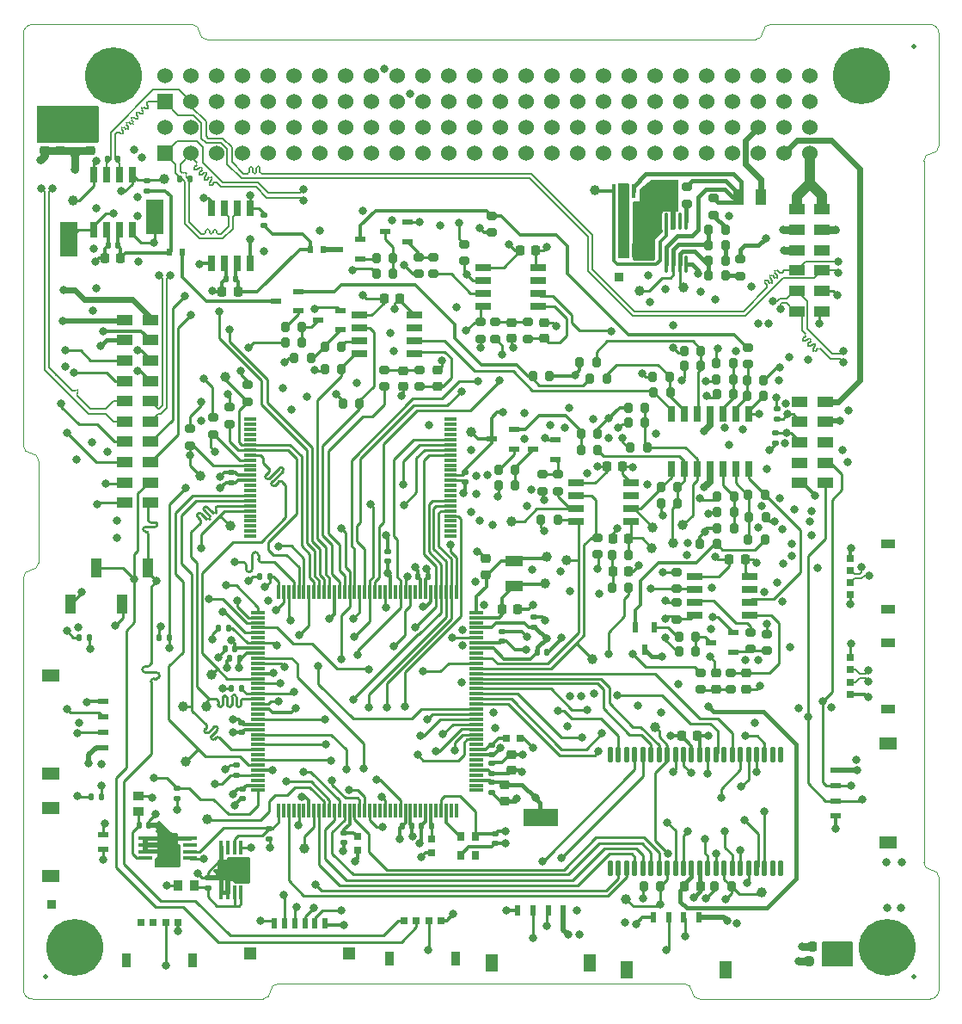
<source format=gtl>
%TF.GenerationSoftware,KiCad,Pcbnew,6.0.9*%
%TF.CreationDate,2023-07-28T14:51:24+03:00*%
%TF.ProjectId,obc-adcs-board,6f62632d-6164-4637-932d-626f6172642e,rev?*%
%TF.SameCoordinates,PX3e2df80PY83e4a60*%
%TF.FileFunction,Copper,L1,Top*%
%TF.FilePolarity,Positive*%
%FSLAX46Y46*%
G04 Gerber Fmt 4.6, Leading zero omitted, Abs format (unit mm)*
G04 Created by KiCad (PCBNEW 6.0.9) date 2023-07-28 14:51:24*
%MOMM*%
%LPD*%
G01*
G04 APERTURE LIST*
G04 Aperture macros list*
%AMRoundRect*
0 Rectangle with rounded corners*
0 $1 Rounding radius*
0 $2 $3 $4 $5 $6 $7 $8 $9 X,Y pos of 4 corners*
0 Add a 4 corners polygon primitive as box body*
4,1,4,$2,$3,$4,$5,$6,$7,$8,$9,$2,$3,0*
0 Add four circle primitives for the rounded corners*
1,1,$1+$1,$2,$3*
1,1,$1+$1,$4,$5*
1,1,$1+$1,$6,$7*
1,1,$1+$1,$8,$9*
0 Add four rect primitives between the rounded corners*
20,1,$1+$1,$2,$3,$4,$5,0*
20,1,$1+$1,$4,$5,$6,$7,0*
20,1,$1+$1,$6,$7,$8,$9,0*
20,1,$1+$1,$8,$9,$2,$3,0*%
G04 Aperture macros list end*
%TA.AperFunction,Profile*%
%ADD10C,0.100000*%
%TD*%
%TA.AperFunction,SMDPad,CuDef*%
%ADD11C,1.000000*%
%TD*%
%TA.AperFunction,SMDPad,CuDef*%
%ADD12R,1.000000X0.600000*%
%TD*%
%TA.AperFunction,SMDPad,CuDef*%
%ADD13R,1.800000X1.250000*%
%TD*%
%TA.AperFunction,SMDPad,CuDef*%
%ADD14R,0.660000X0.650000*%
%TD*%
%TA.AperFunction,SMDPad,CuDef*%
%ADD15R,0.850000X1.340000*%
%TD*%
%TA.AperFunction,SMDPad,CuDef*%
%ADD16RoundRect,0.137500X0.137500X-0.625000X0.137500X0.625000X-0.137500X0.625000X-0.137500X-0.625000X0*%
%TD*%
%TA.AperFunction,SMDPad,CuDef*%
%ADD17R,0.650000X1.528000*%
%TD*%
%TA.AperFunction,SMDPad,CuDef*%
%ADD18RoundRect,0.200000X0.200000X0.275000X-0.200000X0.275000X-0.200000X-0.275000X0.200000X-0.275000X0*%
%TD*%
%TA.AperFunction,ComponentPad*%
%ADD19C,5.600000*%
%TD*%
%TA.AperFunction,SMDPad,CuDef*%
%ADD20RoundRect,0.200000X-0.200000X-0.275000X0.200000X-0.275000X0.200000X0.275000X-0.200000X0.275000X0*%
%TD*%
%TA.AperFunction,SMDPad,CuDef*%
%ADD21R,0.620000X0.670000*%
%TD*%
%TA.AperFunction,SMDPad,CuDef*%
%ADD22R,1.050000X0.600000*%
%TD*%
%TA.AperFunction,SMDPad,CuDef*%
%ADD23RoundRect,0.140000X-0.140000X-0.170000X0.140000X-0.170000X0.140000X0.170000X-0.140000X0.170000X0*%
%TD*%
%TA.AperFunction,SMDPad,CuDef*%
%ADD24R,1.500000X1.000000*%
%TD*%
%TA.AperFunction,SMDPad,CuDef*%
%ADD25R,1.020000X0.940000*%
%TD*%
%TA.AperFunction,SMDPad,CuDef*%
%ADD26RoundRect,0.200000X0.275000X-0.200000X0.275000X0.200000X-0.275000X0.200000X-0.275000X-0.200000X0*%
%TD*%
%TA.AperFunction,SMDPad,CuDef*%
%ADD27R,0.940000X1.020000*%
%TD*%
%TA.AperFunction,SMDPad,CuDef*%
%ADD28RoundRect,0.140000X-0.170000X0.140000X-0.170000X-0.140000X0.170000X-0.140000X0.170000X0.140000X0*%
%TD*%
%TA.AperFunction,SMDPad,CuDef*%
%ADD29RoundRect,0.225000X-0.250000X0.225000X-0.250000X-0.225000X0.250000X-0.225000X0.250000X0.225000X0*%
%TD*%
%TA.AperFunction,SMDPad,CuDef*%
%ADD30R,1.475000X0.300000*%
%TD*%
%TA.AperFunction,SMDPad,CuDef*%
%ADD31R,0.300000X1.475000*%
%TD*%
%TA.AperFunction,SMDPad,CuDef*%
%ADD32R,1.400000X0.450000*%
%TD*%
%TA.AperFunction,SMDPad,CuDef*%
%ADD33RoundRect,0.135000X-0.135000X-0.185000X0.135000X-0.185000X0.135000X0.185000X-0.135000X0.185000X0*%
%TD*%
%TA.AperFunction,SMDPad,CuDef*%
%ADD34RoundRect,0.135000X0.135000X0.185000X-0.135000X0.185000X-0.135000X-0.185000X0.135000X-0.185000X0*%
%TD*%
%TA.AperFunction,SMDPad,CuDef*%
%ADD35RoundRect,0.225000X-0.225000X-0.250000X0.225000X-0.250000X0.225000X0.250000X-0.225000X0.250000X0*%
%TD*%
%TA.AperFunction,SMDPad,CuDef*%
%ADD36R,0.800000X0.900000*%
%TD*%
%TA.AperFunction,SMDPad,CuDef*%
%ADD37RoundRect,0.140000X0.140000X0.170000X-0.140000X0.170000X-0.140000X-0.170000X0.140000X-0.170000X0*%
%TD*%
%TA.AperFunction,SMDPad,CuDef*%
%ADD38R,1.528000X0.650000*%
%TD*%
%TA.AperFunction,SMDPad,CuDef*%
%ADD39RoundRect,0.200000X-0.275000X0.200000X-0.275000X-0.200000X0.275000X-0.200000X0.275000X0.200000X0*%
%TD*%
%TA.AperFunction,SMDPad,CuDef*%
%ADD40RoundRect,0.135000X-0.185000X0.135000X-0.185000X-0.135000X0.185000X-0.135000X0.185000X0.135000X0*%
%TD*%
%TA.AperFunction,SMDPad,CuDef*%
%ADD41RoundRect,0.140000X0.170000X-0.140000X0.170000X0.140000X-0.170000X0.140000X-0.170000X-0.140000X0*%
%TD*%
%TA.AperFunction,SMDPad,CuDef*%
%ADD42R,1.020000X1.905000*%
%TD*%
%TA.AperFunction,SMDPad,CuDef*%
%ADD43R,0.700000X0.650000*%
%TD*%
%TA.AperFunction,SMDPad,CuDef*%
%ADD44R,0.600000X1.000000*%
%TD*%
%TA.AperFunction,SMDPad,CuDef*%
%ADD45R,1.250000X1.800000*%
%TD*%
%TA.AperFunction,SMDPad,CuDef*%
%ADD46R,0.450000X1.400000*%
%TD*%
%TA.AperFunction,SMDPad,CuDef*%
%ADD47R,0.650000X1.525000*%
%TD*%
%TA.AperFunction,SMDPad,CuDef*%
%ADD48RoundRect,0.237500X-0.237500X0.250000X-0.237500X-0.250000X0.237500X-0.250000X0.237500X0.250000X0*%
%TD*%
%TA.AperFunction,SMDPad,CuDef*%
%ADD49R,1.800000X1.000000*%
%TD*%
%TA.AperFunction,SMDPad,CuDef*%
%ADD50RoundRect,0.135000X0.185000X-0.135000X0.185000X0.135000X-0.185000X0.135000X-0.185000X-0.135000X0*%
%TD*%
%TA.AperFunction,SMDPad,CuDef*%
%ADD51R,0.550000X1.000000*%
%TD*%
%TA.AperFunction,SMDPad,CuDef*%
%ADD52R,1.260000X1.300000*%
%TD*%
%TA.AperFunction,SMDPad,CuDef*%
%ADD53C,0.500000*%
%TD*%
%TA.AperFunction,SMDPad,CuDef*%
%ADD54RoundRect,0.225000X0.225000X0.250000X-0.225000X0.250000X-0.225000X-0.250000X0.225000X-0.250000X0*%
%TD*%
%TA.AperFunction,SMDPad,CuDef*%
%ADD55R,1.780000X3.430000*%
%TD*%
%TA.AperFunction,SMDPad,CuDef*%
%ADD56RoundRect,0.100000X0.100000X-0.712500X0.100000X0.712500X-0.100000X0.712500X-0.100000X-0.712500X0*%
%TD*%
%TA.AperFunction,SMDPad,CuDef*%
%ADD57RoundRect,0.225000X0.250000X-0.225000X0.250000X0.225000X-0.250000X0.225000X-0.250000X-0.225000X0*%
%TD*%
%TA.AperFunction,SMDPad,CuDef*%
%ADD58R,0.650000X0.660000*%
%TD*%
%TA.AperFunction,SMDPad,CuDef*%
%ADD59R,1.340000X0.850000*%
%TD*%
%TA.AperFunction,SMDPad,CuDef*%
%ADD60R,1.300000X0.300000*%
%TD*%
%TA.AperFunction,SMDPad,CuDef*%
%ADD61R,1.000000X1.500000*%
%TD*%
%TA.AperFunction,ComponentPad*%
%ADD62R,0.850000X0.850000*%
%TD*%
%TA.AperFunction,SMDPad,CuDef*%
%ADD63R,0.600000X1.050000*%
%TD*%
%TA.AperFunction,ComponentPad*%
%ADD64R,1.530000X1.530000*%
%TD*%
%TA.AperFunction,ComponentPad*%
%ADD65C,1.530000*%
%TD*%
%TA.AperFunction,SMDPad,CuDef*%
%ADD66R,0.450000X1.475000*%
%TD*%
%TA.AperFunction,SMDPad,CuDef*%
%ADD67RoundRect,0.237500X0.250000X0.237500X-0.250000X0.237500X-0.250000X-0.237500X0.250000X-0.237500X0*%
%TD*%
%TA.AperFunction,SMDPad,CuDef*%
%ADD68R,3.430000X1.780000*%
%TD*%
%TA.AperFunction,SMDPad,CuDef*%
%ADD69R,0.650000X0.700000*%
%TD*%
%TA.AperFunction,ViaPad*%
%ADD70C,0.800000*%
%TD*%
%TA.AperFunction,Conductor*%
%ADD71C,0.350000*%
%TD*%
%TA.AperFunction,Conductor*%
%ADD72C,0.250000*%
%TD*%
%TA.AperFunction,Conductor*%
%ADD73C,0.300000*%
%TD*%
%TA.AperFunction,Conductor*%
%ADD74C,0.800000*%
%TD*%
%TA.AperFunction,Conductor*%
%ADD75C,0.400000*%
%TD*%
%TA.AperFunction,Conductor*%
%ADD76C,0.500000*%
%TD*%
%TA.AperFunction,Conductor*%
%ADD77C,0.650000*%
%TD*%
%TA.AperFunction,Conductor*%
%ADD78C,0.450000*%
%TD*%
%TA.AperFunction,Conductor*%
%ADD79C,0.600000*%
%TD*%
%TA.AperFunction,Conductor*%
%ADD80C,1.000000*%
%TD*%
%TA.AperFunction,Conductor*%
%ADD81C,0.340000*%
%TD*%
%TA.AperFunction,Conductor*%
%ADD82C,0.150000*%
%TD*%
G04 APERTURE END LIST*
D10*
X1600000Y43065000D02*
X1600000Y53065000D01*
X66685000Y120000D02*
X89370000Y120000D01*
X850000Y42315000D02*
G75*
G03*
X100000Y41565000I0J-750000D01*
G01*
X65935000Y870000D02*
G75*
G03*
X65185000Y1620000I-750000J0D01*
G01*
X72185000Y94510000D02*
G75*
G03*
X72935000Y95260000I0J750000D01*
G01*
X90270000Y12065000D02*
X90270000Y1020000D01*
X850000Y42315000D02*
G75*
G03*
X1600000Y43065000I0J750000D01*
G01*
X25185000Y1620000D02*
G75*
G03*
X24435000Y870000I0J-750000D01*
G01*
X18185000Y94510000D02*
X72185000Y94510000D01*
X100000Y41565000D02*
X100000Y1010000D01*
X73685000Y96010000D02*
G75*
G03*
X72935000Y95260000I0J-750000D01*
G01*
X1000000Y96010000D02*
G75*
G03*
X100000Y95110000I0J-900000D01*
G01*
X100000Y1010000D02*
G75*
G03*
X1000000Y110000I900000J0D01*
G01*
X88770000Y13565000D02*
X88770000Y82565000D01*
X90270000Y12065000D02*
G75*
G03*
X89520000Y12815000I-750000J0D01*
G01*
X89520000Y83315000D02*
G75*
G03*
X88770000Y82565000I0J-750000D01*
G01*
X88770000Y13565000D02*
G75*
G03*
X89520000Y12815000I750000J0D01*
G01*
X25185000Y1620000D02*
X65185000Y1620000D01*
X73685000Y96010000D02*
X89370000Y96010000D01*
X89520000Y83315000D02*
G75*
G03*
X90270000Y84065000I0J750000D01*
G01*
X89370000Y120000D02*
G75*
G03*
X90270000Y1020000I0J900000D01*
G01*
X1600000Y53065000D02*
G75*
G03*
X850000Y53815000I-750000J0D01*
G01*
X23685000Y120000D02*
G75*
G03*
X24435000Y870000I0J750000D01*
G01*
X90270000Y95110000D02*
G75*
G03*
X89370000Y96010000I-900000J0D01*
G01*
X17435000Y95260000D02*
G75*
G03*
X18185000Y94510000I750000J0D01*
G01*
X100000Y54565000D02*
G75*
G03*
X850000Y53815000I750000J0D01*
G01*
X1000000Y96010000D02*
X16685000Y96010000D01*
X90270000Y95110000D02*
X90270000Y84065000D01*
X100000Y95110000D02*
X100000Y54565000D01*
X17435000Y95260000D02*
G75*
G03*
X16685000Y96010000I-750000J0D01*
G01*
X23685000Y120000D02*
X1000000Y110000D01*
X65935000Y870000D02*
G75*
G03*
X66685000Y120000I750000J0D01*
G01*
D11*
%TO.P,TP40,1,1*%
%TO.N,/OBC module/MEM_NAND_CMD_ENABLE*%
X16080000Y23490000D03*
%TD*%
D12*
%TO.P,J13,1,1*%
%TO.N,/OBC module/PAY_SWITCH*%
X7990000Y16310000D03*
%TO.P,J13,2,2*%
%TO.N,GND*%
X7990000Y14810000D03*
D13*
%TO.P,J13,3,3*%
%TO.N,unconnected-(J13-Pad3)*%
X2800000Y12180000D03*
%TO.P,J13,4,4*%
%TO.N,unconnected-(J13-Pad4)*%
X2800000Y18940000D03*
%TD*%
D14*
%TO.P,J6,1,1*%
%TO.N,/OBC module/MCU_SWDIO*%
X37600000Y7825000D03*
%TO.P,J6,2,2*%
%TO.N,/OBC module/MCU_SWCLK*%
X38800000Y7825000D03*
%TO.P,J6,3,3*%
%TO.N,/ADCS_SWCLK*%
X40000000Y7825000D03*
%TO.P,J6,4,4*%
%TO.N,GND*%
X41200000Y7825000D03*
D15*
%TO.P,J6,5,5*%
%TO.N,unconnected-(J6-Pad5)*%
X36175000Y4120000D03*
%TO.P,J6,6,6*%
%TO.N,unconnected-(J6-Pad6)*%
X42625000Y4120000D03*
%TD*%
D16*
%TO.P,U7,1,NC*%
%TO.N,unconnected-(U7-Pad1)*%
X57900960Y12999279D03*
%TO.P,U7,2,A20*%
%TO.N,/OBC module/MEM_A20*%
X58700960Y12999279D03*
%TO.P,U7,3,A0*%
%TO.N,/OBC module/MEM_A0*%
X59500960Y12999279D03*
%TO.P,U7,4,A1*%
%TO.N,/OBC module/MEM_A1*%
X60300960Y12999279D03*
%TO.P,U7,5,A2*%
%TO.N,/OBC module/MEM_A2*%
X61100960Y12999279D03*
%TO.P,U7,6,A3*%
%TO.N,/OBC module/MEM_A3*%
X61900960Y12999279D03*
%TO.P,U7,7,A4*%
%TO.N,/OBC module/MEM_A4*%
X62700960Y12999279D03*
%TO.P,U7,8,~{E}*%
%TO.N,/OBC module/MEM_MRAM_ENABLE*%
X63500960Y12999279D03*
%TO.P,U7,9,DQ0*%
%TO.N,/OBC module/MEM_D0*%
X64300960Y12999279D03*
%TO.P,U7,10,DQ1*%
%TO.N,/OBC module/MEM_D1*%
X65100960Y12999279D03*
%TO.P,U7,11,VDD*%
%TO.N,/OBC module/3V3_LCLPROT_MRAM*%
X65900960Y12999279D03*
%TO.P,U7,12,VSS*%
%TO.N,GND*%
X66700960Y12999279D03*
%TO.P,U7,13,DQ2*%
%TO.N,/OBC module/MEM_D2*%
X67500960Y12999279D03*
%TO.P,U7,14,DQ3*%
%TO.N,/OBC module/MEM_D3*%
X68300960Y12999279D03*
%TO.P,U7,15,~{W}*%
%TO.N,/OBC module/MEM_MRAM_WR_ENABLE*%
X69100960Y12999279D03*
%TO.P,U7,16,A5*%
%TO.N,/OBC module/MEM_A5*%
X69900960Y12999279D03*
%TO.P,U7,17,A6*%
%TO.N,/OBC module/MEM_A6*%
X70700960Y12999279D03*
%TO.P,U7,18,A7*%
%TO.N,/OBC module/MEM_A7*%
X71500960Y12999279D03*
%TO.P,U7,19,A8*%
%TO.N,/OBC module/MEM_A8*%
X72300960Y12999279D03*
%TO.P,U7,20,A9*%
%TO.N,/OBC module/MEM_A9*%
X73100960Y12999279D03*
%TO.P,U7,21,NC*%
%TO.N,unconnected-(U7-Pad21)*%
X73900960Y12999279D03*
%TO.P,U7,22,NC*%
%TO.N,unconnected-(U7-Pad22)*%
X74700960Y12999279D03*
%TO.P,U7,23,NC*%
%TO.N,unconnected-(U7-Pad23)*%
X74700960Y24174279D03*
%TO.P,U7,24,NC*%
%TO.N,unconnected-(U7-Pad24)*%
X73900960Y24174279D03*
%TO.P,U7,25,A10*%
%TO.N,/OBC module/MEM_A10*%
X73100960Y24174279D03*
%TO.P,U7,26,A11*%
%TO.N,/OBC module/MEM_A11*%
X72300960Y24174279D03*
%TO.P,U7,27,A12*%
%TO.N,/OBC module/MEM_A12*%
X71500960Y24174279D03*
%TO.P,U7,28,A13*%
%TO.N,/OBC module/MEM_A13*%
X70700960Y24174279D03*
%TO.P,U7,29,A14*%
%TO.N,/OBC module/MEM_A14*%
X69900960Y24174279D03*
%TO.P,U7,30,NC*%
%TO.N,unconnected-(U7-Pad30)*%
X69100960Y24174279D03*
%TO.P,U7,31,DQ4*%
%TO.N,/OBC module/MEM_D4*%
X68300960Y24174279D03*
%TO.P,U7,32,DQ5*%
%TO.N,/OBC module/MEM_D5*%
X67500960Y24174279D03*
%TO.P,U7,33,VDD*%
%TO.N,/OBC module/3V3_LCLPROT_MRAM*%
X66700960Y24174279D03*
%TO.P,U7,34,VSS*%
%TO.N,GND*%
X65900960Y24174279D03*
%TO.P,U7,35,DQ6*%
%TO.N,/OBC module/MEM_D6*%
X65100960Y24174279D03*
%TO.P,U7,36,DQ7*%
%TO.N,/OBC module/MEM_D7*%
X64300960Y24174279D03*
%TO.P,U7,37,~{G}*%
%TO.N,/OBC module/MEM_MRAM_OUT_ENABLE*%
X63500960Y24174279D03*
%TO.P,U7,38,A15*%
%TO.N,/OBC module/MEM_A15*%
X62700960Y24174279D03*
%TO.P,U7,39,A16*%
%TO.N,/OBC module/MEM_A16*%
X61900960Y24174279D03*
%TO.P,U7,40,A17*%
%TO.N,/OBC module/MEM_A17*%
X61100960Y24174279D03*
%TO.P,U7,41,A18*%
%TO.N,/OBC module/MEM_A18*%
X60300960Y24174279D03*
%TO.P,U7,42,NC*%
%TO.N,unconnected-(U7-Pad42)*%
X59500960Y24174279D03*
%TO.P,U7,43,A19*%
%TO.N,/OBC module/MEM_A19*%
X58700960Y24174279D03*
%TO.P,U7,44,NC*%
%TO.N,unconnected-(U7-Pad44)*%
X57900960Y24174279D03*
%TD*%
D17*
%TO.P,U18,1,TXD*%
%TO.N,/OBC module/CAN_TX_2*%
X6995000Y75789000D03*
%TO.P,U18,2,GND*%
%TO.N,GND*%
X8265000Y75789000D03*
%TO.P,U18,3,VCC*%
%TO.N,/OBC module/CAN transceivers/OC_PROT_BKUP*%
X9535000Y75789000D03*
%TO.P,U18,4,RXD*%
%TO.N,/OBC module/CAN_RX_2*%
X10805000Y75789000D03*
%TO.P,U18,5,FAULT*%
%TO.N,/OBC module/CAN_FAULT_2*%
X10805000Y81211000D03*
%TO.P,U18,6,CANL*%
%TO.N,CAN2-*%
X9535000Y81211000D03*
%TO.P,U18,7,CANH*%
%TO.N,CAN2+*%
X8265000Y81211000D03*
%TO.P,U18,8,S*%
%TO.N,/OBC module/CAN_SILENT_2*%
X6995000Y81211000D03*
%TD*%
D18*
%TO.P,R65,1*%
%TO.N,/OBC module/LCL/2IN+*%
X70075960Y49550000D03*
%TO.P,R65,2*%
%TO.N,GND*%
X68425960Y49550000D03*
%TD*%
D19*
%TO.P,H4,1,1*%
%TO.N,unconnected-(H4-Pad1)*%
X82630000Y90930000D03*
%TD*%
D20*
%TO.P,R90,1*%
%TO.N,/OBC module/3V3_PROT*%
X46875960Y50700000D03*
%TO.P,R90,2*%
%TO.N,Net-(Q4-Pad3)*%
X48525960Y50700000D03*
%TD*%
D21*
%TO.P,F11,1*%
%TO.N,/OBC module/3V3_LCLPROT_CAN_1*%
X29625000Y73900000D03*
%TO.P,F11,2*%
%TO.N,/OBC module/CAN transceivers/OC_PROT_MAIN*%
X28375000Y73900000D03*
%TD*%
D19*
%TO.P,H1,1,1*%
%TO.N,unconnected-(H1-Pad1)*%
X5180000Y5190000D03*
%TD*%
D22*
%TO.P,Q8,1*%
%TO.N,Net-(Q8-Pad1)*%
X48400000Y54250000D03*
%TO.P,Q8,2*%
%TO.N,/OBC module/LCL/SHUNT_NEG_TERM_2*%
X48400000Y56150000D03*
%TO.P,Q8,3*%
%TO.N,/OBC module/3V3_LCLPROT_NAND*%
X46200000Y55200000D03*
%TD*%
D11*
%TO.P,TP24,1,1*%
%TO.N,/OBC module/MCU_RTC_IN*%
X51500000Y41000000D03*
%TD*%
D18*
%TO.P,R83,1*%
%TO.N,Net-(Q6-Pad1)*%
X28425000Y63200000D03*
%TO.P,R83,2*%
%TO.N,GND*%
X26775000Y63200000D03*
%TD*%
%TO.P,R117,1*%
%TO.N,/OBC module/LCL/SHUNT_NEG_TERM_1*%
X68375000Y44900000D03*
%TO.P,R117,2*%
%TO.N,/OBC module/3V3_PROT*%
X66725000Y44900000D03*
%TD*%
D23*
%TO.P,C45,1*%
%TO.N,/OBC module/3V3_PROT*%
X37420000Y17150000D03*
%TO.P,C45,2*%
%TO.N,GND*%
X38380000Y17150000D03*
%TD*%
D24*
%TO.P,J12,1,1*%
%TO.N,/EPS_5V_SU*%
X76250000Y77800000D03*
%TO.P,J12,2,2*%
%TO.N,GND*%
X76250000Y75800000D03*
%TO.P,J12,3,3*%
X76250000Y73800000D03*
%TO.P,J12,4,4*%
%TO.N,CAN2+*%
X76250000Y71800000D03*
%TO.P,J12,5,5*%
%TO.N,CAN1-*%
X76250000Y69800000D03*
%TO.P,J12,6,6*%
%TO.N,CAN1+*%
X76250000Y67800000D03*
%TO.P,J12,7,7*%
%TO.N,/EPS_5V_SU*%
X78750000Y77800000D03*
%TO.P,J12,8,8*%
%TO.N,GND*%
X78750000Y75800000D03*
%TO.P,J12,9,9*%
%TO.N,unconnected-(J12-Pad9)*%
X78750000Y73800000D03*
%TO.P,J12,10,10*%
%TO.N,CAN2-*%
X78750000Y71800000D03*
%TO.P,J12,11,11*%
%TO.N,/OBC module/Connectors/SU_SWCLK*%
X78750000Y69800000D03*
%TO.P,J12,12,12*%
%TO.N,/OBC module/Connectors/SU_SWDIO*%
X78750000Y67800000D03*
%TD*%
D25*
%TO.P,F13,1*%
%TO.N,/OBC module/3V3_PROT*%
X11400000Y20110000D03*
%TO.P,F13,2*%
%TO.N,Net-(C65-Pad1)*%
X11400000Y18530000D03*
%TD*%
D26*
%TO.P,R46,1*%
%TO.N,Net-(R46-Pad1)*%
X65400000Y78375000D03*
%TO.P,R46,2*%
%TO.N,/OBC module/Overvoltage-RP protection/3V3_OC_PROT*%
X65400000Y80025000D03*
%TD*%
D11*
%TO.P,TP42,1,1*%
%TO.N,/OBC module/MEM_NAND_WR_ENABLE*%
X18100000Y28900000D03*
%TD*%
D27*
%TO.P,F14,1*%
%TO.N,/OBC module/3V3_PROT*%
X15360000Y11250000D03*
%TO.P,F14,2*%
%TO.N,Net-(C66-Pad1)*%
X16940000Y11250000D03*
%TD*%
D26*
%TO.P,R102,1*%
%TO.N,/OBC module/LCL/PWM_CAN1_CURR_THRES*%
X49800960Y65075000D03*
%TO.P,R102,2*%
%TO.N,Net-(C72-Pad1)*%
X49800960Y66725000D03*
%TD*%
D28*
%TO.P,C59,1*%
%TO.N,/OBC module/MCU_VDDPLL*%
X31700000Y16480000D03*
%TO.P,C59,2*%
%TO.N,GND*%
X31700000Y15520000D03*
%TD*%
D29*
%TO.P,C100,1*%
%TO.N,AC_GND_1*%
X6700000Y85175000D03*
%TO.P,C100,2*%
%TO.N,GND*%
X6700000Y83625000D03*
%TD*%
D30*
%TO.P,U16,1,PD0*%
%TO.N,unconnected-(U16-Pad1)*%
X44703242Y20649040D03*
%TO.P,U16,2,PD31*%
%TO.N,unconnected-(U16-Pad2)*%
X44703242Y21149040D03*
%TO.P,U16,3,VDDOUT*%
%TO.N,/OBC module/MCU_VDDCORE*%
X44703242Y21649040D03*
%TO.P,U16,4,PE0*%
%TO.N,unconnected-(U16-Pad4)*%
X44703242Y22149040D03*
%TO.P,U16,5,VDDIN*%
%TO.N,/OBC module/3V3_PROT*%
X44703242Y22649040D03*
%TO.P,U16,6,PE1*%
%TO.N,unconnected-(U16-Pad6)*%
X44703242Y23149040D03*
%TO.P,U16,7,PE2*%
%TO.N,unconnected-(U16-Pad7)*%
X44703242Y23649040D03*
%TO.P,U16,8,VREFN*%
%TO.N,GND*%
X44703242Y24149040D03*
%TO.P,U16,9,VREFP*%
%TO.N,/OBC module/MCU_AD_REF_POS*%
X44703242Y24649040D03*
%TO.P,U16,10,PE3*%
%TO.N,unconnected-(U16-Pad10)*%
X44703242Y25149040D03*
%TO.P,U16,11,PC0*%
%TO.N,/OBC module/MEM_D0*%
X44703242Y25649040D03*
%TO.P,U16,12,PC27*%
%TO.N,/OBC module/MEM_A9*%
X44703242Y26149040D03*
%TO.P,U16,13,PC26*%
%TO.N,/OBC module/MEM_A8*%
X44703242Y26649040D03*
%TO.P,U16,14,PC31*%
%TO.N,/OBC module/MEM_A13*%
X44703242Y27149040D03*
%TO.P,U16,15,PC30*%
%TO.N,/OBC module/MEM_A12*%
X44703242Y27649040D03*
%TO.P,U16,16,PC29*%
%TO.N,/OBC module/MEM_A11*%
X44703242Y28149040D03*
%TO.P,U16,17,PC12*%
%TO.N,/OBC module/CAN_RX_2*%
X44703242Y28649040D03*
%TO.P,U16,18,PC15*%
%TO.N,/OBC module/LCL_MRAM_RST*%
X44703242Y29149040D03*
%TO.P,U16,19,PC13*%
%TO.N,/OBC module/LCL_MRAM_SET*%
X44703242Y29649040D03*
%TO.P,U16,20,PB1*%
%TO.N,/OBC module/LCL_PWM_MRAM*%
X44703242Y30149040D03*
%TO.P,U16,21,PB0*%
%TO.N,/OBC module/LCL_PWM_NAND*%
X44703242Y30649040D03*
%TO.P,U16,22,PA20*%
%TO.N,/OBC module/MEM_A16*%
X44703242Y31149040D03*
%TO.P,U16,23,PA19*%
%TO.N,/OBC module/MEM_A15*%
X44703242Y31649040D03*
%TO.P,U16,24,PA18*%
%TO.N,/OBC module/MEM_A14*%
X44703242Y32149040D03*
%TO.P,U16,25,PA17*%
%TO.N,/OBC module/LCL_NAND_SET*%
X44703242Y32649040D03*
%TO.P,U16,26,PB2*%
%TO.N,/OBC module/CAN_TX_1*%
X44703242Y33149040D03*
%TO.P,U16,27,PE4*%
%TO.N,/OBC module/LCL_NAND_RST*%
X44703242Y33649040D03*
%TO.P,U16,28,PE5*%
%TO.N,unconnected-(U16-Pad28)*%
X44703242Y34149040D03*
%TO.P,U16,29,VDDCORE_1*%
%TO.N,/OBC module/MCU_VDDCORE*%
X44703242Y34649040D03*
%TO.P,U16,30,VDDIO_1*%
%TO.N,/OBC module/3V3_PROT*%
X44703242Y35149040D03*
%TO.P,U16,31,PB3*%
%TO.N,/OBC module/CAN_RX_1*%
X44703242Y35649040D03*
%TO.P,U16,32,PA21*%
%TO.N,/OBC module/Microcontroller/USR_ADC_1*%
X44703242Y36149040D03*
%TO.P,U16,33,VDDCORE_2*%
%TO.N,/OBC module/MCU_VDDCORE*%
X44703242Y36649040D03*
%TO.P,U16,34,PD30*%
%TO.N,unconnected-(U16-Pad34)*%
X44703242Y37149040D03*
%TO.P,U16,35,PA7*%
%TO.N,/OBC module/MCU_RTC_IN*%
X44703242Y37649040D03*
%TO.P,U16,36,PA8*%
%TO.N,/OBC module/MCU_RTC_OUT*%
X44703242Y38149040D03*
D31*
%TO.P,U16,37,PA22*%
%TO.N,/ADM_ENABLE_1*%
X42715242Y40137040D03*
%TO.P,U16,38,PC1*%
%TO.N,/OBC module/MEM_D1*%
X42215242Y40137040D03*
%TO.P,U16,39,PC2*%
%TO.N,/OBC module/MEM_D2*%
X41715242Y40137040D03*
%TO.P,U16,40,PC3*%
%TO.N,/OBC module/MEM_D3*%
X41215242Y40137040D03*
%TO.P,U16,41,PC4*%
%TO.N,/OBC module/MEM_D4*%
X40715242Y40137040D03*
%TO.P,U16,42,PA13*%
%TO.N,VDD_ENABLE*%
X40215242Y40137040D03*
%TO.P,U16,43,VDDIO_2*%
%TO.N,/OBC module/3V3_PROT*%
X39715242Y40137040D03*
%TO.P,U16,44,GND_1*%
%TO.N,GND*%
X39215242Y40137040D03*
%TO.P,U16,45,PA16*%
%TO.N,unconnected-(U16-Pad45)*%
X38715242Y40137040D03*
%TO.P,U16,46,PA23*%
%TO.N,/OBC module/MEM_A19*%
X38215242Y40137040D03*
%TO.P,U16,47,PD27*%
%TO.N,/I2C_MTQ_SDA*%
X37715242Y40137040D03*
%TO.P,U16,48,PC7*%
%TO.N,/OBC module/MEM_D7*%
X37215242Y40137040D03*
%TO.P,U16,49,PA15*%
%TO.N,unconnected-(U16-Pad49)*%
X36715242Y40137040D03*
%TO.P,U16,50,VDDCORE_3*%
%TO.N,/OBC module/MCU_VDDCORE*%
X36215242Y40137040D03*
%TO.P,U16,51,PA14*%
%TO.N,/ADM_ENABLE_2*%
X35715242Y40137040D03*
%TO.P,U16,52,PD25*%
%TO.N,unconnected-(U16-Pad52)*%
X35215242Y40137040D03*
%TO.P,U16,53,PD26*%
%TO.N,/OBC module/LCL_CAN_1_SET*%
X34715242Y40137040D03*
%TO.P,U16,54,PC6*%
%TO.N,/OBC module/MEM_D6*%
X34215242Y40137040D03*
%TO.P,U16,55,PD24*%
%TO.N,/OBC module/LCL_CAN_1_RST*%
X33715242Y40137040D03*
%TO.P,U16,56,PA24*%
%TO.N,/OBC module/MEM_A20*%
X33215242Y40137040D03*
%TO.P,U16,57,PD23*%
%TO.N,/OBC module/LCL_PWM_CAN1*%
X32715242Y40137040D03*
%TO.P,U16,58,PC5*%
%TO.N,/OBC module/MEM_D5*%
X32215242Y40137040D03*
%TO.P,U16,59,PA25*%
%TO.N,/OBC module/LCL_PWM_CAN2*%
X31715242Y40137040D03*
%TO.P,U16,60,PD22*%
%TO.N,/OBC module/LCL_CAN_2_SET*%
X31215242Y40137040D03*
%TO.P,U16,61,GND_2*%
%TO.N,GND*%
X30715242Y40137040D03*
%TO.P,U16,62,PA26*%
%TO.N,/OBC module/LCL_CAN_2_RST*%
X30215242Y40137040D03*
%TO.P,U16,63,PD21*%
%TO.N,/OBC module/CAN_FAULT_1*%
X29715242Y40137040D03*
%TO.P,U16,64,PA11*%
%TO.N,/OBC module/CAN_SILENT_1*%
X29215242Y40137040D03*
%TO.P,U16,65,PD20*%
%TO.N,/OBC module/MEM_NAND_BUSY_2*%
X28715242Y40137040D03*
%TO.P,U16,66,PA10*%
%TO.N,/OBC_UART_TX*%
X28215242Y40137040D03*
%TO.P,U16,67,PD19*%
%TO.N,/OBC module/MEM_NAND_ENABLE_1*%
X27715242Y40137040D03*
%TO.P,U16,68,PA12*%
%TO.N,/OBC module/MEM_NAND_BUSY_1*%
X27215242Y40137040D03*
%TO.P,U16,69,PD18*%
%TO.N,/OBC module/MEM_NAND_ENABLE_2*%
X26715242Y40137040D03*
%TO.P,U16,70,PA27*%
%TO.N,/OBC module/MEM_NAND_WR_PROTECT*%
X26215242Y40137040D03*
%TO.P,U16,71,PD28*%
%TO.N,/I2C_MTQ_SCK*%
X25715242Y40137040D03*
%TO.P,U16,72,VDDIO_3*%
%TO.N,/OBC module/3V3_PROT*%
X25215242Y40137040D03*
D30*
%TO.P,U16,73,PA5*%
%TO.N,/OBC module/CAN_FAULT_2*%
X23227242Y38149040D03*
%TO.P,U16,74,PD17*%
%TO.N,/OBC module/CAN_SILENT_2*%
X23227242Y37649040D03*
%TO.P,U16,75,PA9*%
%TO.N,/OBC_UART_RX*%
X23227242Y37149040D03*
%TO.P,U16,76,PC28*%
%TO.N,/OBC module/MEM_A10*%
X23227242Y36649040D03*
%TO.P,U16,77,PA4*%
%TO.N,I2C_SCK_PANELS*%
X23227242Y36149040D03*
%TO.P,U16,78,PD16*%
%TO.N,unconnected-(U16-Pad78)*%
X23227242Y35649040D03*
%TO.P,U16,79,PB6*%
%TO.N,/OBC module/MCU_SWDIO*%
X23227242Y35149040D03*
%TO.P,U16,80,VDDIO_4*%
%TO.N,/OBC module/3V3_PROT*%
X23227242Y34649040D03*
%TO.P,U16,81,VDDCORE_4*%
%TO.N,/OBC module/MCU_VDDCORE*%
X23227242Y34149040D03*
%TO.P,U16,82,PC8*%
%TO.N,/OBC module/MEM_MRAM_WR_ENABLE*%
X23227242Y33649040D03*
%TO.P,U16,83,NRST*%
%TO.N,/OBC module/NRST_OBC*%
X23227242Y33149040D03*
%TO.P,U16,84,PD14*%
%TO.N,unconnected-(U16-Pad84)*%
X23227242Y32649040D03*
%TO.P,U16,85,TST*%
%TO.N,GND*%
X23227242Y32149040D03*
%TO.P,U16,86,PC9*%
%TO.N,/OBC module/MEM_NAND_OUT_ENABLE*%
X23227242Y31649040D03*
%TO.P,U16,87,PB12*%
%TO.N,/OBC module/MCU_ERASE*%
X23227242Y31149040D03*
%TO.P,U16,88,PD13*%
%TO.N,unconnected-(U16-Pad88)*%
X23227242Y30649040D03*
%TO.P,U16,89,PB7*%
%TO.N,/OBC module/MCU_SWCLK*%
X23227242Y30149040D03*
%TO.P,U16,90,PC10*%
%TO.N,/OBC module/MEM_NAND_WR_ENABLE*%
X23227242Y29649040D03*
%TO.P,U16,91,PA3*%
%TO.N,I2C_SDA_PANELS*%
X23227242Y29149040D03*
%TO.P,U16,92,PD12*%
%TO.N,/OBC module/CAN_TX_2*%
X23227242Y28649040D03*
%TO.P,U16,93,PA2*%
%TO.N,unconnected-(U16-Pad93)*%
X23227242Y28149040D03*
%TO.P,U16,94,PC11*%
%TO.N,/OBC module/MEM_MRAM_OUT_ENABLE*%
X23227242Y27649040D03*
%TO.P,U16,95,GND_3*%
%TO.N,GND*%
X23227242Y27149040D03*
%TO.P,U16,96,VDDIO_5*%
%TO.N,/OBC module/3V3_PROT*%
X23227242Y26649040D03*
%TO.P,U16,97,PC14*%
%TO.N,/OBC module/MEM_MRAM_ENABLE*%
X23227242Y26149040D03*
%TO.P,U16,98,PD11*%
%TO.N,/OBC module/Microcontroller/USR_ADC_2*%
X23227242Y25649040D03*
%TO.P,U16,99,PA1*%
%TO.N,/OBC module/MEM_A18*%
X23227242Y25149040D03*
%TO.P,U16,100,PC16*%
%TO.N,/OBC module/MEM_NAND_ADDR_ENABLE*%
X23227242Y24649040D03*
%TO.P,U16,101,PD10*%
%TO.N,unconnected-(U16-Pad101)*%
X23227242Y24149040D03*
%TO.P,U16,102,PA0*%
%TO.N,/OBC module/MEM_A17*%
X23227242Y23649040D03*
%TO.P,U16,103,PC17*%
%TO.N,/OBC module/MEM_NAND_CMD_ENABLE*%
X23227242Y23149040D03*
%TO.P,U16,104,JTAGSEL*%
%TO.N,GND*%
X23227242Y22649040D03*
%TO.P,U16,105,PB4*%
%TO.N,/OBC module/I2C_SDA_SENS*%
X23227242Y22149040D03*
%TO.P,U16,106,PD15*%
%TO.N,unconnected-(U16-Pad106)*%
X23227242Y21649040D03*
%TO.P,U16,107,VDDCORE_5*%
%TO.N,/OBC module/MCU_VDDCORE*%
X23227242Y21149040D03*
%TO.P,U16,108,PD29*%
%TO.N,/OBC module/PAY_SWITCH*%
X23227242Y20649040D03*
D31*
%TO.P,U16,109,PB5*%
%TO.N,/OBC module/I2C_SCK_SENS*%
X25215242Y18661040D03*
%TO.P,U16,110,PD9*%
%TO.N,unconnected-(U16-Pad110)*%
X25715242Y18661040D03*
%TO.P,U16,111,PC18*%
%TO.N,/OBC module/MEM_A0*%
X26215242Y18661040D03*
%TO.P,U16,112,PA28*%
%TO.N,unconnected-(U16-Pad112)*%
X26715242Y18661040D03*
%TO.P,U16,113,PD8*%
%TO.N,/OBC module/MCU_TRACECLK*%
X27215242Y18661040D03*
%TO.P,U16,114,PA6*%
%TO.N,unconnected-(U16-Pad114)*%
X27715242Y18661040D03*
%TO.P,U16,115,GND_4*%
%TO.N,GND*%
X28215242Y18661040D03*
%TO.P,U16,116,PA30*%
%TO.N,/OBC module/USR_GPIO*%
X28715242Y18661040D03*
%TO.P,U16,117,PC19*%
%TO.N,/OBC module/MEM_A1*%
X29215242Y18661040D03*
%TO.P,U16,118,PA31*%
%TO.N,/OBC module/USR_GPIO_PWM*%
X29715242Y18661040D03*
%TO.P,U16,119,PD7*%
%TO.N,/OBC module/MCU_TRACED_3*%
X30215242Y18661040D03*
%TO.P,U16,120,PC20*%
%TO.N,/OBC module/MEM_A2*%
X30715242Y18661040D03*
%TO.P,U16,121,PD6*%
%TO.N,/OBC module/MCU_TRACED_2*%
X31215242Y18661040D03*
%TO.P,U16,122,PC21*%
%TO.N,/OBC module/MEM_A3*%
X31715242Y18661040D03*
%TO.P,U16,123,VDDPLL*%
%TO.N,/OBC module/MCU_VDDPLL*%
X32215242Y18661040D03*
%TO.P,U16,124,PC22*%
%TO.N,/OBC module/MEM_A4*%
X32715242Y18661040D03*
%TO.P,U16,125,PD5*%
%TO.N,/OBC module/MCU_TRACED_1*%
X33215242Y18661040D03*
%TO.P,U16,126,PD4*%
%TO.N,/OBC module/MCU_TRACED_0*%
X33715242Y18661040D03*
%TO.P,U16,127,PC23*%
%TO.N,/OBC module/MEM_A5*%
X34215242Y18661040D03*
%TO.P,U16,128,PD3*%
%TO.N,unconnected-(U16-Pad128)*%
X34715242Y18661040D03*
%TO.P,U16,129,PA29*%
%TO.N,unconnected-(U16-Pad129)*%
X35215242Y18661040D03*
%TO.P,U16,130,PC24*%
%TO.N,/OBC module/MEM_A6*%
X35715242Y18661040D03*
%TO.P,U16,131,PD2*%
%TO.N,unconnected-(U16-Pad131)*%
X36215242Y18661040D03*
%TO.P,U16,132,PD1*%
%TO.N,unconnected-(U16-Pad132)*%
X36715242Y18661040D03*
%TO.P,U16,133,PC25*%
%TO.N,/OBC module/MEM_A7*%
X37215242Y18661040D03*
%TO.P,U16,134,VDDUTMII*%
%TO.N,/OBC module/3V3_PROT*%
X37715242Y18661040D03*
%TO.P,U16,135,GND_5*%
%TO.N,GND*%
X38215242Y18661040D03*
%TO.P,U16,136,HSDM*%
%TO.N,unconnected-(U16-Pad136)*%
X38715242Y18661040D03*
%TO.P,U16,137,HSDP*%
%TO.N,unconnected-(U16-Pad137)*%
X39215242Y18661040D03*
%TO.P,U16,138,GND_6*%
%TO.N,GND*%
X39715242Y18661040D03*
%TO.P,U16,139,VDDUTMIC*%
%TO.N,/OBC module/MCU_VDDUTMIC*%
X40215242Y18661040D03*
%TO.P,U16,140,VBG*%
%TO.N,unconnected-(U16-Pad140)*%
X40715242Y18661040D03*
%TO.P,U16,141,PB8*%
%TO.N,GND*%
X41215242Y18661040D03*
%TO.P,U16,142,PB9*%
%TO.N,/OBC module/MCU_CLK_IN*%
X41715242Y18661040D03*
%TO.P,U16,143,VDDPLLUSB*%
%TO.N,unconnected-(U16-Pad143)*%
X42215242Y18661040D03*
%TO.P,U16,144,PB13*%
%TO.N,unconnected-(U16-Pad144)*%
X42715242Y18661040D03*
%TD*%
D21*
%TO.P,F12,1*%
%TO.N,/OBC module/3V3_LCLPROT_CAN_2*%
X15725000Y73600000D03*
%TO.P,F12,2*%
%TO.N,/OBC module/CAN transceivers/OC_PROT_BKUP*%
X14475000Y73600000D03*
%TD*%
D26*
%TO.P,R101,1*%
%TO.N,/OBC module/LCL/PWM_CAN2_CURR_THRES*%
X39125960Y60361779D03*
%TO.P,R101,2*%
%TO.N,Net-(C71-Pad1)*%
X39125960Y62011779D03*
%TD*%
D32*
%TO.P,U19,1,SDA*%
%TO.N,/OBC module/I2C_SDA_SENS*%
X16500000Y13975000D03*
%TO.P,U19,2,SCL*%
%TO.N,/OBC module/I2C_SCK_SENS*%
X16500000Y14625000D03*
%TO.P,U19,3,ALERT*%
%TO.N,unconnected-(U19-Pad3)*%
X16500000Y15275000D03*
%TO.P,U19,4,GND*%
%TO.N,GND*%
X16500000Y15925000D03*
%TO.P,U19,5,A2*%
X12100000Y15925000D03*
%TO.P,U19,6,A1*%
X12100000Y15275000D03*
%TO.P,U19,7,A0*%
X12100000Y14625000D03*
%TO.P,U19,8,VDD*%
%TO.N,Net-(C65-Pad1)*%
X12100000Y13975000D03*
%TD*%
D20*
%TO.P,R56,1*%
%TO.N,GND*%
X65175000Y62400000D03*
%TO.P,R56,2*%
%TO.N,/OBC module/LCL/4IN+*%
X66825000Y62400000D03*
%TD*%
D33*
%TO.P,R37,1*%
%TO.N,/OBC module/3V3_PROT*%
X19290000Y36600000D03*
%TO.P,R37,2*%
%TO.N,/OBC module/MCU_SWDIO*%
X20310000Y36600000D03*
%TD*%
D11*
%TO.P,TP27,1,1*%
%TO.N,/OBC module/CAN_FAULT_2*%
X13930000Y80760000D03*
%TD*%
D34*
%TO.P,R130,1*%
%TO.N,/OBC module/3V3_PROT*%
X6600000Y35710000D03*
%TO.P,R130,2*%
%TO.N,I2C_SCK_PANELS*%
X5580000Y35710000D03*
%TD*%
D35*
%TO.P,C67,1*%
%TO.N,GND*%
X69625000Y43350000D03*
%TO.P,C67,2*%
%TO.N,/OBC module/3V3_PROT*%
X71175000Y43350000D03*
%TD*%
D36*
%TO.P,Y3,1,TRI-STATE*%
%TO.N,unconnected-(Y3-Pad1)*%
X44625000Y14275000D03*
%TO.P,Y3,2,GND*%
%TO.N,GND*%
X44625000Y16125000D03*
%TO.P,Y3,3,OUTPUT*%
%TO.N,/OBC module/MCU_CLK_IN*%
X43175000Y16125000D03*
%TO.P,Y3,4,VDD*%
%TO.N,/OBC module/3V3_PROT*%
X43175000Y14275000D03*
%TD*%
D37*
%TO.P,C64,1*%
%TO.N,/OBC module/CAN transceivers/OC_PROT_BKUP*%
X9380000Y74250000D03*
%TO.P,C64,2*%
%TO.N,GND*%
X8420000Y74250000D03*
%TD*%
D26*
%TO.P,R78,1*%
%TO.N,/OBC module/LCL_CAN1_555_OUT*%
X40500000Y71475000D03*
%TO.P,R78,2*%
%TO.N,Net-(Q5-Pad1)*%
X40500000Y73125000D03*
%TD*%
D18*
%TO.P,R59,1*%
%TO.N,/OBC module/LCL_NAND_OP-AMP_IN_NEG*%
X56650000Y54100000D03*
%TO.P,R59,2*%
%TO.N,/OBC module/LCL/SHUNT_NEG_TERM_2*%
X55000000Y54100000D03*
%TD*%
D19*
%TO.P,H3,1,1*%
%TO.N,AC_GND_2*%
X85170000Y5210000D03*
%TD*%
D38*
%TO.P,IC2,1,GND*%
%TO.N,GND*%
X66189000Y41705000D03*
%TO.P,IC2,2,TRIG*%
%TO.N,/OBC module/LCL_MRAM_SET*%
X66189000Y40435000D03*
%TO.P,IC2,3,OUT*%
%TO.N,/OBC module/LCL_MRAM_555_OUT*%
X66189000Y39165000D03*
%TO.P,IC2,4,RESET*%
%TO.N,/OBC module/LCL_MRAM_RST*%
X66189000Y37895000D03*
%TO.P,IC2,5,CONT*%
%TO.N,/OBC module/LCL/PWM_MRAM_CURR_THRES*%
X71611000Y37895000D03*
%TO.P,IC2,6,THRES*%
%TO.N,/OBC module/LCL_MRAM_OP-AMP_OUT*%
X71611000Y39165000D03*
%TO.P,IC2,7,DISCH*%
%TO.N,unconnected-(IC2-Pad7)*%
X71611000Y40435000D03*
%TO.P,IC2,8,VDD*%
%TO.N,/OBC module/3V3_PROT*%
X71611000Y41705000D03*
%TD*%
D11*
%TO.P,TP43,1,1*%
%TO.N,/OBC module/MEM_NAND_ADDR_ENABLE*%
X15800000Y28900000D03*
%TD*%
D29*
%TO.P,C71,1*%
%TO.N,Net-(C71-Pad1)*%
X37525960Y61961779D03*
%TO.P,C71,2*%
%TO.N,GND*%
X37525960Y60411779D03*
%TD*%
D22*
%TO.P,Q6,1*%
%TO.N,Net-(Q6-Pad1)*%
X31300000Y65950000D03*
%TO.P,Q6,2*%
%TO.N,GND*%
X31300000Y67850000D03*
%TO.P,Q6,3*%
%TO.N,Net-(Q6-Pad3)*%
X29100000Y66900000D03*
%TD*%
D34*
%TO.P,R18,1*%
%TO.N,CAN2-*%
X9390000Y82760000D03*
%TO.P,R18,2*%
%TO.N,CAN2+*%
X8370000Y82760000D03*
%TD*%
D39*
%TO.P,R3,1*%
%TO.N,/OBC module/3V3_PROT*%
X16500000Y56225000D03*
%TO.P,R3,2*%
%TO.N,/OBC module/MEM_NAND_ENABLE_2*%
X16500000Y54575000D03*
%TD*%
D40*
%TO.P,R126,1*%
%TO.N,/ADM_ENABLE_2*%
X74200000Y55860000D03*
%TO.P,R126,2*%
%TO.N,GND*%
X74200000Y54840000D03*
%TD*%
D26*
%TO.P,R99,1*%
%TO.N,Net-(C73-Pad1)*%
X66800000Y30575000D03*
%TO.P,R99,2*%
%TO.N,/OBC module/LCL_PWM_MRAM*%
X66800000Y32225000D03*
%TD*%
D20*
%TO.P,R72,1*%
%TO.N,/OBC module/LCL_CAN2_OP-AMP_OUT*%
X62175000Y59800000D03*
%TO.P,R72,2*%
%TO.N,/OBC module/LCL/4IN-*%
X63825000Y59800000D03*
%TD*%
D41*
%TO.P,C60,1*%
%TO.N,/OBC module/3V3_PROT*%
X21625000Y26320000D03*
%TO.P,C60,2*%
%TO.N,GND*%
X21625000Y27280000D03*
%TD*%
D28*
%TO.P,C57,1*%
%TO.N,/OBC module/MCU_AD_REF_POS*%
X46200000Y25130000D03*
%TO.P,C57,2*%
%TO.N,GND*%
X46200000Y24170000D03*
%TD*%
D42*
%TO.P,J15,1,1*%
%TO.N,/OBC module/MCU_SWDIO*%
X12370000Y42518000D03*
%TO.P,J15,2,2*%
%TO.N,/OBC module/MCU_ERASE*%
X9830000Y38962000D03*
%TO.P,J15,3,3*%
%TO.N,/OBC module/MCU_SWCLK*%
X7290000Y42518000D03*
%TO.P,J15,4,4*%
%TO.N,GND*%
X4750000Y38962000D03*
%TD*%
D39*
%TO.P,R79,1*%
%TO.N,Net-(Q5-Pad1)*%
X39000000Y73125000D03*
%TO.P,R79,2*%
%TO.N,GND*%
X39000000Y71475000D03*
%TD*%
D29*
%TO.P,C98,1*%
%TO.N,AC_GND_1*%
X2200000Y85175000D03*
%TO.P,C98,2*%
%TO.N,GND*%
X2200000Y83625000D03*
%TD*%
D20*
%TO.P,R55,1*%
%TO.N,/OBC module/3V3_PROT*%
X54875000Y62800000D03*
%TO.P,R55,2*%
%TO.N,/OBC module/LCL/4IN+*%
X56525000Y62800000D03*
%TD*%
D43*
%TO.P,FL6,1*%
%TO.N,/OBC module/MCU_VDDCORE*%
X33000000Y14725000D03*
%TO.P,FL6,2*%
%TO.N,/OBC module/MCU_VDDPLL*%
X33000000Y16075000D03*
%TD*%
D11*
%TO.P,TP32,1,1*%
%TO.N,/OBC module/LCL_NAND_OP-AMP_IN_NEG*%
X64050000Y44950000D03*
%TD*%
D18*
%TO.P,R67,1*%
%TO.N,/OBC module/LCL/3IN+*%
X70025000Y59600000D03*
%TO.P,R67,2*%
%TO.N,GND*%
X68375000Y59600000D03*
%TD*%
D39*
%TO.P,R75,1*%
%TO.N,/OBC module/3V3_PROT*%
X64400000Y42125000D03*
%TO.P,R75,2*%
%TO.N,/OBC module/LCL_MRAM_SET*%
X64400000Y40475000D03*
%TD*%
%TO.P,R119,1*%
%TO.N,/OBC module/LCL/SHUNT_NEG_TERM_3*%
X46200000Y77175000D03*
%TO.P,R119,2*%
%TO.N,/OBC module/3V3_PROT*%
X46200000Y75525000D03*
%TD*%
D11*
%TO.P,TP31,1,1*%
%TO.N,/OBC module/LCL_NAND_OP-AMP_OUT*%
X62050000Y46550000D03*
%TD*%
D39*
%TO.P,R81,1*%
%TO.N,/OBC module/3V3_PROT*%
X43550000Y74375000D03*
%TO.P,R81,2*%
%TO.N,/OBC module/LCL_CAN_1_SET*%
X43550000Y72725000D03*
%TD*%
D28*
%TO.P,C62,1*%
%TO.N,/OBC module/MCU_VDDCORE*%
X46250000Y21430000D03*
%TO.P,C62,2*%
%TO.N,GND*%
X46250000Y20470000D03*
%TD*%
D20*
%TO.P,R52,1*%
%TO.N,GND*%
X59675000Y56800000D03*
%TO.P,R52,2*%
%TO.N,/OBC module/LCL_NAND_OP-AMP_IN_POS*%
X61325000Y56800000D03*
%TD*%
D39*
%TO.P,R40,1*%
%TO.N,/OBC module/Overvoltage-RP protection/3V3_OC_PROT*%
X68100000Y78925000D03*
%TO.P,R40,2*%
%TO.N,Net-(R40-Pad2)*%
X68100000Y77275000D03*
%TD*%
D37*
%TO.P,C58,1*%
%TO.N,/OBC module/MCU_VDDUTMIC*%
X40280000Y17150000D03*
%TO.P,C58,2*%
%TO.N,GND*%
X39320000Y17150000D03*
%TD*%
D44*
%TO.P,J10,1,1*%
%TO.N,GND*%
X48790000Y8820000D03*
%TO.P,J10,2,2*%
%TO.N,I2C_SCK_PANELS*%
X50290000Y8820000D03*
%TO.P,J10,3,3*%
%TO.N,I2C_SDA_PANELS*%
X51790000Y8820000D03*
%TO.P,J10,4,4*%
%TO.N,/EPS_5V_PANELS*%
X53290000Y8820000D03*
D45*
%TO.P,J10,MP1,MP1*%
%TO.N,unconnected-(J10-PadMP1)*%
X46185000Y3630000D03*
%TO.P,J10,MP2,MP2*%
%TO.N,unconnected-(J10-PadMP2)*%
X55895000Y3630000D03*
%TD*%
D39*
%TO.P,R77,1*%
%TO.N,Net-(Q4-Pad1)*%
X51200000Y51725000D03*
%TO.P,R77,2*%
%TO.N,GND*%
X51200000Y50075000D03*
%TD*%
D18*
%TO.P,R63,1*%
%TO.N,/OBC module/LCL/4IN-*%
X57525000Y61200000D03*
%TO.P,R63,2*%
%TO.N,/OBC module/LCL/SHUNT_NEG_TERM_4*%
X55875000Y61200000D03*
%TD*%
D26*
%TO.P,R80,1*%
%TO.N,/OBC module/3V3_PROT*%
X56600000Y43875000D03*
%TO.P,R80,2*%
%TO.N,/OBC module/LCL_NAND_SET*%
X56600000Y45525000D03*
%TD*%
D40*
%TO.P,R48,1*%
%TO.N,/OBC module/I2C_SCK_SENS*%
X24300000Y16910000D03*
%TO.P,R48,2*%
%TO.N,/OBC module/3V3_PROT*%
X24300000Y15890000D03*
%TD*%
D39*
%TO.P,R6,1*%
%TO.N,/OBC module/3V3_PROT*%
X22200000Y60525000D03*
%TO.P,R6,2*%
%TO.N,/OBC module/MEM_NAND_BUSY_2*%
X22200000Y58875000D03*
%TD*%
D11*
%TO.P,TP45,1,1*%
%TO.N,/OBC module/MEM_NAND_ENABLE_2*%
X17550000Y51600000D03*
%TD*%
D20*
%TO.P,R64,1*%
%TO.N,GND*%
X62075000Y61300000D03*
%TO.P,R64,2*%
%TO.N,/OBC module/LCL/4IN-*%
X63725000Y61300000D03*
%TD*%
D46*
%TO.P,U20,1,SDA*%
%TO.N,/OBC module/I2C_SDA_SENS*%
X21525000Y15000000D03*
%TO.P,U20,2,SCL*%
%TO.N,/OBC module/I2C_SCK_SENS*%
X20875000Y15000000D03*
%TO.P,U20,3,ALERT*%
%TO.N,unconnected-(U20-Pad3)*%
X20225000Y15000000D03*
%TO.P,U20,4,GND*%
%TO.N,GND*%
X19575000Y15000000D03*
%TO.P,U20,5,A2*%
X19575000Y10600000D03*
%TO.P,U20,6,A1*%
X20225000Y10600000D03*
%TO.P,U20,7,A0*%
%TO.N,Net-(C66-Pad1)*%
X20875000Y10600000D03*
%TO.P,U20,8,VDD*%
X21525000Y10600000D03*
%TD*%
D20*
%TO.P,R91,1*%
%TO.N,/OBC module/3V3_PROT*%
X34875000Y71500000D03*
%TO.P,R91,2*%
%TO.N,Net-(Q5-Pad3)*%
X36525000Y71500000D03*
%TD*%
D47*
%TO.P,IC6,1,1OUT*%
%TO.N,/OBC module/LCL_NAND_OP-AMP_OUT*%
X63890000Y52288000D03*
%TO.P,IC6,2,1IN-*%
%TO.N,/OBC module/LCL_NAND_OP-AMP_IN_NEG*%
X65160000Y52288000D03*
%TO.P,IC6,3,1IN+*%
%TO.N,/OBC module/LCL_NAND_OP-AMP_IN_POS*%
X66430000Y52288000D03*
%TO.P,IC6,4,VDD+*%
%TO.N,/OBC module/3V3_PROT*%
X67700000Y52288000D03*
%TO.P,IC6,5,2IN+*%
%TO.N,/OBC module/LCL/2IN+*%
X68970000Y52288000D03*
%TO.P,IC6,6,2IN-*%
%TO.N,/OBC module/LCL/2IN-*%
X70240000Y52288000D03*
%TO.P,IC6,7,2OUT*%
%TO.N,/OBC module/LCL_MRAM_OP-AMP_OUT*%
X71510000Y52288000D03*
%TO.P,IC6,8,3OUT*%
%TO.N,/OBC module/LCL_CAN1_OP-AMP_OUT*%
X71510000Y57712000D03*
%TO.P,IC6,9,3IN-*%
%TO.N,/OBC module/LCL/3IN-*%
X70240000Y57712000D03*
%TO.P,IC6,10,3IN+*%
%TO.N,/OBC module/LCL/3IN+*%
X68970000Y57712000D03*
%TO.P,IC6,11,VDD-/GND*%
%TO.N,GND*%
X67700000Y57712000D03*
%TO.P,IC6,12,4IN+*%
%TO.N,/OBC module/LCL/4IN+*%
X66430000Y57712000D03*
%TO.P,IC6,13,4IN-*%
%TO.N,/OBC module/LCL/4IN-*%
X65160000Y57712000D03*
%TO.P,IC6,14,4OUT*%
%TO.N,/OBC module/LCL_CAN2_OP-AMP_OUT*%
X63890000Y57712000D03*
%TD*%
D48*
%TO.P,R129,1*%
%TO.N,AC_GND_1*%
X5200000Y85212500D03*
%TO.P,R129,2*%
%TO.N,GND*%
X5200000Y83387500D03*
%TD*%
D18*
%TO.P,R58,1*%
%TO.N,GND*%
X73225000Y47550000D03*
%TO.P,R58,2*%
%TO.N,/OBC module/LCL/2IN-*%
X71575000Y47550000D03*
%TD*%
D33*
%TO.P,R38,1*%
%TO.N,/OBC module/3V3_PROT*%
X20590000Y30700000D03*
%TO.P,R38,2*%
%TO.N,/OBC module/MCU_SWCLK*%
X21610000Y30700000D03*
%TD*%
D11*
%TO.P,TP10,1,1*%
%TO.N,/OBC module/LCL_NAND_SET*%
X56100000Y33600000D03*
%TD*%
D22*
%TO.P,Q10,1*%
%TO.N,Net-(Q10-Pad1)*%
X27200000Y67850000D03*
%TO.P,Q10,2*%
%TO.N,/OBC module/LCL/SHUNT_NEG_TERM_4*%
X27200000Y69750000D03*
%TO.P,Q10,3*%
%TO.N,/OBC module/3V3_LCLPROT_CAN_2*%
X25000000Y68800000D03*
%TD*%
D20*
%TO.P,R2,1*%
%TO.N,/OBC module/3V3_PROT*%
X68175000Y11200000D03*
%TO.P,R2,2*%
%TO.N,/OBC module/MEM_MRAM_WR_ENABLE*%
X69825000Y11200000D03*
%TD*%
D39*
%TO.P,R85,1*%
%TO.N,/OBC module/3V3_PROT*%
X64400000Y39125000D03*
%TO.P,R85,2*%
%TO.N,/OBC module/LCL_MRAM_RST*%
X64400000Y37475000D03*
%TD*%
D19*
%TO.P,H2,1,1*%
%TO.N,AC_GND_1*%
X8990000Y90930000D03*
%TD*%
D35*
%TO.P,C43,1*%
%TO.N,/OBC module/MCU_RTC_IN*%
X47225000Y38500000D03*
%TO.P,C43,2*%
%TO.N,GND*%
X48775000Y38500000D03*
%TD*%
D20*
%TO.P,R84,1*%
%TO.N,/OBC module/3V3_PROT*%
X31575000Y58700000D03*
%TO.P,R84,2*%
%TO.N,/OBC module/LCL_CAN_2_SET*%
X33225000Y58700000D03*
%TD*%
D22*
%TO.P,Q5,1*%
%TO.N,Net-(Q5-Pad1)*%
X37900000Y74650000D03*
%TO.P,Q5,2*%
%TO.N,GND*%
X37900000Y76550000D03*
%TO.P,Q5,3*%
%TO.N,Net-(Q5-Pad3)*%
X35700000Y75600000D03*
%TD*%
D18*
%TO.P,R68,1*%
%TO.N,/OBC module/LCL/4IN+*%
X66825960Y63900000D03*
%TO.P,R68,2*%
%TO.N,GND*%
X65175960Y63900000D03*
%TD*%
D49*
%TO.P,Y4,1,CRYSTAL_1*%
%TO.N,/OBC module/MCU_RTC_IN*%
X48400000Y40750000D03*
%TO.P,Y4,2,CRYSTAL_2*%
%TO.N,/OBC module/MCU_RTC_OUT*%
X48400000Y43250000D03*
%TD*%
D50*
%TO.P,R124,1*%
%TO.N,/OBC module/CAN transceivers/OC_PROT_MAIN*%
X23800000Y76190000D03*
%TO.P,R124,2*%
%TO.N,/OBC module/CAN_FAULT_1*%
X23800000Y77210000D03*
%TD*%
%TO.P,R47,1*%
%TO.N,/OBC module/I2C_SDA_SENS*%
X21100000Y22130000D03*
%TO.P,R47,2*%
%TO.N,/OBC module/3V3_PROT*%
X21100000Y23150000D03*
%TD*%
D33*
%TO.P,R13,1*%
%TO.N,CAN1-*%
X15510000Y80790000D03*
%TO.P,R13,2*%
%TO.N,CAN1+*%
X16530000Y80790000D03*
%TD*%
D22*
%TO.P,Q3,1*%
%TO.N,Net-(Q3-Pad1)*%
X70050960Y34250000D03*
%TO.P,Q3,2*%
%TO.N,GND*%
X70050960Y36150000D03*
%TO.P,Q3,3*%
%TO.N,Net-(Q3-Pad3)*%
X67850960Y35200000D03*
%TD*%
D51*
%TO.P,J16,1,1*%
%TO.N,/OBC module/MCU_TRACECLK*%
X24820000Y7575000D03*
%TO.P,J16,2,2*%
%TO.N,/OBC module/MCU_TRACED_3*%
X25820000Y7575000D03*
%TO.P,J16,3,3*%
%TO.N,/OBC module/MCU_TRACED_2*%
X26820000Y7575000D03*
%TO.P,J16,4,4*%
%TO.N,/OBC module/MCU_TRACED_1*%
X27820000Y7575000D03*
%TO.P,J16,5,5*%
%TO.N,/OBC module/MCU_TRACED_0*%
X28820000Y7575000D03*
%TO.P,J16,6,6*%
%TO.N,GND*%
X29820000Y7575000D03*
D52*
%TO.P,J16,MP1,MP1*%
%TO.N,unconnected-(J16-PadMP1)*%
X22445000Y4585000D03*
%TO.P,J16,MP2,MP2*%
%TO.N,unconnected-(J16-PadMP2)*%
X32195000Y4585000D03*
%TD*%
D37*
%TO.P,C55,1*%
%TO.N,/OBC module/MCU_VDDCORE*%
X21380000Y33650000D03*
%TO.P,C55,2*%
%TO.N,GND*%
X20420000Y33650000D03*
%TD*%
D53*
%TO.P,FID6,*%
%TO.N,*%
X87800000Y2300000D03*
%TD*%
D11*
%TO.P,TP41,1,1*%
%TO.N,/OBC module/MEM_NAND_WR_PROTECT*%
X20450000Y46650000D03*
%TD*%
D29*
%TO.P,C72,1*%
%TO.N,Net-(C72-Pad1)*%
X48200960Y66675000D03*
%TO.P,C72,2*%
%TO.N,GND*%
X48200960Y65125000D03*
%TD*%
D11*
%TO.P,TP7,1,1*%
%TO.N,/OBC module/USR_GPIO_PWM*%
X18160000Y17840000D03*
%TD*%
D18*
%TO.P,R62,1*%
%TO.N,GND*%
X73000960Y61000000D03*
%TO.P,R62,2*%
%TO.N,/OBC module/LCL/3IN-*%
X71350960Y61000000D03*
%TD*%
D54*
%TO.P,C27,1*%
%TO.N,/OBC module/3V3_LCLPROT_MRAM*%
X66475000Y26000000D03*
%TO.P,C27,2*%
%TO.N,GND*%
X64925000Y26000000D03*
%TD*%
D53*
%TO.P,FID5,*%
%TO.N,*%
X87800000Y93800000D03*
%TD*%
D29*
%TO.P,C77,1*%
%TO.N,/OBC module/LCL/PWM_MRAM_CURR_THRES*%
X71300000Y32175000D03*
%TO.P,C77,2*%
%TO.N,GND*%
X71300000Y30625000D03*
%TD*%
D39*
%TO.P,R73,1*%
%TO.N,/OBC module/LCL_MRAM_555_OUT*%
X71700000Y36225000D03*
%TO.P,R73,2*%
%TO.N,Net-(Q3-Pad1)*%
X71700000Y34575000D03*
%TD*%
D20*
%TO.P,R95,1*%
%TO.N,Net-(Q9-Pad1)*%
X34875000Y73000000D03*
%TO.P,R95,2*%
%TO.N,Net-(Q5-Pad3)*%
X36525000Y73000000D03*
%TD*%
D11*
%TO.P,TP46,1,1*%
%TO.N,/OBC module/MEM_NAND_BUSY_2*%
X20000000Y61300000D03*
%TD*%
%TO.P,TP33,1,1*%
%TO.N,/OBC module/PWM_NAND_CURR_THRES*%
X62000000Y44500000D03*
%TD*%
D40*
%TO.P,R127,1*%
%TO.N,GND*%
X74300000Y58210000D03*
%TO.P,R127,2*%
%TO.N,/ADM_ENABLE_1*%
X74300000Y57190000D03*
%TD*%
D11*
%TO.P,TP28,1,1*%
%TO.N,/OBC module/LCL_NAND_555_OUT*%
X48200000Y47100000D03*
%TD*%
D20*
%TO.P,R93,1*%
%TO.N,Net-(Q7-Pad1)*%
X64675000Y35800000D03*
%TO.P,R93,2*%
%TO.N,Net-(Q3-Pad3)*%
X66325000Y35800000D03*
%TD*%
D37*
%TO.P,C52,1*%
%TO.N,/OBC module/3V3_PROT*%
X24340000Y41690000D03*
%TO.P,C52,2*%
%TO.N,GND*%
X23380000Y41690000D03*
%TD*%
D55*
%TO.P,TP22,1*%
%TO.N,/OBC module/CAN_TX_2*%
X4600000Y74900000D03*
%TD*%
D11*
%TO.P,TP37,1,1*%
%TO.N,/OBC module/PROT_IC_GATE_OUT*%
X56400000Y79700000D03*
%TD*%
D20*
%TO.P,R89,1*%
%TO.N,/OBC module/3V3_PROT*%
X64675000Y34300000D03*
%TO.P,R89,2*%
%TO.N,Net-(Q3-Pad3)*%
X66325000Y34300000D03*
%TD*%
D56*
%TO.P,U8,1,VIN*%
%TO.N,/OBC module/Overvoltage-RP protection/3V3_OC_PROT*%
X63425000Y72387500D03*
%TO.P,U8,2,UV*%
%TO.N,/OBC module/PRO_OV_LIM*%
X64075000Y72387500D03*
%TO.P,U8,3,OV*%
%TO.N,/OBC module/PROT_UV_LIM*%
X64725000Y72387500D03*
%TO.P,U8,4,GND*%
%TO.N,GND*%
X65375000Y72387500D03*
%TO.P,U8,5,~{SHDN}*%
%TO.N,Net-(R46-Pad1)*%
X65375000Y76612500D03*
%TO.P,U8,6,~{FAULT}*%
%TO.N,unconnected-(U8-Pad6)*%
X64725000Y76612500D03*
%TO.P,U8,7,VOUT*%
%TO.N,/OBC module/3V3_PROT*%
X64075000Y76612500D03*
%TO.P,U8,8,GATE*%
%TO.N,/OBC module/PROT_IC_GATE_OUT*%
X63425000Y76612500D03*
%TD*%
D20*
%TO.P,R100,1*%
%TO.N,Net-(C74-Pad1)*%
X58075000Y40600000D03*
%TO.P,R100,2*%
%TO.N,/OBC module/LCL_PWM_NAND*%
X59725000Y40600000D03*
%TD*%
D54*
%TO.P,C95,1*%
%TO.N,/OBC module/CAN transceivers/OC_PROT_MAIN*%
X21225000Y69750000D03*
%TO.P,C95,2*%
%TO.N,GND*%
X19675000Y69750000D03*
%TD*%
D11*
%TO.P,TP34,1,1*%
%TO.N,/OBC module/LCL_NAND_OP-AMP_IN_POS*%
X65050000Y46750000D03*
%TD*%
D18*
%TO.P,R104,1*%
%TO.N,/OBC module/PWM_NAND_CURR_THRES*%
X59725000Y43800000D03*
%TO.P,R104,2*%
%TO.N,Net-(C74-Pad1)*%
X58075000Y43800000D03*
%TD*%
D37*
%TO.P,C54,1*%
%TO.N,/OBC module/3V3_PROT*%
X20930000Y34600000D03*
%TO.P,C54,2*%
%TO.N,GND*%
X19970000Y34600000D03*
%TD*%
D57*
%TO.P,C75,1*%
%TO.N,/OBC module/LCL/PWM_CAN2_CURR_THRES*%
X40900000Y60425000D03*
%TO.P,C75,2*%
%TO.N,GND*%
X40900000Y61975000D03*
%TD*%
D11*
%TO.P,TP47,1,1*%
%TO.N,/OBC module/MEM_MRAM_WR_ENABLE*%
X72830000Y10650000D03*
%TD*%
%TO.P,TP8,1,1*%
%TO.N,/OBC module/LCL_NAND_RST*%
X53600000Y43300000D03*
%TD*%
D37*
%TO.P,C50,1*%
%TO.N,/OBC module/3V3_PROT*%
X39930000Y41650000D03*
%TO.P,C50,2*%
%TO.N,GND*%
X38970000Y41650000D03*
%TD*%
D35*
%TO.P,C70,1*%
%TO.N,GND*%
X35600000Y69050000D03*
%TO.P,C70,2*%
%TO.N,/OBC module/3V3_PROT*%
X37150000Y69050000D03*
%TD*%
D58*
%TO.P,J3,1,1*%
%TO.N,GND*%
X81565000Y30100000D03*
%TO.P,J3,2,2*%
%TO.N,CAN2+*%
X81565000Y31300000D03*
%TO.P,J3,3,3*%
%TO.N,CAN2-*%
X81565000Y32500000D03*
%TO.P,J3,4,4*%
%TO.N,/OBC module/Connectors/SU_SWDIO*%
X81565000Y33700000D03*
D59*
%TO.P,J3,5,5*%
%TO.N,unconnected-(J3-Pad5)*%
X85270000Y28675000D03*
%TO.P,J3,6,6*%
%TO.N,unconnected-(J3-Pad6)*%
X85270000Y35125000D03*
%TD*%
D43*
%TO.P,FL4,1*%
%TO.N,/OBC module/MCU_VDDCORE*%
X40300000Y14475000D03*
%TO.P,FL4,2*%
%TO.N,/OBC module/MCU_VDDUTMIC*%
X40300000Y15825000D03*
%TD*%
D11*
%TO.P,TP49,1,1*%
%TO.N,/OBC module/MEM_MRAM_OUT_ENABLE*%
X62350000Y26850000D03*
%TD*%
D12*
%TO.P,J11,1,1*%
%TO.N,GND*%
X7965000Y29370000D03*
%TO.P,J11,2,2*%
%TO.N,I2C_SCK_PANELS*%
X7965000Y27870000D03*
%TO.P,J11,3,3*%
%TO.N,I2C_SDA_PANELS*%
X7965000Y26370000D03*
%TO.P,J11,4,4*%
%TO.N,/EPS_5V_PANELS*%
X7965000Y24870000D03*
D13*
%TO.P,J11,MP1,MP1*%
%TO.N,unconnected-(J11-PadMP1)*%
X2775000Y31975000D03*
%TO.P,J11,MP2,MP2*%
%TO.N,unconnected-(J11-PadMP2)*%
X2775000Y22265000D03*
%TD*%
D54*
%TO.P,C78,1*%
%TO.N,/OBC module/PWM_NAND_CURR_THRES*%
X59675000Y45400000D03*
%TO.P,C78,2*%
%TO.N,GND*%
X58125000Y45400000D03*
%TD*%
D18*
%TO.P,R42,1*%
%TO.N,Net-(R40-Pad2)*%
X69225000Y75800000D03*
%TO.P,R42,2*%
%TO.N,/OBC module/PRO_OV_LIM*%
X67575000Y75800000D03*
%TD*%
D20*
%TO.P,R44,1*%
%TO.N,/OBC module/PRO_OV_LIM*%
X67575000Y74300000D03*
%TO.P,R44,2*%
%TO.N,Net-(R44-Pad2)*%
X69225000Y74300000D03*
%TD*%
D53*
%TO.P,FID4,*%
%TO.N,*%
X2300000Y2300000D03*
%TD*%
D55*
%TO.P,TP12,1*%
%TO.N,/OBC module/CAN_RX_2*%
X13000000Y77110000D03*
%TD*%
D29*
%TO.P,C56,1*%
%TO.N,/OBC module/MCU_VDDCORE*%
X47500000Y21175000D03*
%TO.P,C56,2*%
%TO.N,GND*%
X47500000Y19625000D03*
%TD*%
D39*
%TO.P,R41,1*%
%TO.N,GND*%
X70700000Y72925000D03*
%TO.P,R41,2*%
%TO.N,Net-(R41-Pad2)*%
X70700000Y71275000D03*
%TD*%
D20*
%TO.P,R60,1*%
%TO.N,GND*%
X62875000Y48900000D03*
%TO.P,R60,2*%
%TO.N,/OBC module/LCL_NAND_OP-AMP_IN_NEG*%
X64525000Y48900000D03*
%TD*%
D17*
%TO.P,U17,1,TXD*%
%TO.N,/OBC module/CAN_TX_1*%
X18595000Y72489000D03*
%TO.P,U17,2,GND*%
%TO.N,GND*%
X19865000Y72489000D03*
%TO.P,U17,3,VCC*%
%TO.N,/OBC module/CAN transceivers/OC_PROT_MAIN*%
X21135000Y72489000D03*
%TO.P,U17,4,RXD*%
%TO.N,/OBC module/CAN_RX_1*%
X22405000Y72489000D03*
%TO.P,U17,5,FAULT*%
%TO.N,/OBC module/CAN_FAULT_1*%
X22405000Y77911000D03*
%TO.P,U17,6,CANL*%
%TO.N,CAN1-*%
X21135000Y77911000D03*
%TO.P,U17,7,CANH*%
%TO.N,CAN1+*%
X19865000Y77911000D03*
%TO.P,U17,8,S*%
%TO.N,/OBC module/CAN_SILENT_1*%
X18595000Y77911000D03*
%TD*%
D41*
%TO.P,C66,1*%
%TO.N,Net-(C66-Pad1)*%
X18250000Y11070000D03*
%TO.P,C66,2*%
%TO.N,GND*%
X18250000Y12030000D03*
%TD*%
D20*
%TO.P,R96,1*%
%TO.N,Net-(Q10-Pad1)*%
X25875000Y66200000D03*
%TO.P,R96,2*%
%TO.N,Net-(Q6-Pad3)*%
X27525000Y66200000D03*
%TD*%
D18*
%TO.P,R43,1*%
%TO.N,Net-(R41-Pad2)*%
X69225000Y71300000D03*
%TO.P,R43,2*%
%TO.N,/OBC module/PROT_UV_LIM*%
X67575000Y71300000D03*
%TD*%
D20*
%TO.P,R54,1*%
%TO.N,GND*%
X68350960Y61100000D03*
%TO.P,R54,2*%
%TO.N,/OBC module/LCL/3IN+*%
X70000960Y61100000D03*
%TD*%
D60*
%TO.P,IC1,1,NC_1*%
%TO.N,unconnected-(IC1-Pad1)*%
X22465242Y57149040D03*
%TO.P,IC1,2,NC_2*%
%TO.N,unconnected-(IC1-Pad2)*%
X22465242Y56649040D03*
%TO.P,IC1,3,NC_3*%
%TO.N,unconnected-(IC1-Pad3)*%
X22465242Y56149040D03*
%TO.P,IC1,4,NC_4*%
%TO.N,unconnected-(IC1-Pad4)*%
X22465242Y55649040D03*
%TO.P,IC1,5,NC_5*%
%TO.N,unconnected-(IC1-Pad5)*%
X22465242Y55149040D03*
%TO.P,IC1,6,R/B2#*%
%TO.N,/OBC module/MEM_NAND_BUSY_2*%
X22465242Y54649040D03*
%TO.P,IC1,7,R/B#*%
%TO.N,/OBC module/MEM_NAND_BUSY_1*%
X22465242Y54149040D03*
%TO.P,IC1,8,RE#*%
%TO.N,/OBC module/MEM_NAND_OUT_ENABLE*%
X22465242Y53649040D03*
%TO.P,IC1,9,CE#*%
%TO.N,/OBC module/MEM_NAND_ENABLE_1*%
X22465242Y53149040D03*
%TO.P,IC1,10,CE2#*%
%TO.N,/OBC module/MEM_NAND_ENABLE_2*%
X22465242Y52649040D03*
%TO.P,IC1,11,NC_6*%
%TO.N,unconnected-(IC1-Pad11)*%
X22465242Y52149040D03*
%TO.P,IC1,12,VCC_1*%
%TO.N,/OBC module/3V3_LCLPROT_NAND*%
X22465242Y51649040D03*
%TO.P,IC1,13,VSS_1*%
%TO.N,GND*%
X22465242Y51149040D03*
%TO.P,IC1,14,NC_7*%
%TO.N,unconnected-(IC1-Pad14)*%
X22465242Y50649040D03*
%TO.P,IC1,15,NC_8*%
%TO.N,unconnected-(IC1-Pad15)*%
X22465242Y50149040D03*
%TO.P,IC1,16,CLE*%
%TO.N,/OBC module/MEM_NAND_CMD_ENABLE*%
X22465242Y49649040D03*
%TO.P,IC1,17,ALE*%
%TO.N,/OBC module/MEM_NAND_ADDR_ENABLE*%
X22465242Y49149040D03*
%TO.P,IC1,18,WE#*%
%TO.N,/OBC module/MEM_NAND_WR_ENABLE*%
X22465242Y48649040D03*
%TO.P,IC1,19,WP#*%
%TO.N,/OBC module/MEM_NAND_WR_PROTECT*%
X22465242Y48149040D03*
%TO.P,IC1,20,NC_9*%
%TO.N,unconnected-(IC1-Pad20)*%
X22465242Y47649040D03*
%TO.P,IC1,21,NC_10*%
%TO.N,unconnected-(IC1-Pad21)*%
X22465242Y47149040D03*
%TO.P,IC1,22,NC_11*%
%TO.N,unconnected-(IC1-Pad22)*%
X22465242Y46649040D03*
%TO.P,IC1,23,NC_12*%
%TO.N,unconnected-(IC1-Pad23)*%
X22465242Y46149040D03*
%TO.P,IC1,24,NC_13*%
%TO.N,unconnected-(IC1-Pad24)*%
X22465242Y45649040D03*
%TO.P,IC1,25,DNU/VSSQ_1*%
%TO.N,unconnected-(IC1-Pad25)*%
X42165242Y45649040D03*
%TO.P,IC1,26,DNU_1*%
%TO.N,unconnected-(IC1-Pad26)*%
X42165242Y46149040D03*
%TO.P,IC1,27,NC_14*%
%TO.N,unconnected-(IC1-Pad27)*%
X42165242Y46649040D03*
%TO.P,IC1,28,NC_15*%
%TO.N,unconnected-(IC1-Pad28)*%
X42165242Y47149040D03*
%TO.P,IC1,29,DQ0*%
%TO.N,/OBC module/MEM_D0*%
X42165242Y47649040D03*
%TO.P,IC1,30,DQ1*%
%TO.N,/OBC module/MEM_D1*%
X42165242Y48149040D03*
%TO.P,IC1,31,DQ2*%
%TO.N,/OBC module/MEM_D2*%
X42165242Y48649040D03*
%TO.P,IC1,32,DQ3*%
%TO.N,/OBC module/MEM_D3*%
X42165242Y49149040D03*
%TO.P,IC1,33,NC_16*%
%TO.N,unconnected-(IC1-Pad33)*%
X42165242Y49649040D03*
%TO.P,IC1,34,DNU/VCCQ_1*%
%TO.N,unconnected-(IC1-Pad34)*%
X42165242Y50149040D03*
%TO.P,IC1,35,DNU_2*%
%TO.N,unconnected-(IC1-Pad35)*%
X42165242Y50649040D03*
%TO.P,IC1,36,VSS_2*%
%TO.N,GND*%
X42165242Y51149040D03*
%TO.P,IC1,37,VCC_2*%
%TO.N,/OBC module/3V3_LCLPROT_NAND*%
X42165242Y51649040D03*
%TO.P,IC1,38,DNU_3*%
%TO.N,unconnected-(IC1-Pad38)*%
X42165242Y52149040D03*
%TO.P,IC1,39,DNU/VCCQ_2*%
%TO.N,unconnected-(IC1-Pad39)*%
X42165242Y52649040D03*
%TO.P,IC1,40,NC_17*%
%TO.N,unconnected-(IC1-Pad40)*%
X42165242Y53149040D03*
%TO.P,IC1,41,DQ4*%
%TO.N,/OBC module/MEM_D4*%
X42165242Y53649040D03*
%TO.P,IC1,42,DQ5*%
%TO.N,/OBC module/MEM_D5*%
X42165242Y54149040D03*
%TO.P,IC1,43,DQ6*%
%TO.N,/OBC module/MEM_D6*%
X42165242Y54649040D03*
%TO.P,IC1,44,DQ7*%
%TO.N,/OBC module/MEM_D7*%
X42165242Y55149040D03*
%TO.P,IC1,45,NC_18*%
%TO.N,unconnected-(IC1-Pad45)*%
X42165242Y55649040D03*
%TO.P,IC1,46,NC_19*%
%TO.N,unconnected-(IC1-Pad46)*%
X42165242Y56149040D03*
%TO.P,IC1,47,NC_20*%
%TO.N,unconnected-(IC1-Pad47)*%
X42165242Y56649040D03*
%TO.P,IC1,48,DNU/VSSQ_2*%
%TO.N,unconnected-(IC1-Pad48)*%
X42165242Y57149040D03*
%TD*%
D20*
%TO.P,R86,1*%
%TO.N,/OBC module/3V3_PROT*%
X51075000Y47300000D03*
%TO.P,R86,2*%
%TO.N,/OBC module/LCL_NAND_RST*%
X52725000Y47300000D03*
%TD*%
%TO.P,R92,1*%
%TO.N,/OBC module/3V3_PROT*%
X25875000Y64700000D03*
%TO.P,R92,2*%
%TO.N,Net-(Q6-Pad3)*%
X27525000Y64700000D03*
%TD*%
D61*
%TO.P,F5,1*%
%TO.N,/EPS_3V3_OBC*%
X72700000Y79000000D03*
%TO.P,F5,2*%
%TO.N,/OBC module/Overvoltage-RP protection/3V3_OC_PROT*%
X70500000Y79000000D03*
%TD*%
D28*
%TO.P,C61,1*%
%TO.N,/OBC module/MCU_VDDCORE*%
X21700000Y20780000D03*
%TO.P,C61,2*%
%TO.N,GND*%
X21700000Y19820000D03*
%TD*%
D24*
%TO.P,J17,1,1*%
%TO.N,/OBC module/MCU_SWDIO*%
X12595000Y48940000D03*
%TO.P,J17,2,2*%
%TO.N,/OBC module/MCU_SWCLK*%
X12595000Y50940000D03*
%TO.P,J17,3,3*%
%TO.N,/ADCS_UART_TX*%
X12595000Y52940000D03*
%TO.P,J17,4,4*%
%TO.N,/ADCS_UART_RX*%
X12595000Y54940000D03*
%TO.P,J17,5,5*%
%TO.N,CAN1+*%
X12595000Y56940000D03*
%TO.P,J17,6,6*%
%TO.N,CAN1-*%
X12595000Y58940000D03*
%TO.P,J17,7,7*%
%TO.N,/OBC module/NRST_OBC*%
X12595000Y60940000D03*
%TO.P,J17,8,8*%
%TO.N,/OBC module/3V3_PROT*%
X12595000Y62940000D03*
%TO.P,J17,9,9*%
%TO.N,GND*%
X12595000Y64940000D03*
%TO.P,J17,10,10*%
%TO.N,/EPS_3V3_ADCS*%
X12595000Y66940000D03*
%TO.P,J17,11,11*%
%TO.N,/ADCS_SWDIO*%
X10095000Y48940000D03*
%TO.P,J17,12,12*%
%TO.N,/ADCS_SWCLK*%
X10095000Y50940000D03*
%TO.P,J17,13,13*%
%TO.N,/OBC_UART_RX*%
X10095000Y52940000D03*
%TO.P,J17,14,14*%
%TO.N,/OBC_UART_TX*%
X10095000Y54940000D03*
%TO.P,J17,15,15*%
%TO.N,CAN2+*%
X10095000Y56940000D03*
%TO.P,J17,16,16*%
%TO.N,CAN2-*%
X10095000Y58940000D03*
%TO.P,J17,17,17*%
%TO.N,/ADCS_RESET*%
X10095000Y60940000D03*
%TO.P,J17,18,18*%
%TO.N,/ADCS_VDD*%
X10095000Y62940000D03*
%TO.P,J17,19,19*%
%TO.N,GND*%
X10095000Y64940000D03*
%TO.P,J17,20,20*%
%TO.N,/EPS_3V3_OBC*%
X10095000Y66940000D03*
%TD*%
D34*
%TO.P,R131,1*%
%TO.N,/OBC module/3V3_PROT*%
X7750000Y20050000D03*
%TO.P,R131,2*%
%TO.N,I2C_SDA_PANELS*%
X6730000Y20050000D03*
%TD*%
D62*
%TO.P,J32,1,Pin_1*%
%TO.N,/OBC module/3V3_PROT*%
X2910000Y9450000D03*
%TD*%
D26*
%TO.P,R74,1*%
%TO.N,Net-(Q3-Pad1)*%
X73300000Y34375000D03*
%TO.P,R74,2*%
%TO.N,GND*%
X73300000Y36025000D03*
%TD*%
D20*
%TO.P,R118,1*%
%TO.N,/OBC module/LCL/SHUNT_NEG_TERM_2*%
X55000000Y55700000D03*
%TO.P,R118,2*%
%TO.N,/OBC module/3V3_PROT*%
X56650000Y55700000D03*
%TD*%
D35*
%TO.P,C69,1*%
%TO.N,GND*%
X49025000Y73750000D03*
%TO.P,C69,2*%
%TO.N,/OBC module/3V3_PROT*%
X50575000Y73750000D03*
%TD*%
D20*
%TO.P,R88,1*%
%TO.N,/OBC module/3V3_PROT*%
X29775000Y62100000D03*
%TO.P,R88,2*%
%TO.N,/OBC module/LCL_CAN_2_RST*%
X31425000Y62100000D03*
%TD*%
D14*
%TO.P,J4,1,1*%
%TO.N,unconnected-(J4-Pad1)*%
X11700000Y7635000D03*
%TO.P,J4,2,2*%
%TO.N,unconnected-(J4-Pad2)*%
X12900000Y7635000D03*
%TO.P,J4,3,3*%
%TO.N,/ADCS_SWDIO*%
X14100000Y7635000D03*
%TO.P,J4,4,4*%
%TO.N,GND*%
X15300000Y7635000D03*
D15*
%TO.P,J4,5,5*%
%TO.N,unconnected-(J4-Pad5)*%
X10275000Y3930000D03*
%TO.P,J4,6,6*%
%TO.N,unconnected-(J4-Pad6)*%
X16725000Y3930000D03*
%TD*%
D26*
%TO.P,R61,1*%
%TO.N,/OBC module/LCL/3IN-*%
X71475960Y62575000D03*
%TO.P,R61,2*%
%TO.N,/OBC module/LCL/SHUNT_NEG_TERM_3*%
X71475960Y64225000D03*
%TD*%
D12*
%TO.P,J14,1,1*%
%TO.N,GND*%
X80080000Y18130000D03*
%TO.P,J14,2,2*%
%TO.N,I2C_SCK_PANELS*%
X80080000Y19630000D03*
%TO.P,J14,3,3*%
%TO.N,I2C_SDA_PANELS*%
X80080000Y21130000D03*
%TO.P,J14,4,4*%
%TO.N,/EPS_5V_PANELS*%
X80080000Y22630000D03*
D13*
%TO.P,J14,MP1,MP1*%
%TO.N,unconnected-(J14-PadMP1)*%
X85270000Y15525000D03*
%TO.P,J14,MP2,MP2*%
%TO.N,unconnected-(J14-PadMP2)*%
X85270000Y25235000D03*
%TD*%
D20*
%TO.P,R1,1*%
%TO.N,/OBC module/3V3_PROT*%
X61175960Y11200000D03*
%TO.P,R1,2*%
%TO.N,/OBC module/MEM_MRAM_ENABLE*%
X62825960Y11200000D03*
%TD*%
D50*
%TO.P,R125,1*%
%TO.N,/OBC module/CAN transceivers/OC_PROT_BKUP*%
X12260000Y79650000D03*
%TO.P,R125,2*%
%TO.N,/OBC module/CAN_FAULT_2*%
X12260000Y80670000D03*
%TD*%
D63*
%TO.P,Q7,1*%
%TO.N,Net-(Q7-Pad1)*%
X62250000Y36700000D03*
%TO.P,Q7,2*%
%TO.N,/OBC module/LCL/SHUNT_NEG_TERM_1*%
X60350000Y36700000D03*
%TO.P,Q7,3*%
%TO.N,/OBC module/3V3_LCLPROT_MRAM*%
X61300000Y34500000D03*
%TD*%
D24*
%TO.P,J7,1,1*%
%TO.N,unconnected-(J7-Pad1)*%
X76550000Y58900000D03*
%TO.P,J7,2,2*%
%TO.N,/ADM_ENABLE_1*%
X76550000Y56900000D03*
%TO.P,J7,3,3*%
%TO.N,/ADM_ENABLE_2*%
X76550000Y54900000D03*
%TO.P,J7,4,4*%
%TO.N,unconnected-(J7-Pad4)*%
X76550000Y52900000D03*
%TO.P,J7,5,5*%
%TO.N,GND*%
X76550000Y50900000D03*
%TO.P,J7,6,6*%
%TO.N,/EPS_5V_ADM*%
X79050000Y58900000D03*
%TO.P,J7,7,7*%
%TO.N,GND*%
X79050000Y56900000D03*
%TO.P,J7,8,8*%
%TO.N,unconnected-(J7-Pad8)*%
X79050000Y54900000D03*
%TO.P,J7,9,9*%
%TO.N,I2C_SDA_PANELS*%
X79050000Y52900000D03*
%TO.P,J7,10,10*%
%TO.N,I2C_SCK_PANELS*%
X79050000Y50900000D03*
%TD*%
D11*
%TO.P,TP36,1,1*%
%TO.N,/OBC module/PROT_UV_LIM*%
X65100000Y70100000D03*
%TD*%
D20*
%TO.P,R53,1*%
%TO.N,/OBC module/3V3_PROT*%
X68325960Y62700000D03*
%TO.P,R53,2*%
%TO.N,/OBC module/LCL/3IN+*%
X69975960Y62700000D03*
%TD*%
%TO.P,R45,1*%
%TO.N,/OBC module/PROT_UV_LIM*%
X67575000Y72800000D03*
%TO.P,R45,2*%
%TO.N,Net-(R44-Pad2)*%
X69225000Y72800000D03*
%TD*%
%TO.P,R120,1*%
%TO.N,/OBC module/LCL/SHUNT_NEG_TERM_4*%
X50275000Y61400000D03*
%TO.P,R120,2*%
%TO.N,/OBC module/3V3_PROT*%
X51925000Y61400000D03*
%TD*%
D57*
%TO.P,C76,1*%
%TO.N,/OBC module/LCL/PWM_CAN1_CURR_THRES*%
X51400000Y65125000D03*
%TO.P,C76,2*%
%TO.N,GND*%
X51400000Y66675000D03*
%TD*%
D35*
%TO.P,C74,1*%
%TO.N,Net-(C74-Pad1)*%
X58125000Y42200000D03*
%TO.P,C74,2*%
%TO.N,GND*%
X59675000Y42200000D03*
%TD*%
D64*
%TO.P,J1,01,01*%
%TO.N,CAN1-*%
X14048000Y83309000D03*
D65*
%TO.P,J1,02,02*%
%TO.N,unconnected-(J1-Pad02)*%
X14048000Y85849000D03*
%TO.P,J1,03,03*%
%TO.N,CAN1+*%
X16588000Y83309000D03*
%TO.P,J1,04,04*%
%TO.N,unconnected-(J1-Pad04)*%
X16588000Y85849000D03*
%TO.P,J1,05,05*%
%TO.N,unconnected-(J1-Pad05)*%
X19128000Y83309000D03*
%TO.P,J1,06,06*%
%TO.N,unconnected-(J1-Pad06)*%
X19128000Y85849000D03*
%TO.P,J1,07,07*%
%TO.N,unconnected-(J1-Pad07)*%
X21668000Y83309000D03*
%TO.P,J1,08,08*%
%TO.N,unconnected-(J1-Pad08)*%
X21668000Y85849000D03*
%TO.P,J1,09,09*%
%TO.N,unconnected-(J1-Pad09)*%
X24208000Y83309000D03*
%TO.P,J1,10,10*%
%TO.N,unconnected-(J1-Pad10)*%
X24208000Y85849000D03*
%TO.P,J1,11,11*%
%TO.N,unconnected-(J1-Pad11)*%
X26748000Y83309000D03*
%TO.P,J1,12,12*%
%TO.N,unconnected-(J1-Pad12)*%
X26748000Y85849000D03*
%TO.P,J1,13,13*%
%TO.N,unconnected-(J1-Pad13)*%
X29288000Y83309000D03*
%TO.P,J1,14,14*%
%TO.N,unconnected-(J1-Pad14)*%
X29288000Y85849000D03*
%TO.P,J1,15,15*%
%TO.N,unconnected-(J1-Pad15)*%
X31828000Y83309000D03*
%TO.P,J1,16,16*%
%TO.N,unconnected-(J1-Pad16)*%
X31828000Y85849000D03*
%TO.P,J1,17,17*%
%TO.N,/ADCS_COTS_TX*%
X34368000Y83309000D03*
%TO.P,J1,18,18*%
%TO.N,/ADCS_COTS_RX*%
X34368000Y85849000D03*
%TO.P,J1,19,19*%
%TO.N,unconnected-(J1-Pad19)*%
X36908000Y83309000D03*
%TO.P,J1,20,20*%
%TO.N,unconnected-(J1-Pad20)*%
X36908000Y85849000D03*
%TO.P,J1,21,21*%
%TO.N,unconnected-(J1-Pad21)*%
X39448000Y83309000D03*
%TO.P,J1,22,22*%
%TO.N,unconnected-(J1-Pad22)*%
X39448000Y85849000D03*
%TO.P,J1,23,23*%
%TO.N,unconnected-(J1-Pad23)*%
X41988000Y83309000D03*
%TO.P,J1,24,24*%
%TO.N,unconnected-(J1-Pad24)*%
X41988000Y85849000D03*
%TO.P,J1,25,25*%
%TO.N,unconnected-(J1-Pad25)*%
X44528000Y83309000D03*
%TO.P,J1,26,26*%
%TO.N,unconnected-(J1-Pad26)*%
X44528000Y85849000D03*
%TO.P,J1,27,27*%
%TO.N,unconnected-(J1-Pad27)*%
X47068000Y83309000D03*
%TO.P,J1,28,28*%
%TO.N,unconnected-(J1-Pad28)*%
X47068000Y85849000D03*
%TO.P,J1,29,29*%
%TO.N,unconnected-(J1-Pad29)*%
X49608000Y83309000D03*
%TO.P,J1,30,30*%
%TO.N,unconnected-(J1-Pad30)*%
X49608000Y85849000D03*
%TO.P,J1,31,31*%
%TO.N,unconnected-(J1-Pad31)*%
X52148000Y83309000D03*
%TO.P,J1,32,32*%
%TO.N,unconnected-(J1-Pad32)*%
X52148000Y85849000D03*
%TO.P,J1,33,33*%
%TO.N,unconnected-(J1-Pad33)*%
X54688000Y83309000D03*
%TO.P,J1,34,34*%
%TO.N,unconnected-(J1-Pad34)*%
X54688000Y85849000D03*
%TO.P,J1,35,35*%
%TO.N,unconnected-(J1-Pad35)*%
X57228000Y83309000D03*
%TO.P,J1,36,36*%
%TO.N,unconnected-(J1-Pad36)*%
X57228000Y85849000D03*
%TO.P,J1,37,37*%
%TO.N,unconnected-(J1-Pad37)*%
X59768000Y83309000D03*
%TO.P,J1,38,38*%
%TO.N,unconnected-(J1-Pad38)*%
X59768000Y85849000D03*
%TO.P,J1,39,39*%
%TO.N,unconnected-(J1-Pad39)*%
X62308000Y83309000D03*
%TO.P,J1,40,40*%
%TO.N,unconnected-(J1-Pad40)*%
X62308000Y85849000D03*
%TO.P,J1,41,41*%
%TO.N,/I2C_MTQ_SDA*%
X64848000Y83309000D03*
%TO.P,J1,42,42*%
%TO.N,unconnected-(J1-Pad42)*%
X64848000Y85849000D03*
%TO.P,J1,43,43*%
%TO.N,/I2C_MTQ_SCK*%
X67388000Y83309000D03*
%TO.P,J1,44,44*%
%TO.N,unconnected-(J1-Pad44)*%
X67388000Y85849000D03*
%TO.P,J1,45,45*%
%TO.N,/EPS_GPIO_1*%
X69928000Y83309000D03*
%TO.P,J1,46,46*%
%TO.N,unconnected-(J1-Pad46)*%
X69928000Y85849000D03*
%TO.P,J1,47,47*%
%TO.N,/EPS_5V_PANELS*%
X72468000Y83309000D03*
%TO.P,J1,48,48*%
%TO.N,/EPS_3V3_OBC*%
X72468000Y85849000D03*
%TO.P,J1,49,49*%
%TO.N,/EPS_5V_ADM*%
X75008000Y83309000D03*
%TO.P,J1,50,50*%
%TO.N,/EPS_3V3_ADCS*%
X75008000Y85849000D03*
%TO.P,J1,51,51*%
%TO.N,/EPS_5V_SU*%
X77548000Y83309000D03*
%TO.P,J1,52,52*%
%TO.N,unconnected-(J1-Pad52)*%
X77548000Y85849000D03*
%TD*%
D11*
%TO.P,TP26,1,1*%
%TO.N,/OBC module/CAN_SILENT_2*%
X5000000Y78700000D03*
%TD*%
D18*
%TO.P,R71,1*%
%TO.N,/OBC module/LCL_CAN1_OP-AMP_OUT*%
X73000960Y59500000D03*
%TO.P,R71,2*%
%TO.N,/OBC module/LCL/3IN-*%
X71350960Y59500000D03*
%TD*%
D11*
%TO.P,TP29,1,1*%
%TO.N,/OBC module/3V3_LCLPROT_NAND*%
X44150000Y55900000D03*
%TD*%
D22*
%TO.P,Q9,1*%
%TO.N,Net-(Q9-Pad1)*%
X33300000Y72950000D03*
%TO.P,Q9,2*%
%TO.N,/OBC module/LCL/SHUNT_NEG_TERM_3*%
X33300000Y74850000D03*
%TO.P,Q9,3*%
%TO.N,/OBC module/3V3_LCLPROT_CAN_1*%
X31100000Y73900000D03*
%TD*%
D39*
%TO.P,R4,1*%
%TO.N,/OBC module/3V3_PROT*%
X18800000Y57325000D03*
%TO.P,R4,2*%
%TO.N,/OBC module/MEM_NAND_ENABLE_1*%
X18800000Y55675000D03*
%TD*%
D20*
%TO.P,R50,1*%
%TO.N,GND*%
X68425000Y48000000D03*
%TO.P,R50,2*%
%TO.N,/OBC module/LCL/2IN+*%
X70075000Y48000000D03*
%TD*%
%TO.P,R51,1*%
%TO.N,/OBC module/3V3_PROT*%
X59675000Y58300000D03*
%TO.P,R51,2*%
%TO.N,/OBC module/LCL_NAND_OP-AMP_IN_POS*%
X61325000Y58300000D03*
%TD*%
D41*
%TO.P,C46,1*%
%TO.N,/OBC module/3V3_PROT*%
X47200000Y35320000D03*
%TO.P,C46,2*%
%TO.N,GND*%
X47200000Y36280000D03*
%TD*%
D28*
%TO.P,C2,1*%
%TO.N,/OBC module/3V3_LCLPROT_NAND*%
X43600000Y51930000D03*
%TO.P,C2,2*%
%TO.N,GND*%
X43600000Y50970000D03*
%TD*%
D54*
%TO.P,C97,1*%
%TO.N,AC_GND_2*%
X79375000Y5300000D03*
%TO.P,C97,2*%
%TO.N,GND*%
X77825000Y5300000D03*
%TD*%
D57*
%TO.P,C73,1*%
%TO.N,Net-(C73-Pad1)*%
X68300000Y30625000D03*
%TO.P,C73,2*%
%TO.N,GND*%
X68300000Y32175000D03*
%TD*%
D58*
%TO.P,J2,1,1*%
%TO.N,/OBC module/Connectors/SU_SWCLK*%
X81565000Y39900000D03*
%TO.P,J2,2,2*%
%TO.N,CAN1-*%
X81565000Y41100000D03*
%TO.P,J2,3,3*%
%TO.N,CAN1+*%
X81565000Y42300000D03*
%TO.P,J2,4,4*%
%TO.N,GND*%
X81565000Y43500000D03*
D59*
%TO.P,J2,5,5*%
%TO.N,unconnected-(J2-Pad5)*%
X85270000Y38475000D03*
%TO.P,J2,6,6*%
%TO.N,unconnected-(J2-Pad6)*%
X85270000Y44925000D03*
%TD*%
D26*
%TO.P,R87,1*%
%TO.N,/OBC module/3V3_PROT*%
X45100000Y65075000D03*
%TO.P,R87,2*%
%TO.N,/OBC module/LCL_CAN_1_RST*%
X45100000Y66725000D03*
%TD*%
%TO.P,R76,1*%
%TO.N,/OBC module/LCL_NAND_555_OUT*%
X52700000Y50075000D03*
%TO.P,R76,2*%
%TO.N,Net-(Q4-Pad1)*%
X52700000Y51725000D03*
%TD*%
D11*
%TO.P,TP44,1,1*%
%TO.N,/OBC module/MEM_NAND_OUT_ENABLE*%
X18600000Y32000000D03*
%TD*%
D33*
%TO.P,R12,1*%
%TO.N,/OBC module/3V3_PROT*%
X13430000Y35710000D03*
%TO.P,R12,2*%
%TO.N,/OBC module/NRST_OBC*%
X14450000Y35710000D03*
%TD*%
D66*
%TO.P,Q1,1,D1*%
%TO.N,/OBC module/Overvoltage-RP protection/3V3_OC_PROT*%
X60175000Y79638000D03*
%TO.P,Q1,2,S1_1*%
%TO.N,/OBC module/Overvoltage-RP protection/MOSFET_S*%
X59525000Y79638000D03*
%TO.P,Q1,3,S1_2*%
X58875000Y79638000D03*
%TO.P,Q1,4,G1*%
%TO.N,/OBC module/PROT_IC_GATE_OUT*%
X58225000Y79638000D03*
%TO.P,Q1,5,G2*%
X58225000Y73762000D03*
%TO.P,Q1,6,S2_1*%
%TO.N,/OBC module/Overvoltage-RP protection/MOSFET_S*%
X58875000Y73762000D03*
%TO.P,Q1,7,S2_2*%
X59525000Y73762000D03*
%TO.P,Q1,8,D2*%
%TO.N,/OBC module/3V3_PROT*%
X60175000Y73762000D03*
%TD*%
D11*
%TO.P,TP48,1,1*%
%TO.N,/OBC module/MEM_MRAM_ENABLE*%
X59440000Y9970000D03*
%TD*%
D29*
%TO.P,C102,1*%
%TO.N,AC_GND_1*%
X3700000Y85175000D03*
%TO.P,C102,2*%
%TO.N,GND*%
X3700000Y83625000D03*
%TD*%
D35*
%TO.P,C68,1*%
%TO.N,GND*%
X57525000Y52550000D03*
%TO.P,C68,2*%
%TO.N,/OBC module/3V3_PROT*%
X59075000Y52550000D03*
%TD*%
D64*
%TO.P,J5,01,01*%
%TO.N,CAN2-*%
X14048000Y88389000D03*
D65*
%TO.P,J5,02,02*%
%TO.N,unconnected-(J5-Pad02)*%
X14048000Y90929000D03*
%TO.P,J5,03,03*%
%TO.N,CAN2+*%
X16588000Y88389000D03*
%TO.P,J5,04,04*%
%TO.N,unconnected-(J5-Pad04)*%
X16588000Y90929000D03*
%TO.P,J5,05,05*%
%TO.N,unconnected-(J5-Pad05)*%
X19128000Y88389000D03*
%TO.P,J5,06,06*%
%TO.N,unconnected-(J5-Pad06)*%
X19128000Y90929000D03*
%TO.P,J5,07,07*%
%TO.N,unconnected-(J5-Pad07)*%
X21668000Y88389000D03*
%TO.P,J5,08,08*%
%TO.N,unconnected-(J5-Pad08)*%
X21668000Y90929000D03*
%TO.P,J5,09,09*%
%TO.N,unconnected-(J5-Pad09)*%
X24208000Y88389000D03*
%TO.P,J5,10,10*%
%TO.N,unconnected-(J5-Pad10)*%
X24208000Y90929000D03*
%TO.P,J5,11,11*%
%TO.N,unconnected-(J5-Pad11)*%
X26748000Y88389000D03*
%TO.P,J5,12,12*%
%TO.N,unconnected-(J5-Pad12)*%
X26748000Y90929000D03*
%TO.P,J5,13,13*%
%TO.N,unconnected-(J5-Pad13)*%
X29288000Y88389000D03*
%TO.P,J5,14,14*%
%TO.N,unconnected-(J5-Pad14)*%
X29288000Y90929000D03*
%TO.P,J5,15,15*%
%TO.N,unconnected-(J5-Pad15)*%
X31828000Y88389000D03*
%TO.P,J5,16,16*%
%TO.N,unconnected-(J5-Pad16)*%
X31828000Y90929000D03*
%TO.P,J5,17,17*%
%TO.N,/OBC_UART_TX*%
X34368000Y88389000D03*
%TO.P,J5,18,18*%
%TO.N,/OBC_UART_RX*%
X34368000Y90929000D03*
%TO.P,J5,19,19*%
%TO.N,/ADCS_UART_TX*%
X36908000Y88389000D03*
%TO.P,J5,20,20*%
%TO.N,/ADCS_UART_RX*%
X36908000Y90929000D03*
%TO.P,J5,21,21*%
%TO.N,/EPS_TX*%
X39448000Y88389000D03*
%TO.P,J5,22,22*%
%TO.N,/EPS_RX*%
X39448000Y90929000D03*
%TO.P,J5,23,23*%
%TO.N,unconnected-(J5-Pad23)*%
X41988000Y88389000D03*
%TO.P,J5,24,24*%
%TO.N,unconnected-(J5-Pad24)*%
X41988000Y90929000D03*
%TO.P,J5,25,25*%
%TO.N,unconnected-(J5-Pad25)*%
X44528000Y88389000D03*
%TO.P,J5,26,26*%
%TO.N,unconnected-(J5-Pad26)*%
X44528000Y90929000D03*
%TO.P,J5,27,27*%
%TO.N,unconnected-(J5-Pad27)*%
X47068000Y88389000D03*
%TO.P,J5,28,28*%
%TO.N,unconnected-(J5-Pad28)*%
X47068000Y90929000D03*
%TO.P,J5,29,29*%
%TO.N,GND*%
X49608000Y88389000D03*
%TO.P,J5,30,30*%
X49608000Y90929000D03*
%TO.P,J5,31,31*%
%TO.N,unconnected-(J5-Pad31)*%
X52148000Y88389000D03*
%TO.P,J5,32,32*%
%TO.N,GND*%
X52148000Y90929000D03*
%TO.P,J5,33,33*%
%TO.N,unconnected-(J5-Pad33)*%
X54688000Y88389000D03*
%TO.P,J5,34,34*%
%TO.N,unconnected-(J5-Pad34)*%
X54688000Y90929000D03*
%TO.P,J5,35,35*%
%TO.N,unconnected-(J5-Pad35)*%
X57228000Y88389000D03*
%TO.P,J5,36,36*%
%TO.N,unconnected-(J5-Pad36)*%
X57228000Y90929000D03*
%TO.P,J5,37,37*%
%TO.N,unconnected-(J5-Pad37)*%
X59768000Y88389000D03*
%TO.P,J5,38,38*%
%TO.N,unconnected-(J5-Pad38)*%
X59768000Y90929000D03*
%TO.P,J5,39,39*%
%TO.N,unconnected-(J5-Pad39)*%
X62308000Y88389000D03*
%TO.P,J5,40,40*%
%TO.N,unconnected-(J5-Pad40)*%
X62308000Y90929000D03*
%TO.P,J5,41,41*%
%TO.N,unconnected-(J5-Pad41)*%
X64848000Y88389000D03*
%TO.P,J5,42,42*%
%TO.N,unconnected-(J5-Pad42)*%
X64848000Y90929000D03*
%TO.P,J5,43,43*%
%TO.N,unconnected-(J5-Pad43)*%
X67388000Y88389000D03*
%TO.P,J5,44,44*%
%TO.N,unconnected-(J5-Pad44)*%
X67388000Y90929000D03*
%TO.P,J5,45,45*%
%TO.N,unconnected-(J5-Pad45)*%
X69928000Y88389000D03*
%TO.P,J5,46,46*%
%TO.N,unconnected-(J5-Pad46)*%
X69928000Y90929000D03*
%TO.P,J5,47,47*%
%TO.N,unconnected-(J5-Pad47)*%
X72468000Y88389000D03*
%TO.P,J5,48,48*%
%TO.N,unconnected-(J5-Pad48)*%
X72468000Y90929000D03*
%TO.P,J5,49,49*%
%TO.N,unconnected-(J5-Pad49)*%
X75008000Y88389000D03*
%TO.P,J5,50,50*%
%TO.N,/EPS_GPIO_3*%
X75008000Y90929000D03*
%TO.P,J5,51,51*%
%TO.N,/EPS_GPIO_2*%
X77548000Y88389000D03*
%TO.P,J5,52,52*%
%TO.N,/EPS_GPIO_4*%
X77548000Y90929000D03*
%TD*%
D41*
%TO.P,C48,1*%
%TO.N,/OBC module/3V3_PROT*%
X46250000Y22320000D03*
%TO.P,C48,2*%
%TO.N,GND*%
X46250000Y23280000D03*
%TD*%
D18*
%TO.P,R66,1*%
%TO.N,/OBC module/LCL_NAND_OP-AMP_IN_POS*%
X61525000Y54400000D03*
%TO.P,R66,2*%
%TO.N,GND*%
X59875000Y54400000D03*
%TD*%
D39*
%TO.P,R98,1*%
%TO.N,Net-(C72-Pad1)*%
X46600000Y66725000D03*
%TO.P,R98,2*%
%TO.N,/OBC module/LCL_PWM_CAN1*%
X46600000Y65075000D03*
%TD*%
D28*
%TO.P,C93,1*%
%TO.N,GND*%
X46600000Y16380000D03*
%TO.P,C93,2*%
%TO.N,/OBC module/3V3_PROT*%
X46600000Y15420000D03*
%TD*%
D44*
%TO.P,J9,1,1*%
%TO.N,/EPS_5V_PANELS*%
X62140000Y8145000D03*
%TO.P,J9,2,2*%
%TO.N,I2C_SCK_PANELS*%
X63640000Y8145000D03*
%TO.P,J9,3,3*%
%TO.N,I2C_SDA_PANELS*%
X65140000Y8145000D03*
%TO.P,J9,4,4*%
%TO.N,GND*%
X66640000Y8145000D03*
D45*
%TO.P,J9,MP1,MP1*%
%TO.N,unconnected-(J9-PadMP1)*%
X59535000Y2955000D03*
%TO.P,J9,MP2,MP2*%
%TO.N,unconnected-(J9-PadMP2)*%
X69245000Y2955000D03*
%TD*%
D41*
%TO.P,C51,1*%
%TO.N,/OBC module/MCU_VDDCORE*%
X50400000Y36720000D03*
%TO.P,C51,2*%
%TO.N,GND*%
X50400000Y37680000D03*
%TD*%
D67*
%TO.P,R128,1*%
%TO.N,AC_GND_2*%
X79312500Y3800000D03*
%TO.P,R128,2*%
%TO.N,GND*%
X77487500Y3800000D03*
%TD*%
D57*
%TO.P,C49,1*%
%TO.N,/OBC module/3V3_PROT*%
X48200000Y22635000D03*
%TO.P,C49,2*%
%TO.N,GND*%
X48200000Y24185000D03*
%TD*%
D39*
%TO.P,R5,1*%
%TO.N,/OBC module/3V3_PROT*%
X20400000Y58325000D03*
%TO.P,R5,2*%
%TO.N,/OBC module/MEM_NAND_BUSY_1*%
X20400000Y56675000D03*
%TD*%
D41*
%TO.P,C53,1*%
%TO.N,/OBC module/MCU_VDDCORE*%
X36000000Y43220000D03*
%TO.P,C53,2*%
%TO.N,GND*%
X36000000Y44180000D03*
%TD*%
D68*
%TO.P,TP3,1*%
%TO.N,/OBC module/MCU_VDDCORE*%
X51050000Y18000000D03*
%TD*%
D23*
%TO.P,C65,1*%
%TO.N,Net-(C65-Pad1)*%
X11520000Y17250000D03*
%TO.P,C65,2*%
%TO.N,GND*%
X12480000Y17250000D03*
%TD*%
D40*
%TO.P,C1,1*%
%TO.N,/OBC module/3V3_LCLPROT_NAND*%
X20600000Y51910000D03*
%TO.P,C1,2*%
%TO.N,GND*%
X20600000Y50890000D03*
%TD*%
D18*
%TO.P,R82,1*%
%TO.N,/OBC module/LCL_CAN2_555_OUT*%
X31425000Y64300000D03*
%TO.P,R82,2*%
%TO.N,Net-(Q6-Pad1)*%
X29775000Y64300000D03*
%TD*%
D57*
%TO.P,C44,1*%
%TO.N,/OBC module/MCU_RTC_OUT*%
X45660000Y41880000D03*
%TO.P,C44,2*%
%TO.N,GND*%
X45660000Y43430000D03*
%TD*%
D38*
%TO.P,IC4,1,GND*%
%TO.N,GND*%
X45389000Y72105000D03*
%TO.P,IC4,2,TRIG*%
%TO.N,/OBC module/LCL_CAN_1_SET*%
X45389000Y70835000D03*
%TO.P,IC4,3,OUT*%
%TO.N,/OBC module/LCL_CAN1_555_OUT*%
X45389000Y69565000D03*
%TO.P,IC4,4,RESET*%
%TO.N,/OBC module/LCL_CAN_1_RST*%
X45389000Y68295000D03*
%TO.P,IC4,5,CONT*%
%TO.N,/OBC module/LCL/PWM_CAN1_CURR_THRES*%
X50811000Y68295000D03*
%TO.P,IC4,6,THRES*%
%TO.N,/OBC module/LCL_CAN1_OP-AMP_OUT*%
X50811000Y69565000D03*
%TO.P,IC4,7,DISCH*%
%TO.N,unconnected-(IC4-Pad7)*%
X50811000Y70835000D03*
%TO.P,IC4,8,VDD*%
%TO.N,/OBC module/3V3_PROT*%
X50811000Y72105000D03*
%TD*%
D11*
%TO.P,TP6,1,1*%
%TO.N,/OBC module/USR_GPIO*%
X27800000Y14900000D03*
%TD*%
D20*
%TO.P,R49,1*%
%TO.N,/OBC module/3V3_PROT*%
X68425000Y46450000D03*
%TO.P,R49,2*%
%TO.N,/OBC module/LCL/2IN+*%
X70075000Y46450000D03*
%TD*%
%TO.P,R70,1*%
%TO.N,/OBC module/LCL_NAND_OP-AMP_OUT*%
X62875000Y50450000D03*
%TO.P,R70,2*%
%TO.N,/OBC module/LCL_NAND_OP-AMP_IN_NEG*%
X64525000Y50450000D03*
%TD*%
D37*
%TO.P,C63,1*%
%TO.N,/OBC module/CAN transceivers/OC_PROT_MAIN*%
X20980000Y71000000D03*
%TO.P,C63,2*%
%TO.N,GND*%
X20020000Y71000000D03*
%TD*%
D23*
%TO.P,C47,1*%
%TO.N,/OBC module/MCU_VDDCORE*%
X50720000Y34250000D03*
%TO.P,C47,2*%
%TO.N,GND*%
X51680000Y34250000D03*
%TD*%
D20*
%TO.P,R94,1*%
%TO.N,Net-(Q8-Pad1)*%
X46875960Y52200000D03*
%TO.P,R94,2*%
%TO.N,Net-(Q4-Pad3)*%
X48525960Y52200000D03*
%TD*%
D38*
%TO.P,IC3,1,GND*%
%TO.N,GND*%
X54489000Y50905000D03*
%TO.P,IC3,2,TRIG*%
%TO.N,/OBC module/LCL_NAND_SET*%
X54489000Y49635000D03*
%TO.P,IC3,3,OUT*%
%TO.N,/OBC module/LCL_NAND_555_OUT*%
X54489000Y48365000D03*
%TO.P,IC3,4,RESET*%
%TO.N,/OBC module/LCL_NAND_RST*%
X54489000Y47095000D03*
%TO.P,IC3,5,CONT*%
%TO.N,/OBC module/PWM_NAND_CURR_THRES*%
X59911000Y47095000D03*
%TO.P,IC3,6,THRES*%
%TO.N,/OBC module/LCL_NAND_OP-AMP_OUT*%
X59911000Y48365000D03*
%TO.P,IC3,7,DISCH*%
%TO.N,unconnected-(IC3-Pad7)*%
X59911000Y49635000D03*
%TO.P,IC3,8,VDD*%
%TO.N,/OBC module/3V3_PROT*%
X59911000Y50905000D03*
%TD*%
D39*
%TO.P,R97,1*%
%TO.N,Net-(C71-Pad1)*%
X35600000Y62025000D03*
%TO.P,R97,2*%
%TO.N,/OBC module/LCL_PWM_CAN2*%
X35600000Y60375000D03*
%TD*%
%TO.P,R103,1*%
%TO.N,/OBC module/LCL/PWM_MRAM_CURR_THRES*%
X69800000Y32225000D03*
%TO.P,R103,2*%
%TO.N,Net-(C73-Pad1)*%
X69800000Y30575000D03*
%TD*%
D11*
%TO.P,TP25,1,1*%
%TO.N,/OBC module/MCU_RTC_OUT*%
X51600000Y43600000D03*
%TD*%
%TO.P,TP35,1,1*%
%TO.N,/OBC module/PRO_OV_LIM*%
X60800000Y69780000D03*
%TD*%
D35*
%TO.P,C25,1*%
%TO.N,/OBC module/3V3_LCLPROT_MRAM*%
X65225000Y11200000D03*
%TO.P,C25,2*%
%TO.N,GND*%
X66775000Y11200000D03*
%TD*%
D54*
%TO.P,C96,1*%
%TO.N,/OBC module/CAN transceivers/OC_PROT_BKUP*%
X9675000Y73000000D03*
%TO.P,C96,2*%
%TO.N,GND*%
X8125000Y73000000D03*
%TD*%
D18*
%TO.P,R69,1*%
%TO.N,/OBC module/LCL_MRAM_OP-AMP_OUT*%
X73105000Y49740000D03*
%TO.P,R69,2*%
%TO.N,/OBC module/LCL/2IN-*%
X71455000Y49740000D03*
%TD*%
D22*
%TO.P,Q4,1*%
%TO.N,Net-(Q4-Pad1)*%
X52450960Y53230779D03*
%TO.P,Q4,2*%
%TO.N,GND*%
X52450960Y55130779D03*
%TO.P,Q4,3*%
%TO.N,Net-(Q4-Pad3)*%
X50250960Y54180779D03*
%TD*%
D20*
%TO.P,R57,1*%
%TO.N,/OBC module/LCL/2IN-*%
X71475000Y45350000D03*
%TO.P,R57,2*%
%TO.N,/OBC module/LCL/SHUNT_NEG_TERM_1*%
X73125000Y45350000D03*
%TD*%
D50*
%TO.P,R7,1*%
%TO.N,/OBC module/3V3_PROT*%
X15210000Y19850000D03*
%TO.P,R7,2*%
%TO.N,/OBC module/PAY_SWITCH*%
X15210000Y20870000D03*
%TD*%
D38*
%TO.P,IC5,1,GND*%
%TO.N,GND*%
X33189000Y67405000D03*
%TO.P,IC5,2,TRIG*%
%TO.N,/OBC module/LCL_CAN_2_SET*%
X33189000Y66135000D03*
%TO.P,IC5,3,OUT*%
%TO.N,/OBC module/LCL_CAN2_555_OUT*%
X33189000Y64865000D03*
%TO.P,IC5,4,RESET*%
%TO.N,/OBC module/LCL_CAN_2_RST*%
X33189000Y63595000D03*
%TO.P,IC5,5,CONT*%
%TO.N,/OBC module/LCL/PWM_CAN2_CURR_THRES*%
X38611000Y63595000D03*
%TO.P,IC5,6,THRES*%
%TO.N,/OBC module/LCL_CAN2_OP-AMP_OUT*%
X38611000Y64865000D03*
%TO.P,IC5,7,DISCH*%
%TO.N,unconnected-(IC5-Pad7)*%
X38611000Y66135000D03*
%TO.P,IC5,8,VDD*%
%TO.N,/OBC module/3V3_PROT*%
X38611000Y67405000D03*
%TD*%
D69*
%TO.P,FL5,1*%
%TO.N,/OBC module/3V3_PROT*%
X48975000Y25800000D03*
%TO.P,FL5,2*%
%TO.N,/OBC module/MCU_AD_REF_POS*%
X47625000Y25800000D03*
%TD*%
D62*
%TO.P,J31,1,Pin_1*%
%TO.N,/ADCS_VDD*%
X58740000Y71120000D03*
%TD*%
D70*
%TO.N,/OBC module/3V3_LCLPROT_NAND*%
X19450000Y51500000D03*
X47298620Y57825500D03*
%TO.N,GND*%
X47600000Y16600000D03*
X33550000Y69400000D03*
X43411765Y49939356D03*
X48300000Y64200000D03*
X72600000Y30900000D03*
X75000000Y73800000D03*
X74950000Y75800000D03*
X11450000Y72650000D03*
X74100000Y47100000D03*
X55000000Y29900000D03*
X22300000Y41300000D03*
X33550000Y77700000D03*
X67800000Y36500000D03*
X64100000Y66400000D03*
X44800000Y44125500D03*
X67300000Y60900000D03*
X28800000Y68000000D03*
X81600000Y44500000D03*
X9290000Y45470000D03*
X76775000Y5300000D03*
X78070000Y49660000D03*
X69420000Y7840000D03*
X8340000Y53990000D03*
X49400000Y57800000D03*
X5200000Y81700000D03*
X43366241Y34898540D03*
X4260000Y62370000D03*
X75130000Y54830000D03*
X79690000Y28820000D03*
X50254992Y38855008D03*
X75775500Y43700000D03*
X83300000Y29800000D03*
X68000000Y37700000D03*
X82150000Y23660000D03*
X59360000Y7640000D03*
X38674500Y42600000D03*
X58700000Y56350000D03*
X58600000Y46400000D03*
X61000000Y61700000D03*
X67550000Y47900000D03*
X67687701Y33787701D03*
X75180000Y58670000D03*
X7200000Y72700000D03*
X76475000Y3800000D03*
X59050000Y55300000D03*
X47900000Y74400000D03*
X51390000Y49199989D03*
X54620000Y8870000D03*
X53900000Y29900000D03*
X17600000Y57000000D03*
X24200000Y39275500D03*
X47690000Y8840000D03*
X56250000Y57150000D03*
X42450000Y8460000D03*
X48700000Y19826944D03*
X44710000Y51560000D03*
X35650000Y91600000D03*
X44200000Y54100000D03*
X17250000Y12500000D03*
X47100000Y24800000D03*
X66100000Y10100000D03*
X69600000Y54649500D03*
X45449500Y38925500D03*
X41300000Y62950000D03*
X80070000Y16890000D03*
X53400000Y56350000D03*
X5480000Y36720000D03*
X7750000Y23230000D03*
X7960000Y65840000D03*
X73200000Y75000000D03*
X6330000Y29360000D03*
X20880000Y19170000D03*
X62387701Y55712299D03*
X73600000Y54100000D03*
X53100000Y35700000D03*
X80124500Y75800000D03*
X25800000Y62800000D03*
X54830000Y6490000D03*
X66500000Y71500000D03*
X39100000Y76600000D03*
X5590000Y27320000D03*
X49250000Y24174500D03*
X35850000Y45750000D03*
X9340000Y47230000D03*
X19500000Y50400000D03*
X64600000Y31100000D03*
X30250000Y37500000D03*
X64100000Y64200000D03*
X6890000Y54870000D03*
X67100000Y56000000D03*
X72500000Y33438030D03*
X49700000Y35800000D03*
X37600008Y72300000D03*
X80550000Y57000000D03*
X69600000Y77200000D03*
X5860000Y40140000D03*
X44230000Y48000000D03*
X38400000Y16150000D03*
X24600000Y22600000D03*
X74222701Y59300000D03*
X31700000Y7400000D03*
X65500000Y44950000D03*
X18675500Y69800000D03*
X7960000Y13830000D03*
X51500000Y37400000D03*
X15300000Y6800000D03*
X37300000Y59500000D03*
X86600000Y13600000D03*
X63800000Y26000000D03*
X7730000Y64340000D03*
X77537956Y47115473D03*
X20700000Y27600000D03*
X60700000Y42800000D03*
X71820000Y70220000D03*
X27500000Y20000000D03*
X20150000Y32700000D03*
X19300000Y33750000D03*
X1800000Y82700000D03*
X45000000Y47200000D03*
X67400000Y59500000D03*
X31600000Y14700000D03*
X70360000Y7580000D03*
X85100000Y13600000D03*
X43373809Y36404080D03*
X75550000Y63250000D03*
X74600000Y49400000D03*
X81240000Y52920000D03*
X38140000Y89180000D03*
X39150000Y15450000D03*
X24700000Y32224500D03*
X56670000Y52500998D03*
X51450000Y55350000D03*
X52600000Y66300000D03*
X46350000Y28324500D03*
X66750000Y49350000D03*
X74550000Y62250000D03*
X72470497Y66620000D03*
X13100000Y18300000D03*
X73050000Y40200000D03*
X63050000Y47675500D03*
X76440000Y28730000D03*
X73303571Y37000000D03*
X74850000Y46350000D03*
X68200000Y43600000D03*
X64900000Y61000000D03*
X60598056Y29001944D03*
%TO.N,/ADCS_VDD*%
X7300000Y77900000D03*
X44710000Y49800000D03*
X66790000Y69690000D03*
X52000000Y56550000D03*
X69150000Y56300000D03*
X75600000Y34780000D03*
X68200000Y68940000D03*
X6940000Y67860000D03*
X4250000Y63940000D03*
X75775500Y44900000D03*
X44600000Y41200000D03*
X70950000Y56200000D03*
X73300000Y52300000D03*
X76010000Y48320000D03*
X74350000Y41100000D03*
X74847299Y39272701D03*
X23800000Y73700000D03*
X7240000Y70070000D03*
X77400000Y63000000D03*
X53800000Y58300000D03*
X72170000Y27320000D03*
X46600000Y26800000D03*
X61800000Y68699500D03*
X61600000Y71300000D03*
X56300000Y30200000D03*
X63300000Y70000000D03*
X36400000Y76700000D03*
X72800000Y48600000D03*
%TO.N,/OBC module/3V3_LCLPROT_MRAM*%
X67600000Y26000000D03*
X67600000Y28900000D03*
X62950000Y33800000D03*
%TO.N,/ADCS module/Microcontroller/MCU_VDDCORE*%
X62900000Y28300000D03*
X71200000Y33500000D03*
X45803305Y51672096D03*
X46280000Y46754500D03*
X53650000Y26975500D03*
X57700000Y55300000D03*
X72500000Y46500000D03*
X43300000Y31300000D03*
%TO.N,/OBC module/3V3_PROT*%
X57750000Y57250000D03*
X47600000Y15400000D03*
X72300000Y43000000D03*
X20700000Y26400000D03*
X17600000Y58900000D03*
X67300000Y10000000D03*
X49600000Y34500000D03*
X63100000Y42100000D03*
X61100000Y10000000D03*
X15200000Y18730000D03*
X23860000Y40640000D03*
X11350000Y63950000D03*
X19700000Y30700000D03*
X68496928Y64136036D03*
X20199500Y59600000D03*
X63300000Y39300000D03*
X51400000Y46200000D03*
X28800000Y62000000D03*
X56600000Y42450000D03*
X36680000Y67990000D03*
X60800000Y77600000D03*
X6650000Y34600000D03*
X24400000Y15000000D03*
X46800000Y49599500D03*
X17870000Y61140000D03*
X13620000Y36750000D03*
X14200000Y11300000D03*
X67200000Y46050000D03*
X54400000Y61500000D03*
X20000000Y22700000D03*
X18700000Y35500000D03*
X21537701Y61937701D03*
X20550000Y35430000D03*
X51650000Y74100000D03*
X45000000Y76000000D03*
X12770000Y19940000D03*
X22300000Y64225000D03*
X45100000Y64200000D03*
X7750000Y21080000D03*
X49200000Y22500000D03*
X39800000Y42449000D03*
X43000000Y76500000D03*
X32500000Y71800000D03*
X60100000Y52400000D03*
X67150000Y50450000D03*
X62050000Y76150000D03*
X63350000Y35650000D03*
X30900000Y59600000D03*
X50300000Y24850000D03*
X61800000Y79150000D03*
X37200000Y15900000D03*
%TO.N,/OBC module/MCU_VDDCORE*%
X36000000Y42000000D03*
X51600000Y35600000D03*
X39250000Y14050000D03*
X32800000Y13700000D03*
X20700000Y20300000D03*
X50500000Y19900000D03*
X21350000Y32700000D03*
%TO.N,/EPS_3V3_OBC*%
X4000000Y66800000D03*
%TO.N,/EPS_3V3_ADCS*%
X4100000Y69900000D03*
%TO.N,/OBC module/MEM_NAND_ENABLE_1*%
X25187701Y44687701D03*
X19000000Y54000000D03*
%TO.N,/OBC module/MEM_NAND_ENABLE_2*%
X16500000Y53650000D03*
X20880000Y43100000D03*
%TO.N,/OBC module/MEM_NAND_WR_PROTECT*%
X17601153Y44511153D03*
X26450000Y37400000D03*
%TO.N,/OBC module/MEM_D0*%
X38900000Y24150000D03*
X37700000Y28900000D03*
X63500000Y17500000D03*
%TO.N,/OBC module/MEM_D1*%
X65500000Y16600000D03*
X35900000Y28800000D03*
%TO.N,/OBC module/MEM_D2*%
X34100000Y28800000D03*
X67200000Y15850000D03*
%TO.N,/OBC module/MEM_D3*%
X32630000Y29610000D03*
X68300000Y14400000D03*
%TO.N,/OBC module/MEM_D4*%
X58600000Y30000000D03*
X38700000Y36700000D03*
%TO.N,/OBC module/MEM_D5*%
X37550000Y48700000D03*
X31375500Y33550000D03*
X31400000Y46400000D03*
X67500000Y22300000D03*
%TO.N,/OBC module/MEM_D6*%
X34250000Y48800000D03*
X37500000Y50750000D03*
X65831600Y22356199D03*
X32700000Y35800000D03*
%TO.N,/OBC module/MEM_D7*%
X64100000Y22500000D03*
X33009668Y33940332D03*
%TO.N,/OBC module/LCL_MRAM_SET*%
X61900000Y40500000D03*
X57100000Y26250000D03*
%TO.N,/OBC module/LCL_MRAM_RST*%
X63300000Y37500000D03*
X56740000Y24460000D03*
%TO.N,/OBC module/LCL_CAN_1_SET*%
X47004429Y60955706D03*
X43800000Y71400000D03*
%TO.N,/OBC module/LCL_CAN_1_RST*%
X43250000Y59925000D03*
X43700000Y65900000D03*
%TO.N,/OBC module/LCL_CAN1_OP-AMP_OUT*%
X58000000Y65800000D03*
X72550000Y57650000D03*
%TO.N,/I2C_MTQ_SDA*%
X78274500Y42500000D03*
X65400000Y43800000D03*
X37950000Y41724500D03*
X36530000Y63900000D03*
%TO.N,/I2C_MTQ_SCK*%
X53900000Y40275500D03*
X24970104Y38375431D03*
X32970000Y60770000D03*
X80800000Y54100000D03*
%TO.N,/OBC module/Connectors/SU_SWCLK*%
X80300000Y69350000D03*
X81549312Y38950688D03*
%TO.N,/OBC module/Connectors/SU_SWDIO*%
X81600000Y35100000D03*
X78450000Y66550000D03*
%TO.N,/ADCS_SWDIO*%
X7380000Y48810000D03*
X77760000Y48090000D03*
X14100000Y3400000D03*
%TO.N,/OBC_UART_TX*%
X3800000Y58700000D03*
X27280000Y35910000D03*
%TO.N,/OBC_UART_RX*%
X18400000Y39500000D03*
X4405000Y55815000D03*
%TO.N,/ADCS_UART_TX*%
X16600000Y67400000D03*
%TO.N,/ADCS_UART_RX*%
X16000000Y69300000D03*
%TO.N,/ADCS_SWCLK*%
X8220000Y50870000D03*
X74900000Y42950000D03*
X39970000Y4900000D03*
%TO.N,/ADCS_RESET*%
X5050000Y61750000D03*
X56800000Y40000000D03*
%TO.N,/EPS_5V_PANELS*%
X60410000Y7510000D03*
X6525000Y23320000D03*
X82170000Y22620000D03*
X53740000Y6470000D03*
%TO.N,/OBC module/MCU_SWCLK*%
X26770000Y30320000D03*
X11020000Y41390000D03*
%TO.N,/OBC module/MCU_SWDIO*%
X25080000Y34930000D03*
X13205000Y41245000D03*
%TO.N,/ADM_ENABLE_1*%
X61550000Y50770000D03*
X42200000Y44800000D03*
X75350000Y57650000D03*
%TO.N,/ADM_ENABLE_2*%
X75300000Y55850000D03*
X35800000Y38600000D03*
%TO.N,/OBC module/MCU_TRACECLK*%
X27200000Y17200000D03*
X23430000Y7820000D03*
%TO.N,/OBC module/MCU_TRACED_3*%
X26000000Y21500000D03*
X25750000Y10400000D03*
%TO.N,/OBC module/MCU_TRACED_2*%
X27700000Y22500000D03*
X26995000Y9135000D03*
%TO.N,/OBC module/MCU_TRACED_1*%
X28680000Y9130000D03*
X30500000Y21600000D03*
%TO.N,/OBC module/MCU_TRACED_0*%
X32200000Y20700000D03*
X31400000Y8800000D03*
%TO.N,/OBC module/MEM_MRAM_ENABLE*%
X62800000Y9400000D03*
X31900000Y22700000D03*
%TO.N,/OBC module/MEM_MRAM_WR_ENABLE*%
X33600000Y22800000D03*
X69210000Y9920000D03*
%TO.N,/ADCS module/I2C_SDA_SENS*%
X70250000Y63900000D03*
X74500000Y60950000D03*
X55620000Y51820000D03*
%TO.N,VDD_ENABLE*%
X73470000Y66620000D03*
X39450000Y38750000D03*
%TO.N,/OBC module/I2C_SDA_SENS*%
X19000000Y21320000D03*
X22550000Y15050000D03*
X17900000Y13950000D03*
%TO.N,/OBC module/LCL_PWM_CAN1*%
X44900000Y60900000D03*
X47200000Y63500000D03*
%TO.N,/OBC module/LCL_PWM_MRAM*%
X55150000Y25850000D03*
X60087299Y34087299D03*
%TO.N,/OBC module/LCL_PWM_NAND*%
X57700000Y34100000D03*
X55600000Y28600000D03*
%TO.N,/OBC module/MEM_A20*%
X32550000Y37550000D03*
X28900000Y11400000D03*
%TO.N,/OBC module/MEM_A5*%
X35450000Y17050000D03*
X69200000Y16600000D03*
%TO.N,/OBC module/MEM_A6*%
X35400000Y20000000D03*
X70700960Y14789040D03*
%TO.N,/OBC module/MEM_A7*%
X34900000Y21700000D03*
X71370000Y11540000D03*
%TO.N,/OBC module/MEM_A8*%
X40750000Y24500000D03*
X71100000Y17700000D03*
%TO.N,/OBC module/MEM_A9*%
X73100000Y18600000D03*
X42550000Y24600000D03*
%TO.N,/OBC module/MEM_A10*%
X71200000Y26000000D03*
X34100000Y32500000D03*
%TO.N,/OBC module/MEM_A11*%
X72300000Y22500000D03*
X39887877Y27669050D03*
%TO.N,/OBC module/MEM_A12*%
X39200000Y26050000D03*
X70800000Y21000000D03*
%TO.N,/OBC module/MEM_A13*%
X68800000Y19900000D03*
X41400000Y26150000D03*
%TO.N,/OBC module/MEM_MRAM_OUT_ENABLE*%
X63600000Y14400000D03*
X29800000Y27650000D03*
%TO.N,/OBC module/MEM_A17*%
X53040000Y13980000D03*
X30350000Y23550000D03*
%TO.N,/OBC module/MEM_A18*%
X29900000Y25200000D03*
X51250000Y13700000D03*
%TO.N,/OBC module/MEM_A19*%
X52720273Y28469773D03*
X36600000Y34800000D03*
%TO.N,/ADCS module/CAN_TX_1*%
X49700000Y48600000D03*
X29255000Y75745000D03*
%TO.N,/ADCS module/CAN_RX_1*%
X50090000Y50240500D03*
X42710000Y68215313D03*
%TO.N,/ADCS module/CAN_TX_2*%
X67900000Y40600000D03*
X11300000Y77175500D03*
%TO.N,/ADCS module/CAN_RX_2*%
X7045000Y73955000D03*
X50200000Y42350000D03*
%TO.N,/ADCS module/CAN_FAULT_2*%
X40020000Y56600000D03*
X49425500Y55270000D03*
%TO.N,/ADCS module/CAN_SILENT_2*%
X53000000Y42200000D03*
X11370000Y79060000D03*
%TO.N,/OBC module/CAN_RX_2*%
X29160000Y32870000D03*
X12910498Y74524500D03*
%TO.N,/OBC module/CAN_FAULT_2*%
X20100000Y40850000D03*
X9700000Y79600000D03*
%TO.N,/OBC module/CAN_TX_1*%
X17400000Y72400000D03*
X39420000Y32380000D03*
%TO.N,/OBC module/CAN_RX_1*%
X42300000Y35700000D03*
X22400000Y74900000D03*
%TO.N,/OBC module/CAN_SILENT_1*%
X17900000Y78900000D03*
X19400000Y67800000D03*
%TO.N,/OBC module/CAN_FAULT_1*%
X22400000Y79200000D03*
X20400000Y66000000D03*
%TO.N,/OBC module/MCU_ERASE*%
X9150000Y36860000D03*
X25359040Y31149040D03*
%TO.N,/OBC module/CAN_TX_2*%
X9000000Y77400000D03*
X26900000Y28700000D03*
%TO.N,/OBC module/CAN_SILENT_2*%
X7300000Y82600000D03*
X21200000Y39350000D03*
%TO.N,CAN1-*%
X73875055Y68797621D03*
X83405280Y41811091D03*
X13450000Y71304998D03*
X80849000Y63900000D03*
X27700000Y79750500D03*
%TO.N,CAN1+*%
X27700000Y78650500D03*
X80849000Y62800000D03*
X74652873Y68019803D03*
X14550000Y71304998D03*
X82627462Y42588909D03*
%TO.N,CAN2-*%
X2950000Y79900000D03*
X10961091Y83688909D03*
X80325998Y71600000D03*
X83337163Y32450000D03*
%TO.N,CAN2+*%
X1850000Y79900000D03*
X83337163Y31350000D03*
X11738909Y82911091D03*
X80325998Y72700000D03*
%TO.N,/OBC module/NRST_OBC*%
X25800000Y32800000D03*
X16070000Y50400000D03*
X11370000Y61930000D03*
X14480000Y34650000D03*
%TO.N,AC_GND_1*%
X4600000Y87400000D03*
X3200000Y87400000D03*
X6000000Y87400000D03*
%TO.N,AC_GND_2*%
X85200000Y9100000D03*
X81275000Y5200000D03*
X86500000Y9100000D03*
X81275000Y3900000D03*
%TO.N,I2C_SDA_PANELS*%
X65250000Y6300000D03*
X5440000Y20100000D03*
X78820000Y29410000D03*
X5440000Y26280000D03*
X81650000Y21100000D03*
X51610000Y7280000D03*
X25200000Y29400000D03*
%TO.N,I2C_SCK_PANELS*%
X4400000Y36320000D03*
X4400000Y28630000D03*
X82700000Y19740000D03*
X50290000Y6100000D03*
X77340000Y27870000D03*
X63450000Y4900000D03*
X19700000Y38200000D03*
%TO.N,/EPS_GPIO_1*%
X28040000Y59380000D03*
X41160000Y76210000D03*
%TO.N,/EPS_TX*%
X5310000Y53160000D03*
%TO.N,/EPS_GPIO_3*%
X25630000Y60240000D03*
%TO.N,/EPS_GPIO_2*%
X36200000Y65670000D03*
%TO.N,/EPS_GPIO_4*%
X26530000Y58150000D03*
%TO.N,/OBC module/PAY_SWITCH*%
X12930000Y21900000D03*
X8110000Y17360000D03*
%TO.N,/ADCS module/MCU_ERASE*%
X81350000Y58030000D03*
X77760000Y45740000D03*
%TD*%
D71*
%TO.N,/OBC module/3V3_LCLPROT_NAND*%
X47298620Y57825500D02*
X46725500Y57825500D01*
D72*
X42165242Y51649040D02*
X43319040Y51649040D01*
D73*
X20980000Y51900000D02*
X21000000Y51880000D01*
X19450000Y51500000D02*
X19850000Y51900000D01*
D71*
X46725500Y57825500D02*
X46200000Y57300000D01*
D73*
X21230960Y51649040D02*
X22465242Y51649040D01*
X21000000Y51880000D02*
X21230960Y51649040D01*
D71*
X43600000Y51930000D02*
X43600000Y52200000D01*
D73*
X46200000Y55200000D02*
X44850000Y55200000D01*
D71*
X46200000Y54800000D02*
X46200000Y55200000D01*
D72*
X43319040Y51649040D02*
X43600000Y51930000D01*
D71*
X46200000Y57300000D02*
X46200000Y55200000D01*
D73*
X44850000Y55200000D02*
X44150000Y55900000D01*
X19850000Y51900000D02*
X20980000Y51900000D01*
D71*
X43600000Y52200000D02*
X46200000Y54800000D01*
D72*
%TO.N,GND*%
X67550000Y47900000D02*
X67650000Y48000000D01*
D71*
X64925000Y26000000D02*
X63800000Y26000000D01*
D73*
X21755960Y27149040D02*
X21625000Y27280000D01*
D72*
X13000000Y17250000D02*
X14325000Y15925000D01*
X56405000Y50905000D02*
X57525000Y52025000D01*
D73*
X35850000Y45750000D02*
X35950000Y45650000D01*
D72*
X72600000Y30900000D02*
X72325000Y30625000D01*
X60100000Y42200000D02*
X59675000Y42200000D01*
D73*
X39320000Y15620000D02*
X39320000Y17150000D01*
X49220000Y36280000D02*
X47200000Y36280000D01*
X20150000Y33380000D02*
X20420000Y33650000D01*
D71*
X80080000Y16900000D02*
X80070000Y16890000D01*
D73*
X19970000Y34420000D02*
X19970000Y34600000D01*
D71*
X18675500Y69800000D02*
X18800000Y69800000D01*
D72*
X52225000Y66675000D02*
X51400000Y66675000D01*
X35600000Y68600000D02*
X34405000Y67405000D01*
X68450000Y43350000D02*
X69625000Y43350000D01*
D74*
X74950000Y75800000D02*
X76250000Y75800000D01*
D72*
X67650000Y48000000D02*
X68425000Y48000000D01*
D71*
X83300000Y29800000D02*
X83000000Y30100000D01*
X41815000Y7825000D02*
X41200000Y7825000D01*
X8420000Y75634000D02*
X8265000Y75789000D01*
D72*
X47380000Y72105000D02*
X45389000Y72105000D01*
D74*
X77487500Y3800000D02*
X76475000Y3800000D01*
X2200000Y83625000D02*
X2200000Y83100000D01*
D75*
X66500000Y71800000D02*
X65912500Y72387500D01*
D73*
X27862804Y20000000D02*
X28215242Y19647562D01*
D72*
X74200000Y54700000D02*
X74200000Y54840000D01*
D73*
X38380000Y16170000D02*
X38380000Y17150000D01*
D75*
X70700000Y73880000D02*
X71100000Y74280000D01*
D72*
X25800000Y62800000D02*
X26200000Y63200000D01*
D73*
X46250000Y20450000D02*
X47075000Y19625000D01*
D72*
X73303571Y37000000D02*
X73303571Y36028571D01*
X61000000Y61700000D02*
X61400000Y61300000D01*
D73*
X28215242Y19647562D02*
X28215242Y18661040D01*
D71*
X43600000Y50127591D02*
X43600000Y50970000D01*
X65900960Y25024040D02*
X64925000Y26000000D01*
D72*
X69625000Y43350000D02*
X69625000Y42725000D01*
X49025000Y73750000D02*
X47380000Y72105000D01*
D71*
X7200000Y72700000D02*
X7500000Y73000000D01*
D76*
X69115000Y8145000D02*
X69420000Y7840000D01*
D75*
X66500000Y71500000D02*
X66500000Y71800000D01*
D73*
X38674500Y42600000D02*
X38970000Y42304500D01*
X49239500Y24185000D02*
X48200000Y24185000D01*
D72*
X39050000Y76550000D02*
X37600000Y76550000D01*
D74*
X2200000Y83100000D02*
X1800000Y82700000D01*
D73*
X51220000Y37680000D02*
X50400000Y37680000D01*
D72*
X73600000Y54100000D02*
X74200000Y54700000D01*
X68075960Y49200000D02*
X68425960Y49550000D01*
D71*
X83000000Y30100000D02*
X81565000Y30100000D01*
X48770000Y8840000D02*
X48790000Y8820000D01*
X19675000Y70655000D02*
X20020000Y71000000D01*
D73*
X24700000Y32224500D02*
X24624540Y32149040D01*
D72*
X57525000Y52025000D02*
X57525000Y52550000D01*
D74*
X76250000Y73800000D02*
X75000000Y73800000D01*
D75*
X66675000Y11200000D02*
X66700960Y11225960D01*
D72*
X34405000Y67405000D02*
X33189000Y67405000D01*
D73*
X24624540Y32149040D02*
X23227242Y32149040D01*
D72*
X52600000Y66300000D02*
X52225000Y66675000D01*
D73*
X46370000Y23400000D02*
X47200000Y23400000D01*
D71*
X7965000Y29370000D02*
X6340000Y29370000D01*
D72*
X41300000Y62950000D02*
X41300000Y62375000D01*
X68200000Y43600000D02*
X68450000Y43350000D01*
D73*
X51800000Y34250000D02*
X51680000Y34250000D01*
D71*
X81565000Y44465000D02*
X81565000Y43500000D01*
D74*
X5200000Y83287500D02*
X4887500Y83600000D01*
D72*
X67619221Y59280779D02*
X68350960Y59280779D01*
X73675000Y47100000D02*
X73225000Y47550000D01*
D71*
X8420000Y74250000D02*
X8420000Y75634000D01*
D73*
X38970000Y42304500D02*
X38970000Y41650000D01*
X46179040Y24149040D02*
X46200000Y24170000D01*
X47200000Y23400000D02*
X47985000Y24185000D01*
X49899984Y38500000D02*
X48775000Y38500000D01*
D72*
X19575000Y13925000D02*
X19575000Y15000000D01*
D74*
X76775000Y5300000D02*
X77825000Y5300000D01*
D72*
X12480000Y17680000D02*
X12480000Y17250000D01*
X18250000Y12030000D02*
X17720000Y12030000D01*
D73*
X38400000Y16150000D02*
X38380000Y16170000D01*
X38215242Y17314758D02*
X38380000Y17150000D01*
X49700000Y35800000D02*
X49220000Y36280000D01*
X39215242Y40137040D02*
X39215242Y41404758D01*
D72*
X72325000Y30625000D02*
X71300000Y30625000D01*
D73*
X31700000Y14800000D02*
X31700000Y15520000D01*
D75*
X48700000Y19826944D02*
X48498056Y19625000D01*
D72*
X74222701Y59300000D02*
X74222701Y58287299D01*
X43100000Y20100000D02*
X41600000Y20100000D01*
X48300000Y64200000D02*
X48200960Y64299040D01*
X74100000Y47100000D02*
X73675000Y47100000D01*
D73*
X24600000Y22600000D02*
X24550960Y22649040D01*
D71*
X80080000Y18130000D02*
X80080000Y16900000D01*
D75*
X65912500Y72387500D02*
X65375000Y72387500D01*
D72*
X22300000Y41300000D02*
X22690000Y41690000D01*
X18250000Y12030000D02*
X18250000Y12600000D01*
D73*
X39320000Y17150000D02*
X39320000Y17178298D01*
D71*
X31680500Y7380500D02*
X30014500Y7380500D01*
D73*
X46470000Y24170000D02*
X46200000Y24170000D01*
D72*
X61400000Y61300000D02*
X62075000Y61300000D01*
X37300000Y59500000D02*
X37525960Y59725960D01*
X51450000Y55350000D02*
X51669221Y55130779D01*
D71*
X15300000Y6800000D02*
X15300000Y7635000D01*
D72*
X67300000Y60900000D02*
X67319221Y60880779D01*
X28800000Y68000000D02*
X29000000Y68200000D01*
X44625000Y18575000D02*
X43100000Y20100000D01*
D71*
X20020000Y72334000D02*
X19865000Y72489000D01*
D75*
X66675000Y10675000D02*
X66675000Y11200000D01*
D72*
X35600000Y69050000D02*
X35600000Y68600000D01*
D73*
X23227242Y27149040D02*
X21755960Y27149040D01*
D72*
X43420960Y51149040D02*
X43600000Y50970000D01*
X58125000Y45925000D02*
X58125000Y45500000D01*
D75*
X71100000Y74280000D02*
X72480000Y74280000D01*
D72*
X44625000Y16125000D02*
X44625000Y18575000D01*
X64900000Y61000000D02*
X65175960Y61275960D01*
D73*
X47985000Y24185000D02*
X48200000Y24185000D01*
D75*
X70700000Y72925000D02*
X70700000Y73880000D01*
X72480000Y74280000D02*
X73200000Y75000000D01*
D72*
X18250000Y12600000D02*
X19575000Y13925000D01*
D76*
X66640000Y8145000D02*
X69115000Y8145000D01*
D72*
X58700000Y56350000D02*
X59050000Y56700000D01*
X41600000Y20100000D02*
X41215242Y19715242D01*
D73*
X20150000Y32700000D02*
X20150000Y33380000D01*
X47600000Y16600000D02*
X46820000Y16600000D01*
D72*
X68500960Y37700000D02*
X68000000Y37700000D01*
X64100000Y64200000D02*
X64619221Y63680779D01*
X74222701Y58287299D02*
X74300000Y58210000D01*
X13100000Y18300000D02*
X12480000Y17680000D01*
X51390000Y49199989D02*
X51200000Y49389989D01*
D73*
X53100000Y35550000D02*
X51800000Y34250000D01*
X39320000Y17178298D02*
X39715242Y17573540D01*
D72*
X59050000Y55300000D02*
X59050000Y54950000D01*
D73*
X47100000Y24800000D02*
X46470000Y24170000D01*
D72*
X26200000Y63200000D02*
X26775000Y63200000D01*
X38425008Y71475000D02*
X39000000Y71475000D01*
X51200000Y49389989D02*
X51200000Y50075000D01*
X59050000Y56700000D02*
X59375000Y56700000D01*
X67687701Y33787701D02*
X68150000Y33325402D01*
X44964500Y44125500D02*
X45660000Y43430000D01*
D71*
X30014500Y7380500D02*
X29820000Y7575000D01*
D73*
X30715242Y37965242D02*
X30715242Y40137040D01*
D77*
X67700000Y56600000D02*
X67700000Y57712000D01*
D73*
X21305000Y27600000D02*
X21625000Y27280000D01*
D71*
X42450000Y8460000D02*
X41815000Y7825000D01*
D72*
X22690000Y41690000D02*
X23380000Y41690000D01*
D74*
X5537500Y83625000D02*
X6700000Y83625000D01*
D73*
X46820000Y16600000D02*
X46600000Y16380000D01*
X20880000Y19170000D02*
X21530000Y19820000D01*
D71*
X20020000Y71000000D02*
X20020000Y72334000D01*
X7500000Y73000000D02*
X8125000Y73000000D01*
D72*
X17720000Y12030000D02*
X17250000Y12500000D01*
X74250960Y62250000D02*
X73000960Y61000000D01*
D73*
X46600000Y16380000D02*
X44880000Y16380000D01*
X44880000Y16380000D02*
X44625000Y16125000D01*
D72*
X56670000Y52500998D02*
X57475998Y52500998D01*
D73*
X30250000Y37500000D02*
X30715242Y37965242D01*
D75*
X48498056Y19625000D02*
X47500000Y19625000D01*
D72*
X29000000Y68200000D02*
X30950000Y68200000D01*
X51669221Y55130779D02*
X52450960Y55130779D01*
X39100000Y76600000D02*
X39050000Y76550000D01*
D71*
X18800000Y69800000D02*
X18850000Y69750000D01*
D75*
X8330000Y64940000D02*
X7730000Y64340000D01*
D73*
X47075000Y19625000D02*
X47500000Y19625000D01*
D72*
X48550000Y73750000D02*
X47900000Y74400000D01*
D73*
X39150000Y15450000D02*
X39320000Y15620000D01*
D74*
X78750000Y75800000D02*
X80124500Y75800000D01*
D72*
X58600000Y46400000D02*
X58125000Y45925000D01*
X60700000Y42800000D02*
X60100000Y42200000D01*
D73*
X38215242Y18661040D02*
X38215242Y17314758D01*
D72*
X54489000Y50905000D02*
X56405000Y50905000D01*
D73*
X27500000Y20000000D02*
X27862804Y20000000D01*
D72*
X41215242Y19715242D02*
X41215242Y18661040D01*
D73*
X21530000Y19820000D02*
X21700000Y19820000D01*
D72*
X44800000Y44125500D02*
X44964500Y44125500D01*
D73*
X21000000Y50920000D02*
X21229040Y51149040D01*
D72*
X30950000Y68200000D02*
X31300000Y67850000D01*
X68605000Y41705000D02*
X66189000Y41705000D01*
D73*
X35950000Y44230000D02*
X36000000Y44180000D01*
D72*
X67400000Y59500000D02*
X67619221Y59280779D01*
D73*
X46250000Y23280000D02*
X46370000Y23400000D01*
X20020000Y50920000D02*
X21000000Y50920000D01*
X21229040Y51149040D02*
X22465242Y51149040D01*
D75*
X66100000Y10100000D02*
X66675000Y10675000D01*
D77*
X67100000Y56000000D02*
X67700000Y56600000D01*
D73*
X44703242Y24149040D02*
X46179040Y24149040D01*
D72*
X7960000Y13830000D02*
X7960000Y14780000D01*
D71*
X8125000Y73000000D02*
X8125000Y73955000D01*
D72*
X57475998Y52500998D02*
X57525000Y52550000D01*
X5860000Y40072000D02*
X4750000Y38962000D01*
X62875000Y47850500D02*
X62875000Y48900000D01*
D74*
X2200000Y83625000D02*
X3700000Y83625000D01*
D72*
X67319221Y60880779D02*
X68350960Y60880779D01*
D76*
X80550000Y57000000D02*
X79050000Y57000000D01*
D72*
X74550000Y62250000D02*
X74250960Y62250000D01*
D73*
X19300000Y33750000D02*
X19970000Y34420000D01*
D72*
X59050000Y54950000D02*
X59700000Y54300000D01*
D71*
X76550000Y50900000D02*
X76830000Y50900000D01*
X47690000Y8840000D02*
X48770000Y8840000D01*
D72*
X14325000Y15925000D02*
X16500000Y15925000D01*
X69625000Y42725000D02*
X68605000Y41705000D01*
D73*
X24550960Y22649040D02*
X23227242Y22649040D01*
X39715242Y17573540D02*
X39715242Y18661040D01*
D71*
X76830000Y50900000D02*
X78070000Y49660000D01*
D72*
X73303571Y36028571D02*
X73300000Y36025000D01*
D73*
X51500000Y37400000D02*
X51220000Y37680000D01*
X19500000Y50400000D02*
X20020000Y50920000D01*
D72*
X68150000Y33325402D02*
X68150000Y32075000D01*
D74*
X4887500Y83600000D02*
X3725000Y83600000D01*
D72*
X66900000Y49200000D02*
X68075960Y49200000D01*
D73*
X50254992Y38855008D02*
X49899984Y38500000D01*
D72*
X37600008Y72300000D02*
X38425008Y71475000D01*
X12480000Y17250000D02*
X13000000Y17250000D01*
D71*
X6340000Y29370000D02*
X6330000Y29360000D01*
D74*
X5200000Y83287500D02*
X5537500Y83625000D01*
D72*
X48200960Y64299040D02*
X48200960Y65125000D01*
X5860000Y40140000D02*
X5860000Y40072000D01*
X70050960Y36150000D02*
X68500960Y37700000D01*
X65175960Y61275960D02*
X65175960Y62080779D01*
D73*
X39215242Y41404758D02*
X38970000Y41650000D01*
D74*
X3725000Y83600000D02*
X3700000Y83625000D01*
D71*
X65900960Y24174279D02*
X65900960Y25024040D01*
X43411765Y49939356D02*
X43600000Y50127591D01*
D73*
X49250000Y24174500D02*
X49239500Y24185000D01*
D72*
X63050000Y47675500D02*
X62875000Y47850500D01*
D71*
X11695000Y65840000D02*
X12595000Y64940000D01*
D75*
X10095000Y64940000D02*
X8330000Y64940000D01*
D71*
X18850000Y69750000D02*
X19675000Y69750000D01*
D73*
X53100000Y35700000D02*
X53100000Y35550000D01*
D72*
X33550000Y69400000D02*
X33900000Y69050000D01*
D74*
X5200000Y81700000D02*
X5200000Y83287500D01*
D73*
X46250000Y20470000D02*
X46250000Y20450000D01*
X31600000Y14700000D02*
X31700000Y14800000D01*
D71*
X19675000Y69750000D02*
X19675000Y70655000D01*
X81600000Y44500000D02*
X81565000Y44465000D01*
D73*
X35950000Y45650000D02*
X35950000Y44230000D01*
D72*
X64619221Y63680779D02*
X65175960Y63680779D01*
D71*
X31700000Y7400000D02*
X31680500Y7380500D01*
D72*
X41300000Y62375000D02*
X40900000Y61975000D01*
D75*
X66700960Y11225960D02*
X66700960Y12999279D01*
D72*
X7960000Y14780000D02*
X7990000Y14810000D01*
X66750000Y49350000D02*
X66900000Y49200000D01*
D71*
X7960000Y65840000D02*
X11695000Y65840000D01*
D72*
X42165242Y51149040D02*
X43420960Y51149040D01*
X49025000Y73750000D02*
X48550000Y73750000D01*
D73*
X20700000Y27600000D02*
X21305000Y27600000D01*
D72*
X33900000Y69050000D02*
X35600000Y69050000D01*
D71*
X8125000Y73955000D02*
X8420000Y74250000D01*
D72*
X37525960Y59725960D02*
X37525960Y60411779D01*
%TO.N,/ADCS_VDD*%
X6720000Y62940000D02*
X10095000Y62940000D01*
X4250000Y63940000D02*
X5720000Y63940000D01*
X5720000Y63940000D02*
X6720000Y62940000D01*
D75*
%TO.N,/OBC module/3V3_LCLPROT_MRAM*%
X67600000Y28900000D02*
X68074511Y28425489D01*
X72974511Y28425489D02*
X76200000Y25200000D01*
D71*
X66475000Y26000000D02*
X66700960Y25774040D01*
D75*
X62000000Y33800000D02*
X61300000Y34500000D01*
D71*
X67600000Y26000000D02*
X66475000Y26000000D01*
D75*
X68074511Y28425489D02*
X72974511Y28425489D01*
X64800000Y9700000D02*
X64800000Y10775000D01*
X76200000Y25200000D02*
X76200000Y12000000D01*
X65225000Y11475000D02*
X65225000Y11200000D01*
X65900960Y12999279D02*
X65900960Y12150960D01*
X64800000Y10775000D02*
X65225000Y11200000D01*
D71*
X66700960Y25774040D02*
X66700960Y24174279D01*
D75*
X76200000Y12000000D02*
X73290000Y9090000D01*
X65900960Y12150960D02*
X65225000Y11475000D01*
X65410000Y9090000D02*
X64800000Y9700000D01*
X73290000Y9090000D02*
X65410000Y9090000D01*
X62950000Y33800000D02*
X62000000Y33800000D01*
D73*
%TO.N,/OBC module/MCU_RTC_IN*%
X46949040Y37649040D02*
X47225000Y37925000D01*
X44703242Y37649040D02*
X46949040Y37649040D01*
X51400000Y40900000D02*
X51500000Y41000000D01*
X48550000Y40900000D02*
X51400000Y40900000D01*
X47225000Y37925000D02*
X47225000Y38500000D01*
X48400000Y40750000D02*
X48550000Y40900000D01*
X48400000Y40750000D02*
X47225000Y39575000D01*
X47225000Y39575000D02*
X47225000Y38500000D01*
%TO.N,/OBC module/MCU_RTC_OUT*%
X45675000Y41800000D02*
X45675000Y40675000D01*
X51500000Y43500000D02*
X51600000Y43600000D01*
X45675000Y40675000D02*
X44700000Y39700000D01*
X44700000Y38152282D02*
X44703242Y38149040D01*
X47125000Y43250000D02*
X45675000Y41800000D01*
X48400000Y43250000D02*
X48650000Y43500000D01*
X44700000Y39700000D02*
X44700000Y38152282D01*
X48650000Y43500000D02*
X51500000Y43500000D01*
X48400000Y43250000D02*
X47125000Y43250000D01*
D71*
%TO.N,/OBC module/3V3_PROT*%
X57750000Y57250000D02*
X56650000Y56150000D01*
D72*
X28800000Y62000000D02*
X28900000Y61900000D01*
D78*
X62050000Y76150000D02*
X62050000Y75800000D01*
D71*
X54400000Y61500000D02*
X54300000Y61400000D01*
D73*
X37715242Y17445242D02*
X37715242Y18800000D01*
D72*
X13620000Y36750000D02*
X13430000Y36560000D01*
D71*
X67200000Y46050000D02*
X67200000Y46300000D01*
X67200000Y46050000D02*
X66725000Y45575000D01*
X56650000Y56150000D02*
X56650000Y55700000D01*
D72*
X18700000Y36010000D02*
X19290000Y36600000D01*
X36680000Y68580000D02*
X37150000Y69050000D01*
D71*
X67200000Y46300000D02*
X67350000Y46450000D01*
D73*
X47029040Y35149040D02*
X47200000Y35320000D01*
D72*
X36680000Y67990000D02*
X36680000Y68580000D01*
X24340000Y41120000D02*
X24340000Y41690000D01*
D73*
X44703242Y35149040D02*
X47029040Y35149040D01*
D72*
X37150000Y69050000D02*
X37150000Y68866000D01*
X56700000Y42550000D02*
X56700000Y43875000D01*
D73*
X47580000Y15420000D02*
X46600000Y15420000D01*
D72*
X51075000Y46525000D02*
X51075000Y47300000D01*
X71175000Y42141000D02*
X71611000Y41705000D01*
X18700000Y57425000D02*
X18800000Y57325000D01*
X63350000Y35650000D02*
X63350000Y35450000D01*
D73*
X37420000Y17150000D02*
X37715242Y17445242D01*
D72*
X63125000Y42125000D02*
X64400000Y42125000D01*
X22300000Y64225000D02*
X22775000Y64700000D01*
X59075000Y51741000D02*
X59911000Y50905000D01*
X14250000Y11250000D02*
X15360000Y11250000D01*
X46875960Y49675460D02*
X46875960Y50700000D01*
X68325960Y63965068D02*
X68325960Y62700000D01*
D71*
X58800000Y58300000D02*
X59675000Y58300000D01*
D72*
X20000000Y22700000D02*
X20450000Y23150000D01*
D73*
X46600000Y15420000D02*
X46255000Y15075000D01*
X45475000Y75525000D02*
X46200000Y75525000D01*
D72*
X46800000Y49599500D02*
X46875960Y49675460D01*
X28900000Y61900000D02*
X29775000Y61900000D01*
D77*
X67700000Y51000000D02*
X67700000Y52288000D01*
D72*
X31575000Y58925000D02*
X31575000Y58700000D01*
D71*
X54300000Y61400000D02*
X51925000Y61400000D01*
D72*
X63475000Y39125000D02*
X64400000Y39125000D01*
D73*
X47680000Y35320000D02*
X47200000Y35320000D01*
D72*
X22200000Y60900000D02*
X22200000Y60525000D01*
X22775000Y64700000D02*
X25875000Y64700000D01*
X20450000Y23150000D02*
X21100000Y23150000D01*
X67300000Y10000000D02*
X68175000Y10875000D01*
X16500000Y57400000D02*
X16500000Y56225000D01*
D71*
X54400000Y61500000D02*
X54875000Y61975000D01*
D73*
X49600000Y34500000D02*
X48500000Y34500000D01*
D72*
X63350000Y35450000D02*
X64500000Y34300000D01*
D73*
X44703242Y22649040D02*
X45920960Y22649040D01*
D77*
X67150000Y50450000D02*
X67700000Y51000000D01*
D72*
X12600000Y20110000D02*
X11400000Y20110000D01*
X17600000Y58900000D02*
X17600000Y58500000D01*
D73*
X21954040Y26649040D02*
X21625000Y26320000D01*
D71*
X67350000Y46450000D02*
X68425000Y46450000D01*
D72*
X21537701Y61937701D02*
X21537701Y61562299D01*
D73*
X37200000Y15900000D02*
X37200000Y16930000D01*
X39800000Y42449000D02*
X39930000Y42319000D01*
D72*
X61100000Y10000000D02*
X61100000Y11124040D01*
D73*
X20979040Y34649040D02*
X20930000Y34600000D01*
D72*
X43000000Y76500000D02*
X43000000Y74925000D01*
X30900000Y59600000D02*
X31575000Y58925000D01*
D73*
X47885000Y22320000D02*
X48200000Y22635000D01*
D72*
X59075000Y52550000D02*
X59075000Y51741000D01*
X63300000Y39300000D02*
X63475000Y39125000D01*
D73*
X37200000Y16930000D02*
X37420000Y17150000D01*
D72*
X24340000Y41690000D02*
X24710000Y41690000D01*
D73*
X23227242Y26649040D02*
X21954040Y26649040D01*
D72*
X43000000Y74925000D02*
X43550000Y74375000D01*
X20199500Y59600000D02*
X20400000Y59399500D01*
X56600000Y42450000D02*
X56700000Y42550000D01*
D73*
X50300000Y24850000D02*
X49350000Y25800000D01*
D72*
X15210000Y19850000D02*
X15210000Y18740000D01*
D73*
X46255000Y15075000D02*
X43975000Y15075000D01*
D72*
X45100000Y64200000D02*
X45100000Y65075000D01*
D73*
X46250000Y22320000D02*
X47885000Y22320000D01*
X47600000Y15400000D02*
X47580000Y15420000D01*
D72*
X50575000Y73750000D02*
X50575000Y72341000D01*
X7750000Y21080000D02*
X7750000Y20050000D01*
D73*
X49200000Y22500000D02*
X49065000Y22635000D01*
D71*
X54875000Y61975000D02*
X54875000Y62800000D01*
D72*
X32500000Y71800000D02*
X32700000Y72000000D01*
D73*
X20550000Y35430000D02*
X20930000Y35050000D01*
D72*
X11350000Y63950000D02*
X11710000Y63950000D01*
X68175000Y10875000D02*
X68175000Y11200000D01*
X37150000Y68866000D02*
X38611000Y67405000D01*
D73*
X23227242Y34649040D02*
X20979040Y34649040D01*
D72*
X61100000Y11124040D02*
X61175960Y11200000D01*
D73*
X49065000Y22635000D02*
X48200000Y22635000D01*
D72*
X68496928Y64136036D02*
X68325960Y63965068D01*
X12770000Y19940000D02*
X12600000Y20110000D01*
X12387500Y63272500D02*
X12387500Y63187500D01*
X17600000Y58500000D02*
X16500000Y57400000D01*
X50575000Y72341000D02*
X50811000Y72105000D01*
D73*
X20780000Y26320000D02*
X21625000Y26320000D01*
X49350000Y25800000D02*
X48975000Y25800000D01*
D72*
X24400000Y15790000D02*
X24300000Y15890000D01*
X13430000Y36560000D02*
X13430000Y35710000D01*
D73*
X20930000Y35050000D02*
X20930000Y34600000D01*
D72*
X63100000Y42100000D02*
X63125000Y42125000D01*
X14200000Y11300000D02*
X14250000Y11250000D01*
D73*
X45920960Y22649040D02*
X46250000Y22320000D01*
D72*
X71950000Y43350000D02*
X71175000Y43350000D01*
D71*
X66725000Y45575000D02*
X66725000Y44900000D01*
D72*
X6600000Y34650000D02*
X6650000Y34600000D01*
X6600000Y35710000D02*
X6600000Y34650000D01*
X18700000Y35500000D02*
X18700000Y36010000D01*
X72300000Y43000000D02*
X71950000Y43350000D01*
X19700000Y30700000D02*
X20590000Y30700000D01*
X25215242Y41184758D02*
X25215242Y40137040D01*
X51650000Y74100000D02*
X51300000Y73750000D01*
D71*
X57750000Y57250000D02*
X58800000Y58300000D01*
D72*
X11710000Y63950000D02*
X12387500Y63272500D01*
D73*
X43975000Y15075000D02*
X43175000Y14275000D01*
D72*
X18700000Y60310000D02*
X18700000Y57425000D01*
X15210000Y18740000D02*
X15200000Y18730000D01*
X64500000Y34300000D02*
X64675000Y34300000D01*
X17870000Y61140000D02*
X18700000Y60310000D01*
X59950000Y52550000D02*
X59075000Y52550000D01*
D78*
X62050000Y75800000D02*
X60175000Y73925000D01*
D72*
X51400000Y46200000D02*
X51075000Y46525000D01*
D73*
X39715242Y41435242D02*
X39715242Y40137040D01*
D72*
X51300000Y73750000D02*
X50575000Y73750000D01*
D73*
X39930000Y41650000D02*
X39715242Y41435242D01*
D78*
X60175000Y73925000D02*
X60175000Y73762000D01*
D73*
X20700000Y26400000D02*
X20780000Y26320000D01*
D72*
X60100000Y52400000D02*
X59950000Y52550000D01*
D73*
X39930000Y42319000D02*
X39930000Y41650000D01*
X48500000Y34500000D02*
X47680000Y35320000D01*
D72*
X24710000Y41690000D02*
X25215242Y41184758D01*
X20400000Y59399500D02*
X20400000Y58325000D01*
X21537701Y61562299D02*
X22200000Y60900000D01*
D73*
X45000000Y76000000D02*
X45475000Y75525000D01*
D72*
X32700000Y72000000D02*
X34375000Y72000000D01*
X24400000Y15000000D02*
X24400000Y15790000D01*
X23860000Y40640000D02*
X24340000Y41120000D01*
X71175000Y43350000D02*
X71175000Y42141000D01*
X6650000Y34600000D02*
X6640000Y34610000D01*
X34375000Y72000000D02*
X34875000Y71500000D01*
D73*
%TO.N,/OBC module/MCU_VDDCORE*%
X46660000Y37100000D02*
X46209040Y36649040D01*
X21350000Y32700000D02*
X21350000Y33620000D01*
D75*
X50720000Y34720000D02*
X50720000Y34250000D01*
D73*
X44703242Y34649040D02*
X46350960Y34649040D01*
X21700000Y20780000D02*
X22069040Y21149040D01*
X44703242Y21649040D02*
X46030960Y21649040D01*
X39250000Y14050000D02*
X39675000Y14475000D01*
X50400000Y36720000D02*
X50390480Y36729520D01*
X32800000Y13700000D02*
X33000000Y13900000D01*
X46209040Y36649040D02*
X44703242Y36649040D01*
X36000000Y43220000D02*
X36000000Y42000000D01*
X46030960Y21649040D02*
X46250000Y21430000D01*
X47245000Y21430000D02*
X47500000Y21175000D01*
X46350960Y34649040D02*
X47400000Y33600000D01*
X20700000Y20300000D02*
X21180000Y20780000D01*
X49820480Y36729520D02*
X49450000Y37100000D01*
X36215242Y41784758D02*
X36215242Y40137040D01*
X39675000Y14475000D02*
X40300000Y14475000D01*
X21350000Y33620000D02*
X21380000Y33650000D01*
X47400000Y33600000D02*
X50070000Y33600000D01*
D75*
X47525000Y21200000D02*
X47500000Y21175000D01*
X51000000Y18050000D02*
X51050000Y18000000D01*
X50480000Y36720000D02*
X50400000Y36720000D01*
X50500000Y19900000D02*
X51000000Y19400000D01*
D73*
X22089742Y34149040D02*
X23227242Y34149040D01*
X46250000Y21430000D02*
X47245000Y21430000D01*
X33000000Y13900000D02*
X33000000Y14725000D01*
D75*
X51600000Y35600000D02*
X50480000Y36720000D01*
D73*
X21380000Y33650000D02*
X21590702Y33650000D01*
X50390480Y36729520D02*
X49820480Y36729520D01*
D75*
X49200000Y21200000D02*
X47525000Y21200000D01*
D73*
X50070000Y33600000D02*
X50720000Y34250000D01*
X49450000Y37100000D02*
X46660000Y37100000D01*
D75*
X51000000Y19400000D02*
X51000000Y18050000D01*
D73*
X21590702Y33650000D02*
X22089742Y34149040D01*
X36000000Y42000000D02*
X36215242Y41784758D01*
X22069040Y21149040D02*
X23227242Y21149040D01*
D75*
X50500000Y19900000D02*
X49200000Y21200000D01*
D73*
X21180000Y20780000D02*
X21700000Y20780000D01*
D75*
X51600000Y35600000D02*
X50720000Y34720000D01*
D73*
%TO.N,/OBC module/MCU_AD_REF_POS*%
X45599040Y24649040D02*
X44703242Y24649040D01*
X47625000Y25800000D02*
X46870000Y25800000D01*
X46870000Y25800000D02*
X46200000Y25130000D01*
X46080000Y25130000D02*
X45599040Y24649040D01*
X46200000Y25130000D02*
X46080000Y25130000D01*
%TO.N,/OBC module/MCU_VDDUTMIC*%
X40215242Y17214758D02*
X40215242Y18661040D01*
D72*
X40280000Y17150000D02*
X40280000Y15845000D01*
X40280000Y15845000D02*
X40300000Y15825000D01*
D73*
%TO.N,/OBC module/MCU_VDDPLL*%
X32595000Y16480000D02*
X33000000Y16075000D01*
X32215242Y17310484D02*
X32215242Y18661040D01*
X31700000Y16795242D02*
X32215242Y17310484D01*
X31700000Y16480000D02*
X31700000Y16795242D01*
X31700000Y16480000D02*
X32595000Y16480000D01*
D71*
%TO.N,/OBC module/CAN transceivers/OC_PROT_MAIN*%
X28375000Y73900000D02*
X27300000Y73900000D01*
X28375000Y73900000D02*
X28375000Y74625000D01*
X21225000Y70755000D02*
X20980000Y71000000D01*
X21225000Y69750000D02*
X21225000Y70755000D01*
X21000000Y72354000D02*
X21135000Y72489000D01*
X24600000Y75390000D02*
X23800000Y76190000D01*
X27300000Y73900000D02*
X23150000Y69750000D01*
X21000000Y71020000D02*
X21000000Y72354000D01*
X20980000Y71000000D02*
X21000000Y71020000D01*
X28375000Y74625000D02*
X27610000Y75390000D01*
X23150000Y69750000D02*
X21225000Y69750000D01*
X27610000Y75390000D02*
X24600000Y75390000D01*
%TO.N,/OBC module/CAN transceivers/OC_PROT_BKUP*%
X14475000Y73600000D02*
X14395000Y73520000D01*
X9675000Y73955000D02*
X9380000Y74250000D01*
X14600000Y73725000D02*
X14600000Y79080000D01*
X14395000Y73520000D02*
X10195000Y73520000D01*
X9380000Y75634000D02*
X9535000Y75789000D01*
X14030000Y79650000D02*
X12260000Y79650000D01*
X14600000Y79080000D02*
X14030000Y79650000D01*
X14475000Y73600000D02*
X14600000Y73725000D01*
X10195000Y73520000D02*
X9675000Y73000000D01*
X9380000Y74250000D02*
X9380000Y75634000D01*
X9675000Y73000000D02*
X9675000Y73955000D01*
D72*
%TO.N,Net-(C65-Pad1)*%
X10800000Y14450978D02*
X11275978Y13975000D01*
X11390000Y18600000D02*
X11390000Y17380000D01*
X11390000Y17380000D02*
X11520000Y17250000D01*
X11275978Y13975000D02*
X12100000Y13975000D01*
X10800000Y16530000D02*
X10800000Y14450978D01*
X11520000Y17250000D02*
X10800000Y16530000D01*
%TO.N,Net-(C66-Pad1)*%
X18170000Y11150000D02*
X18250000Y11070000D01*
X21525000Y10600000D02*
X21525000Y9525000D01*
X19100000Y9300000D02*
X18250000Y10150000D01*
X20875000Y10600000D02*
X20875000Y9375000D01*
X17040000Y11150000D02*
X18170000Y11150000D01*
X18250000Y10150000D02*
X18250000Y11070000D01*
X16940000Y11250000D02*
X17040000Y11150000D01*
X20800000Y9300000D02*
X19100000Y9300000D01*
X21300000Y9300000D02*
X20800000Y9300000D01*
X20875000Y9375000D02*
X20800000Y9300000D01*
X21525000Y9525000D02*
X21300000Y9300000D01*
%TO.N,Net-(C71-Pad1)*%
X39125960Y62011779D02*
X37575960Y62011779D01*
X37575960Y62011779D02*
X37525960Y61961779D01*
X37462739Y62025000D02*
X37525960Y61961779D01*
X35600000Y62025000D02*
X37462739Y62025000D01*
%TO.N,Net-(C72-Pad1)*%
X48250960Y66725000D02*
X48200960Y66675000D01*
X49800960Y66725000D02*
X48250960Y66725000D01*
X48200960Y66675000D02*
X48150960Y66725000D01*
X48150960Y66725000D02*
X46600000Y66725000D01*
%TO.N,Net-(C73-Pad1)*%
X68100000Y30475000D02*
X66600000Y30475000D01*
X68200000Y30575000D02*
X68100000Y30475000D01*
X69800000Y30575000D02*
X68200000Y30575000D01*
%TO.N,Net-(C74-Pad1)*%
X58125000Y42200000D02*
X58125000Y40650000D01*
X58075000Y42250000D02*
X58125000Y42200000D01*
X58125000Y40650000D02*
X58075000Y40600000D01*
X58075000Y43800000D02*
X58075000Y42250000D01*
%TO.N,/OBC module/LCL/PWM_CAN2_CURR_THRES*%
X42250000Y63150000D02*
X42250000Y61250000D01*
X41600000Y63800000D02*
X42250000Y63150000D01*
X39175960Y60411779D02*
X39125960Y60361779D01*
X41411779Y60411779D02*
X39175960Y60411779D01*
X38611000Y63595000D02*
X38816000Y63800000D01*
X42250000Y61250000D02*
X41411779Y60411779D01*
X38816000Y63800000D02*
X41600000Y63800000D01*
%TO.N,/OBC module/LCL/PWM_CAN1_CURR_THRES*%
X49800960Y65075000D02*
X49850960Y65125000D01*
X49850960Y65125000D02*
X51400000Y65125000D01*
X52405000Y68295000D02*
X53600000Y67100000D01*
X53600000Y65400000D02*
X52900000Y64700000D01*
X50811000Y68295000D02*
X52405000Y68295000D01*
X51825000Y64700000D02*
X51400000Y65125000D01*
X53600000Y67100000D02*
X53600000Y65400000D01*
X52900000Y64700000D02*
X51825000Y64700000D01*
%TO.N,/OBC module/LCL/PWM_MRAM_CURR_THRES*%
X69800000Y32225000D02*
X71250000Y32225000D01*
X74500000Y37100000D02*
X73700000Y37900000D01*
X71250000Y32225000D02*
X71300000Y32175000D01*
X73545181Y32175000D02*
X74500000Y33129819D01*
X73700000Y37900000D02*
X71616000Y37900000D01*
X74500000Y33129819D02*
X74500000Y37100000D01*
X71616000Y37900000D02*
X71611000Y37895000D01*
X71300000Y32175000D02*
X73545181Y32175000D01*
D76*
%TO.N,/EPS_3V3_OBC*%
X9955000Y66800000D02*
X10095000Y66940000D01*
D79*
X71203000Y82277000D02*
X71203000Y84584000D01*
X71203000Y84584000D02*
X72468000Y85849000D01*
X72700000Y80780000D02*
X71203000Y82277000D01*
X72700000Y79000000D02*
X72700000Y80780000D01*
D76*
X4000000Y66800000D02*
X9955000Y66800000D01*
D79*
%TO.N,/EPS_3V3_ADCS*%
X10850000Y68940000D02*
X12595000Y67195000D01*
X4100000Y69900000D02*
X5150000Y69900000D01*
X6110000Y68940000D02*
X10850000Y68940000D01*
X12595000Y67195000D02*
X12595000Y66940000D01*
X5150000Y69900000D02*
X6110000Y68940000D01*
D76*
%TO.N,/OBC module/3V3_LCLPROT_CAN_1*%
X29625000Y73900000D02*
X31100000Y73900000D01*
D71*
%TO.N,/OBC module/3V3_LCLPROT_CAN_2*%
X18100000Y68800000D02*
X25000000Y68800000D01*
X15725000Y73600000D02*
X15725000Y71175000D01*
X15725000Y71175000D02*
X18100000Y68800000D01*
D72*
%TO.N,/OBC module/MEM_NAND_BUSY_2*%
X21350000Y58013304D02*
X21350000Y54915260D01*
X21616220Y54649040D02*
X22465242Y54649040D01*
X20000000Y61100000D02*
X22200000Y58900000D01*
X21350000Y54915260D02*
X21616220Y54649040D01*
X22200000Y58863304D02*
X21350000Y58013304D01*
X22200000Y58900000D02*
X22200000Y58875000D01*
X22200000Y58875000D02*
X22200000Y58863304D01*
X28300000Y41588804D02*
X28300000Y43900000D01*
X27500000Y53500000D02*
X26350960Y54649040D01*
X27500000Y44700000D02*
X27500000Y53500000D01*
X28300000Y43900000D02*
X27500000Y44700000D01*
X28715242Y41173562D02*
X28300000Y41588804D01*
X26350960Y54649040D02*
X22465242Y54649040D01*
X20000000Y61300000D02*
X20000000Y61100000D01*
X28715242Y40137040D02*
X28715242Y41173562D01*
%TO.N,/OBC module/MEM_NAND_BUSY_1*%
X26150960Y54149040D02*
X22465242Y54149040D01*
X27215242Y40137040D02*
X27215242Y42584758D01*
X20400000Y56675000D02*
X20400000Y55000000D01*
X24700000Y43800000D02*
X24200000Y44300000D01*
X27000000Y53300000D02*
X26150960Y54149040D01*
X27215242Y42584758D02*
X26000000Y43800000D01*
X27000000Y47900000D02*
X27000000Y53300000D01*
X26000000Y43800000D02*
X24700000Y43800000D01*
X20400000Y55000000D02*
X21250960Y54149040D01*
X24200000Y44300000D02*
X24200000Y45100000D01*
X21250960Y54149040D02*
X22465242Y54149040D01*
X24200000Y45100000D02*
X27000000Y47900000D01*
%TO.N,/OBC module/MEM_NAND_OUT_ENABLE*%
X25643502Y52052513D02*
X25643501Y52052512D01*
X23414264Y53649040D02*
X22465242Y53649040D01*
X24300000Y52300000D02*
X23700000Y52900000D01*
X24582840Y50991855D02*
X25643502Y52052513D01*
X23227242Y31649040D02*
X20150960Y31649040D01*
X23700000Y53363304D02*
X23414264Y53649040D01*
X17650000Y34150000D02*
X17650000Y42050000D01*
X24299999Y51345406D02*
X24300000Y51345407D01*
X20700000Y45100000D02*
X23500000Y45100000D01*
X23700000Y52900000D02*
X23700000Y53363304D01*
X23981801Y51663604D02*
X24299999Y51981801D01*
X20150960Y31649040D02*
X19200000Y32600000D01*
X25900000Y50700000D02*
X25572789Y51027211D01*
X25254591Y51027211D02*
X24901039Y50673658D01*
X17650000Y42050000D02*
X20700000Y45100000D01*
X25900000Y47500000D02*
X25900000Y50700000D01*
X23500000Y45100000D02*
X25900000Y47500000D01*
X19200000Y32600000D02*
X17650000Y34150000D01*
X25325302Y52370713D02*
X24299999Y51345406D01*
X18600000Y32000000D02*
X19200000Y32600000D01*
X25254592Y51027210D02*
G75*
G02*
X25572788Y51027210I159098J-159098D01*
G01*
X23981801Y51345406D02*
G75*
G03*
X24300000Y51345407I159099J159094D01*
G01*
X25325301Y52370714D02*
G75*
G02*
X25643502Y52370711I159099J-159114D01*
G01*
X24582796Y50991899D02*
G75*
G03*
X24582840Y50673657I159104J-159099D01*
G01*
X25643490Y52370699D02*
G75*
G02*
X25643501Y52052512I-159090J-159099D01*
G01*
X24582801Y50673618D02*
G75*
G03*
X24901039Y50673658I159099J159182D01*
G01*
X23981806Y51663599D02*
G75*
G03*
X23981801Y51345406I159094J-159099D01*
G01*
X24299998Y52299998D02*
G75*
G02*
X24299998Y51981802I-159098J-159098D01*
G01*
%TO.N,/OBC module/MEM_NAND_ENABLE_1*%
X26500000Y44700000D02*
X27715242Y43484758D01*
X25187701Y44687701D02*
X25200000Y44700000D01*
X21379524Y53149040D02*
X22465242Y53149040D01*
X18500000Y54500000D02*
X18500000Y55375000D01*
X18800000Y55675000D02*
X18853564Y55675000D01*
X19000000Y54000000D02*
X18500000Y54500000D01*
X18853564Y55675000D02*
X21379524Y53149040D01*
X25200000Y44700000D02*
X26500000Y44700000D01*
X18500000Y55375000D02*
X18800000Y55675000D01*
X27715242Y43484758D02*
X27715242Y40137040D01*
%TO.N,/OBC module/MEM_NAND_ENABLE_2*%
X17550000Y51600000D02*
X16500000Y52650000D01*
X22040000Y42800000D02*
X22040000Y42425282D01*
X23240000Y43774718D02*
X23240000Y43400000D01*
X23994896Y43100000D02*
X24789782Y43100000D01*
X26715242Y41174540D02*
X26715242Y40137040D01*
X18750960Y52649040D02*
X16825000Y54575000D01*
X20880000Y43100000D02*
X21740000Y43100000D01*
X22640000Y42425282D02*
X22640000Y42800000D01*
X22640000Y42800000D02*
X22640000Y43774718D01*
X16825000Y54575000D02*
X16500000Y54575000D01*
X22465242Y52649040D02*
X18750960Y52649040D01*
X16500000Y53650000D02*
X16500000Y54575000D01*
X23540000Y43100000D02*
X23994896Y43100000D01*
X16500000Y52650000D02*
X16500000Y53650000D01*
X24789782Y43100000D02*
X26715242Y41174540D01*
X22340000Y42125300D02*
G75*
G02*
X22040000Y42425282I0J300000D01*
G01*
X23540000Y43100000D02*
G75*
G02*
X23240000Y43400000I0J300000D01*
G01*
X22640018Y42425282D02*
G75*
G02*
X22340000Y42125282I-300018J18D01*
G01*
X22940000Y44074700D02*
G75*
G03*
X22640000Y43774718I0J-300000D01*
G01*
X23240018Y43774718D02*
G75*
G03*
X22940000Y44074718I-300018J-18D01*
G01*
X22040000Y42800000D02*
G75*
G03*
X21740000Y43100000I-300000J0D01*
G01*
%TO.N,/OBC module/MEM_NAND_CMD_ENABLE*%
X18020000Y23970000D02*
X21410000Y23970000D01*
X14400000Y27590000D02*
X17440000Y24550000D01*
X17440000Y24550000D02*
X18020000Y23970000D01*
X22230960Y23149040D02*
X23227242Y23149040D01*
X17140000Y24550000D02*
X17440000Y24550000D01*
X15800000Y34250000D02*
X14400000Y32850000D01*
X14400000Y32850000D02*
X14400000Y27590000D01*
X15800000Y41200000D02*
X15800000Y34250000D01*
X15050000Y47950000D02*
X15050000Y41950000D01*
X16080000Y23490000D02*
X17140000Y24550000D01*
X15050000Y41950000D02*
X15800000Y41200000D01*
X16749040Y49649040D02*
X15050000Y47950000D01*
X22465242Y49649040D02*
X16749040Y49649040D01*
X21410000Y23970000D02*
X22230960Y23149040D01*
%TO.N,/OBC module/MEM_NAND_ADDR_ENABLE*%
X17099040Y49149040D02*
X15650000Y47700000D01*
X16700000Y41900000D02*
X16700000Y30713604D01*
X16700980Y28900980D02*
X16700980Y28499020D01*
X18948553Y25721172D02*
X19054591Y25827211D01*
X18099999Y26781801D02*
X18100000Y26781802D01*
X22465242Y49149040D02*
X17099040Y49149040D01*
X15650000Y47700000D02*
X15650000Y42950000D01*
X20294250Y24905750D02*
X20550960Y24649040D01*
X20550960Y24649040D02*
X23227242Y24649040D01*
X16700000Y30713604D02*
X16700980Y30712624D01*
X16700980Y28499020D02*
X18100000Y27100000D01*
X18948554Y25721173D02*
X18948553Y25721172D01*
X18312160Y26357567D02*
X18312159Y26357566D01*
X18312159Y26357566D02*
X18842432Y26887843D01*
X19160631Y26569642D02*
X19160632Y26569643D01*
X16700980Y30712624D02*
X16700980Y28900980D01*
X15650000Y42950000D02*
X16700000Y41900000D01*
X18100000Y26781802D02*
X17993961Y26675764D01*
X19372789Y25827211D02*
X20294250Y24905750D01*
X19160632Y26569643D02*
X18630355Y26039370D01*
X15800000Y28900000D02*
X16700000Y28900000D01*
X16700000Y28900000D02*
X16700980Y28900980D01*
X17993996Y26357601D02*
G75*
G02*
X17993961Y26675764I159104J159099D01*
G01*
X19372788Y25827210D02*
G75*
G03*
X19054592Y25827210I-159098J-159098D01*
G01*
X18100000Y26781800D02*
G75*
G03*
X18100000Y27100000I-159100J159100D01*
G01*
X19160601Y26887810D02*
G75*
G03*
X18842432Y26887843I-159101J-159110D01*
G01*
X18948599Y25721128D02*
G75*
G02*
X18630356Y25721173I-159099J159172D01*
G01*
X18630385Y25721202D02*
G75*
G02*
X18630356Y26039369I159115J159098D01*
G01*
X18312199Y26357528D02*
G75*
G02*
X17993962Y26357567I-159099J159172D01*
G01*
X19160672Y26569601D02*
G75*
G03*
X19160631Y26887840I-159172J159099D01*
G01*
%TO.N,/OBC module/MEM_NAND_WR_ENABLE*%
X18100000Y28900000D02*
X18100000Y29349040D01*
X17200000Y30850000D02*
X17200000Y43008930D01*
X17519360Y47287560D02*
X17271873Y47535047D01*
X20624040Y29847417D02*
X20624040Y29077286D01*
X18100000Y29349040D02*
X18400000Y29649040D01*
X20875663Y30045794D02*
X20822417Y30045794D01*
X19724040Y29799040D02*
X19724040Y29077286D01*
X21524040Y29424040D02*
X21524040Y29077286D01*
X19075000Y48525000D02*
X19199040Y48649040D01*
X17200000Y43008930D02*
X16600000Y43608930D01*
X18226469Y48489643D02*
X18633058Y48083055D01*
X18367891Y47322914D02*
X18438602Y47393626D01*
X17590071Y47853245D02*
X17996660Y47446657D01*
X17996660Y47446657D02*
X18120403Y47322914D01*
X16600000Y46050002D02*
X17519360Y46969362D01*
X19004289Y47959312D02*
X19075001Y48030025D01*
X16600000Y43608930D02*
X16600000Y46050002D01*
X19274040Y29077286D02*
X19274040Y29424040D01*
X19199040Y48649040D02*
X22465242Y48649040D01*
X18400960Y29649040D02*
X17200000Y30850000D01*
X20174040Y29077286D02*
X20174040Y29799040D01*
X23227242Y29649040D02*
X21749040Y29649040D01*
X19049040Y29649040D02*
X18400960Y29649040D01*
X18438602Y47641114D02*
X17908271Y48171445D01*
X21074040Y29077286D02*
X21074040Y29847417D01*
X18633058Y48083055D02*
X18756801Y47959312D01*
X20024040Y29949040D02*
X19874040Y29949040D01*
X20875663Y30045740D02*
G75*
G02*
X21074040Y29847417I37J-198340D01*
G01*
X21523960Y29424040D02*
G75*
G02*
X21749040Y29649040I225040J-40D01*
G01*
X17519398Y47287598D02*
G75*
G02*
X17519359Y46969363I-159098J-159098D01*
G01*
X20399040Y28852260D02*
G75*
G03*
X20624040Y29077286I-40J225040D01*
G01*
X20624006Y29847417D02*
G75*
G02*
X20822417Y30045794I198394J-17D01*
G01*
X21299040Y28852260D02*
G75*
G03*
X21524040Y29077286I-40J225040D01*
G01*
X19049040Y29649040D02*
G75*
G02*
X19274040Y29424040I-40J-225040D01*
G01*
X17271919Y47853199D02*
G75*
G03*
X17271873Y47535047I159081J-159099D01*
G01*
X19075031Y48277543D02*
G75*
G02*
X19075000Y48030026I-123731J-123743D01*
G01*
X19499040Y28852260D02*
G75*
G03*
X19724040Y29077286I-40J225040D01*
G01*
X20173986Y29077286D02*
G75*
G03*
X20399040Y28852286I225014J14D01*
G01*
X17590070Y47853244D02*
G75*
G03*
X17271874Y47853244I-159098J-159098D01*
G01*
X19004288Y47959313D02*
G75*
G02*
X18756802Y47959313I-123743J123745D01*
G01*
X17908315Y48489599D02*
G75*
G03*
X17908271Y48171445I159085J-159099D01*
G01*
X19723960Y29799040D02*
G75*
G02*
X19874040Y29949040I150040J-40D01*
G01*
X21073986Y29077286D02*
G75*
G03*
X21299040Y28852286I225014J14D01*
G01*
X19273986Y29077286D02*
G75*
G03*
X19499040Y28852286I225014J14D01*
G01*
X20024040Y29949040D02*
G75*
G02*
X20174040Y29799040I-40J-150040D01*
G01*
X18438631Y47641143D02*
G75*
G02*
X18438601Y47393627I-123731J-123743D01*
G01*
X18367890Y47322915D02*
G75*
G02*
X18120404Y47322915I-123743J123745D01*
G01*
X18226468Y48489642D02*
G75*
G03*
X17908272Y48489642I-159098J-159098D01*
G01*
X19074956Y48525044D02*
G75*
G03*
X19075000Y48277512I123744J-123744D01*
G01*
%TO.N,/OBC module/MEM_NAND_WR_PROTECT*%
X19899040Y48149040D02*
X22465242Y48149040D01*
X19375000Y47625000D02*
X19475000Y47625000D01*
X19475000Y47625000D02*
X20450000Y46650000D01*
X17601153Y45851153D02*
X19375000Y47625000D01*
X17601153Y44511153D02*
X17601153Y45851153D01*
X19375000Y47625000D02*
X19899040Y48149040D01*
X26450000Y37400000D02*
X26215242Y37634758D01*
X26215242Y37634758D02*
X26215242Y40137040D01*
%TO.N,/OBC module/MEM_D0*%
X43500000Y24150000D02*
X43500000Y25382320D01*
X63500000Y17500000D02*
X64324511Y16675489D01*
X38900000Y24150000D02*
X39450000Y23600000D01*
X64324511Y16675489D02*
X64324511Y13022830D01*
X43189753Y47389753D02*
X43200000Y47400000D01*
X42950000Y23600000D02*
X43500000Y24150000D01*
X37700000Y28900000D02*
X37700000Y32300000D01*
X43766720Y25649040D02*
X44703242Y25649040D01*
X43189753Y37789753D02*
X43189753Y47389753D01*
X42950960Y47649040D02*
X42165242Y47649040D01*
X39450000Y23600000D02*
X42950000Y23600000D01*
X64324511Y13022830D02*
X64300960Y12999279D01*
X43500000Y25382320D02*
X43766720Y25649040D01*
X37700000Y32300000D02*
X43189753Y37789753D01*
X43200000Y47400000D02*
X42950960Y47649040D01*
%TO.N,/OBC module/MEM_D1*%
X35900000Y28800000D02*
X35900000Y31200000D01*
X42215242Y37515242D02*
X42215242Y40137040D01*
X65500000Y16600000D02*
X65100960Y16200960D01*
X41000000Y44664282D02*
X42215242Y43449040D01*
X42215242Y43449040D02*
X42215242Y40137040D01*
X42165242Y48149040D02*
X41216220Y48149040D01*
X35900000Y31200000D02*
X42215242Y37515242D01*
X41000000Y47932820D02*
X41000000Y44664282D01*
X41216220Y48149040D02*
X41000000Y47932820D01*
X65100960Y16200960D02*
X65100960Y12999279D01*
%TO.N,/OBC module/MEM_D2*%
X34100000Y28800000D02*
X34100000Y30100000D01*
X41740731Y37740731D02*
X41740731Y40274529D01*
X40500000Y44400000D02*
X41715242Y43184758D01*
X40500000Y48400000D02*
X40500000Y44400000D01*
X67200000Y15850000D02*
X67200000Y14500000D01*
X67200000Y14500000D02*
X67500960Y14199040D01*
X34100000Y30100000D02*
X41740731Y37740731D01*
X40749040Y48649040D02*
X40500000Y48400000D01*
X41715242Y43184758D02*
X41715242Y40137040D01*
X67500960Y14199040D02*
X67500960Y12999279D01*
X42165242Y48649040D02*
X40749040Y48649040D01*
X41689753Y40162529D02*
X41715242Y40137040D01*
%TO.N,/OBC module/MEM_D3*%
X39000103Y35975489D02*
X41189753Y38165139D01*
X40349040Y49149040D02*
X40000000Y48800000D01*
X32630000Y29630000D02*
X38975489Y35975489D01*
X68300960Y14399040D02*
X68300960Y12999279D01*
X32630000Y29610000D02*
X32630000Y29630000D01*
X38975489Y35975489D02*
X39000103Y35975489D01*
X42165242Y49149040D02*
X40349040Y49149040D01*
X41215242Y42884758D02*
X41215242Y40137040D01*
X68300000Y14400000D02*
X68300960Y14399040D01*
X41189753Y38165139D02*
X41189753Y39699040D01*
X40000000Y48800000D02*
X40000000Y44100000D01*
X40000000Y44100000D02*
X41215242Y42884758D01*
%TO.N,/OBC module/MEM_D4*%
X63000000Y30000000D02*
X65800000Y27200000D01*
X58600000Y30000000D02*
X63000000Y30000000D01*
X67750000Y27200000D02*
X68450000Y26500000D01*
X40049040Y53649040D02*
X39550961Y53150961D01*
X68450000Y24323319D02*
X68300960Y24174279D01*
X40715242Y38715242D02*
X40715242Y40137040D01*
X39550961Y48987357D02*
X39550000Y48986396D01*
X65800000Y27200000D02*
X67750000Y27200000D01*
X42165242Y53649040D02*
X40049040Y53649040D01*
X39550000Y48986396D02*
X39550000Y43850000D01*
X38700000Y36700000D02*
X40715242Y38715242D01*
X40715242Y42684758D02*
X40715242Y40137040D01*
X68450000Y26500000D02*
X68450000Y24323319D01*
X39550961Y53150961D02*
X39550961Y48987357D01*
X39550000Y43850000D02*
X40715242Y42684758D01*
%TO.N,/OBC module/MEM_D5*%
X31400000Y46400000D02*
X31800000Y46000000D01*
X38800000Y53350000D02*
X39599040Y54149040D01*
X38800000Y49950000D02*
X38800000Y53350000D01*
X37550000Y48700000D02*
X38800000Y49950000D01*
X31800000Y46000000D02*
X31800000Y42650000D01*
X67500000Y22300000D02*
X67500960Y22300960D01*
X31800000Y42650000D02*
X32215242Y42234758D01*
X32215242Y38715242D02*
X32215242Y40137040D01*
X67500960Y22300960D02*
X67500960Y24174279D01*
X31375500Y33550000D02*
X31375500Y37875500D01*
X31375500Y37875500D02*
X32215242Y38715242D01*
X39599040Y54149040D02*
X42165242Y54149040D01*
X32215242Y42234758D02*
X32215242Y40137040D01*
%TO.N,/OBC module/MEM_D6*%
X34189753Y37289753D02*
X34189753Y39899040D01*
X34215242Y41310936D02*
X34215242Y40137040D01*
X37500000Y53000000D02*
X39149040Y54649040D01*
X65831600Y22356199D02*
X65100960Y23086839D01*
X65100960Y23086839D02*
X65100960Y24174279D01*
X39149040Y54649040D02*
X42165242Y54649040D01*
X34500000Y41595694D02*
X34215242Y41310936D01*
X32700000Y35800000D02*
X34189753Y37289753D01*
X37500000Y50750000D02*
X37500000Y53000000D01*
X34250000Y48800000D02*
X34500000Y48550000D01*
X34500000Y48550000D02*
X34500000Y41595694D01*
%TO.N,/OBC module/MEM_D7*%
X37215242Y41324758D02*
X37215242Y40137040D01*
X37215242Y38615242D02*
X37215242Y40137040D01*
X38549040Y55149040D02*
X36600000Y53200000D01*
X36600000Y53200000D02*
X36600000Y45650000D01*
X64100000Y22500000D02*
X64300960Y22700960D01*
X42165242Y55149040D02*
X38549040Y55149040D01*
X33009668Y33940332D02*
X33009668Y34409668D01*
X36900000Y41640000D02*
X37215242Y41324758D01*
X33009668Y34409668D02*
X37215242Y38615242D01*
X64300960Y22700960D02*
X64300960Y24174279D01*
X36900000Y45350000D02*
X36900000Y41640000D01*
X36600000Y45650000D02*
X36900000Y45350000D01*
%TO.N,/OBC module/LCL_MRAM_SET*%
X57100000Y26250000D02*
X55550000Y24700000D01*
X53100000Y24700000D02*
X48150960Y29649040D01*
X64375000Y40500000D02*
X64400000Y40475000D01*
X61900000Y40500000D02*
X64375000Y40500000D01*
X66149000Y40475000D02*
X64400000Y40475000D01*
X66189000Y40435000D02*
X66149000Y40475000D01*
X48150960Y29649040D02*
X44703242Y29649040D01*
X55550000Y24700000D02*
X53100000Y24700000D01*
%TO.N,/OBC module/LCL_MRAM_555_OUT*%
X68100000Y39300000D02*
X70300000Y37100000D01*
X66324000Y39300000D02*
X68100000Y39300000D01*
X71700000Y36800000D02*
X71700000Y36225000D01*
X71400000Y37100000D02*
X71700000Y36800000D01*
X70300000Y37100000D02*
X71400000Y37100000D01*
X66189000Y39165000D02*
X66324000Y39300000D01*
%TO.N,/OBC module/LCL_MRAM_RST*%
X63300000Y37500000D02*
X63600000Y37800000D01*
X56360000Y24080000D02*
X52880000Y24080000D01*
X64075000Y37800000D02*
X64400000Y37475000D01*
X65794000Y37500000D02*
X64425000Y37500000D01*
X47810960Y29149040D02*
X44703242Y29149040D01*
X56740000Y24460000D02*
X56360000Y24080000D01*
X52880000Y24080000D02*
X47810960Y29149040D01*
X64425000Y37500000D02*
X64400000Y37475000D01*
X63600000Y37800000D02*
X64075000Y37800000D01*
X66189000Y37895000D02*
X65794000Y37500000D01*
%TO.N,/OBC module/LCL_NAND_SET*%
X56500000Y45725000D02*
X56500000Y49200000D01*
X52049040Y32649040D02*
X54600000Y35200000D01*
X44703242Y32649040D02*
X52049040Y32649040D01*
X54600000Y35200000D02*
X54600000Y35100000D01*
X55300000Y40000000D02*
X55300000Y44800000D01*
X56025000Y45525000D02*
X56700000Y45525000D01*
X56500000Y49200000D02*
X56065000Y49635000D01*
X55300000Y35900000D02*
X55300000Y38400000D01*
X54600000Y35100000D02*
X56100000Y33600000D01*
X56700000Y45525000D02*
X56500000Y45725000D01*
X54600000Y35200000D02*
X55300000Y35900000D01*
X56065000Y49635000D02*
X54489000Y49635000D01*
X55300000Y38400000D02*
X55300000Y40000000D01*
X55300000Y44800000D02*
X56025000Y45525000D01*
%TO.N,/OBC module/LCL_NAND_555_OUT*%
X50665000Y48365000D02*
X49400000Y47100000D01*
X49400000Y47100000D02*
X48200000Y47100000D01*
X54489000Y48365000D02*
X50665000Y48365000D01*
X52700000Y50075000D02*
X52700000Y49600000D01*
X52700000Y49600000D02*
X53935000Y48365000D01*
X53935000Y48365000D02*
X54489000Y48365000D01*
%TO.N,/OBC module/LCL_NAND_RST*%
X54284000Y47300000D02*
X54489000Y47095000D01*
X46250960Y33649040D02*
X46775000Y33125000D01*
X53600000Y43300000D02*
X54800000Y43300000D01*
X52725000Y47300000D02*
X54284000Y47300000D01*
X54800000Y43300000D02*
X54800000Y46784000D01*
X54800000Y36200000D02*
X54800000Y43300000D01*
X46775000Y33125000D02*
X51725000Y33125000D01*
X51725000Y33125000D02*
X54800000Y36200000D01*
X54800000Y46784000D02*
X54489000Y47095000D01*
X44703242Y33649040D02*
X46250960Y33649040D01*
%TO.N,/OBC module/LCL_NAND_OP-AMP_OUT*%
X59911000Y48365000D02*
X60865000Y48365000D01*
X62875000Y50450000D02*
X63890000Y51465000D01*
X59911000Y48365000D02*
X60235000Y48365000D01*
X62875000Y50375000D02*
X62875000Y50450000D01*
X60865000Y48365000D02*
X62875000Y50375000D01*
X63890000Y51465000D02*
X63890000Y52288000D01*
X60235000Y48365000D02*
X62050000Y46550000D01*
%TO.N,/OBC module/LCL_CAN_1_SET*%
X47004429Y60955706D02*
X47004429Y60904429D01*
X34715242Y41174540D02*
X34715242Y40137040D01*
X35100000Y46600000D02*
X35100000Y41559298D01*
X44100000Y58000000D02*
X38850000Y58000000D01*
X44365000Y70835000D02*
X45389000Y70835000D01*
X35543618Y47043618D02*
X35100000Y46600000D01*
X35543618Y54693618D02*
X35543618Y47043618D01*
X43550000Y71650000D02*
X43550000Y72725000D01*
X35100000Y41559298D02*
X34715242Y41174540D01*
X47004429Y60904429D02*
X44100000Y58000000D01*
X38850000Y58000000D02*
X35543618Y54693618D01*
X43800000Y71400000D02*
X44365000Y70835000D01*
X43800000Y71400000D02*
X43550000Y71650000D01*
%TO.N,/OBC module/LCL_CAN1_555_OUT*%
X40500000Y71475000D02*
X42225000Y71475000D01*
X42225000Y71475000D02*
X44135000Y69565000D01*
X44135000Y69565000D02*
X45389000Y69565000D01*
%TO.N,/OBC module/LCL_CAN_1_RST*%
X45075000Y66700000D02*
X45100000Y66725000D01*
X33300000Y53275000D02*
X33300000Y47000000D01*
X32950500Y45199500D02*
X33715242Y44434758D01*
X33300000Y47000000D02*
X32950500Y46650500D01*
X43700000Y65900000D02*
X44500000Y66700000D01*
X43250000Y59925000D02*
X41825000Y58500000D01*
X44500000Y66700000D02*
X45075000Y66700000D01*
X32950500Y46650500D02*
X32950500Y45199500D01*
X45100000Y68006000D02*
X45389000Y68295000D01*
X41825000Y58500000D02*
X38525000Y58500000D01*
X45100000Y66725000D02*
X45100000Y68006000D01*
X38525000Y58500000D02*
X33300000Y53275000D01*
X33715242Y44434758D02*
X33715242Y40137040D01*
%TO.N,/OBC module/LCL_CAN1_OP-AMP_OUT*%
X54100000Y67400000D02*
X52200000Y69300000D01*
X72488000Y57712000D02*
X71510000Y57712000D01*
X54900000Y65900000D02*
X54100000Y66700000D01*
X52200000Y69300000D02*
X51076000Y69300000D01*
X51076000Y69300000D02*
X50811000Y69565000D01*
X54100000Y66700000D02*
X54100000Y67400000D01*
X57900000Y65900000D02*
X54900000Y65900000D01*
X71510000Y58009040D02*
X73000960Y59500000D01*
X72550000Y57650000D02*
X72488000Y57712000D01*
X71510000Y57712000D02*
X71510000Y58009040D01*
X58000000Y65800000D02*
X57900000Y65900000D01*
%TO.N,/OBC module/LCL_CAN_2_SET*%
X33225000Y58700000D02*
X33225000Y58225000D01*
X33225000Y59025000D02*
X34600000Y60400000D01*
X33225000Y58225000D02*
X29550000Y54550000D01*
X34600000Y65700000D02*
X34165000Y66135000D01*
X31215242Y41216434D02*
X31215242Y40137040D01*
X33225000Y58700000D02*
X33225000Y59025000D01*
X34165000Y66135000D02*
X33189000Y66135000D01*
X34600000Y60400000D02*
X34600000Y65700000D01*
X30500000Y44800000D02*
X30500000Y41931676D01*
X29550000Y54550000D02*
X29550000Y45750000D01*
X30500000Y41931676D02*
X31215242Y41216434D01*
X29550000Y45750000D02*
X30500000Y44800000D01*
%TO.N,/OBC module/LCL_CAN2_555_OUT*%
X33124000Y64800000D02*
X33189000Y64865000D01*
X31825000Y64800000D02*
X33124000Y64800000D01*
X31425000Y64400000D02*
X31825000Y64800000D01*
%TO.N,/OBC module/LCL_CAN_2_RST*%
X30215242Y41580716D02*
X29900000Y41895958D01*
X29900000Y41895958D02*
X29900000Y44550000D01*
X31400000Y61450000D02*
X31400000Y62275000D01*
X29000000Y59050000D02*
X31400000Y61450000D01*
X32720000Y63595000D02*
X33189000Y63595000D01*
X31400000Y62275000D02*
X32720000Y63595000D01*
X29900000Y44550000D02*
X29000000Y45450000D01*
X29000000Y45450000D02*
X29000000Y59050000D01*
X30215242Y40137040D02*
X30215242Y41580716D01*
%TO.N,/OBC module/LCL_CAN2_OP-AMP_OUT*%
X61975000Y60000000D02*
X50200000Y60000000D01*
X41535000Y64865000D02*
X38611000Y64865000D01*
X48300000Y61900000D02*
X44500000Y61900000D01*
X63890000Y57712000D02*
X63890000Y58085000D01*
X62175000Y59800000D02*
X61975000Y60000000D01*
X44500000Y61900000D02*
X41535000Y64865000D01*
X63890000Y58085000D02*
X62175000Y59800000D01*
X50200000Y60000000D02*
X48300000Y61900000D01*
%TO.N,/OBC module/LCL_NAND_OP-AMP_IN_NEG*%
X65200000Y51125000D02*
X65200000Y52248000D01*
X64050000Y44950000D02*
X64000000Y45000000D01*
X56650000Y54100000D02*
X57250000Y53500000D01*
X64525000Y50450000D02*
X64525000Y48900000D01*
X64000000Y48375000D02*
X64525000Y48900000D01*
X64525000Y50450000D02*
X65200000Y51125000D01*
X57250000Y53500000D02*
X64700000Y53500000D01*
X64700000Y53500000D02*
X65160000Y53040000D01*
X65200000Y52248000D02*
X65160000Y52288000D01*
X65160000Y53040000D02*
X65160000Y52288000D01*
X64000000Y45000000D02*
X64000000Y48375000D01*
%TO.N,/OBC module/LCL_NAND_OP-AMP_IN_POS*%
X61325000Y56800000D02*
X61325000Y54600000D01*
X61325000Y54600000D02*
X61525000Y54400000D01*
X66000000Y50750000D02*
X66430000Y51180000D01*
X66430000Y53270000D02*
X65300000Y54400000D01*
X66430000Y51180000D02*
X66430000Y52288000D01*
X61325000Y56800000D02*
X61325000Y58300000D01*
X65050000Y46750000D02*
X66000000Y47700000D01*
X66000000Y47700000D02*
X66000000Y50750000D01*
X66430000Y52288000D02*
X66430000Y53270000D01*
X65300000Y54400000D02*
X61525000Y54400000D01*
%TO.N,/OBC module/LCL/2IN-*%
X70240000Y50910000D02*
X71410000Y49740000D01*
X71575000Y47550000D02*
X71575000Y45450000D01*
X70240000Y52288000D02*
X70240000Y50910000D01*
X71575000Y45450000D02*
X71475000Y45350000D01*
X71575000Y49620000D02*
X71575000Y47550000D01*
X71455000Y49740000D02*
X71575000Y49620000D01*
X71410000Y49740000D02*
X71455000Y49740000D01*
%TO.N,/OBC module/LCL/2IN+*%
X68970000Y50655960D02*
X70075960Y49550000D01*
X70075960Y48000960D02*
X70075960Y49550000D01*
X70075000Y48000000D02*
X70075000Y46450000D01*
X70075000Y48000000D02*
X70075960Y48000960D01*
X68970000Y52288000D02*
X68970000Y50655960D01*
%TO.N,/OBC module/LCL/3IN-*%
X71475960Y62355779D02*
X71475960Y61005779D01*
X71475960Y61005779D02*
X71350960Y60880779D01*
X71350960Y59350960D02*
X71350960Y59500000D01*
X71350960Y60880779D02*
X71350960Y59280779D01*
X70240000Y58240000D02*
X71350960Y59350960D01*
%TO.N,/OBC module/LCL/3IN+*%
X68970000Y57712000D02*
X68970000Y58270000D01*
X69975960Y62480779D02*
X69975960Y60905779D01*
X68970000Y58270000D02*
X70025000Y59325000D01*
X70000960Y60880779D02*
X70000960Y59280779D01*
X70025000Y59325000D02*
X70025000Y59600000D01*
X69975960Y60905779D02*
X70000960Y60880779D01*
%TO.N,/OBC module/LCL/4IN+*%
X56525000Y62800000D02*
X56525000Y63825000D01*
X57600000Y64900000D02*
X63774695Y64900000D01*
X66825000Y62125000D02*
X66500000Y61800000D01*
X63774695Y64900000D02*
X63799695Y64925000D01*
X63799695Y64925000D02*
X64400305Y64925000D01*
X56525000Y63825000D02*
X57600000Y64900000D01*
X66000000Y64900000D02*
X66825000Y64075000D01*
X64425305Y64900000D02*
X66000000Y64900000D01*
X66500000Y57782000D02*
X66430000Y57712000D01*
X66500000Y61800000D02*
X66500000Y57782000D01*
X64400305Y64925000D02*
X64425305Y64900000D01*
X66825000Y64075000D02*
X66825000Y62125000D01*
%TO.N,/OBC module/LCL/4IN-*%
X57525000Y61575000D02*
X58500000Y62550000D01*
X63725000Y59475000D02*
X65160000Y58040000D01*
X58500000Y62550000D02*
X62550000Y62550000D01*
X57525000Y61200000D02*
X57525000Y61575000D01*
X65160000Y58040000D02*
X65160000Y57712000D01*
X62550000Y62550000D02*
X63725000Y61375000D01*
X63725000Y61300000D02*
X63725000Y59475000D01*
X63725000Y61375000D02*
X63725000Y61300000D01*
%TO.N,/I2C_MTQ_SDA*%
X37950000Y41724500D02*
X37715242Y41489742D01*
X37715242Y41489742D02*
X37715242Y40137040D01*
%TO.N,/I2C_MTQ_SCK*%
X24970104Y38375431D02*
X25715242Y39120569D01*
X25715242Y39120569D02*
X25715242Y40137040D01*
D80*
%TO.N,/EPS_5V_SU*%
X77548000Y83309000D02*
X77548000Y80412000D01*
X77548000Y80412000D02*
X78750000Y79210000D01*
X77548000Y80412000D02*
X76250000Y79114000D01*
X78750000Y79210000D02*
X78750000Y77800000D01*
X76250000Y79114000D02*
X76250000Y77800000D01*
D72*
%TO.N,/OBC module/Connectors/SU_SWCLK*%
X79850000Y69800000D02*
X78750000Y69800000D01*
X80300000Y69350000D02*
X79850000Y69800000D01*
X81549312Y38950688D02*
X81565000Y38966376D01*
X81565000Y38966376D02*
X81565000Y39900000D01*
%TO.N,/OBC module/Connectors/SU_SWDIO*%
X78450000Y66550000D02*
X78450000Y67500000D01*
X81600000Y35100000D02*
X81565000Y35065000D01*
X81565000Y35065000D02*
X81565000Y33700000D01*
X78450000Y67500000D02*
X78750000Y67800000D01*
%TO.N,/ADCS_SWDIO*%
X14100000Y7635000D02*
X14100000Y3400000D01*
X7380000Y48810000D02*
X7510000Y48940000D01*
X7510000Y48940000D02*
X10095000Y48940000D01*
%TO.N,/OBC_UART_TX*%
X28215242Y36845242D02*
X28215242Y40137040D01*
X27280000Y35910000D02*
X28215242Y36845242D01*
X3800000Y58395305D02*
X5555305Y56640000D01*
X9080000Y54940000D02*
X10095000Y54940000D01*
X3800000Y58700000D02*
X3800000Y58395305D01*
X7380000Y56640000D02*
X9080000Y54940000D01*
X5555305Y56640000D02*
X7380000Y56640000D01*
%TO.N,/OBC_UART_RX*%
X7280000Y52940000D02*
X10095000Y52940000D01*
X4405000Y55815000D02*
X7280000Y52940000D01*
X22050960Y37149040D02*
X23227242Y37149040D01*
X19700000Y39500000D02*
X22050960Y37149040D01*
X18400000Y39500000D02*
X19700000Y39500000D01*
%TO.N,/ADCS_UART_TX*%
X16600000Y67400000D02*
X15349500Y66149500D01*
X15349500Y55694500D02*
X12595000Y52940000D01*
X15349500Y66149500D02*
X15349500Y55694500D01*
%TO.N,/ADCS_UART_RX*%
X16000000Y69300000D02*
X14770000Y68070000D01*
X14770000Y68070000D02*
X14770000Y57115000D01*
X14770000Y57115000D02*
X12595000Y54940000D01*
%TO.N,/ADCS_SWCLK*%
X40000000Y4930000D02*
X40000000Y7825000D01*
X8220000Y50870000D02*
X10025000Y50870000D01*
X10025000Y50870000D02*
X10095000Y50940000D01*
X39970000Y4900000D02*
X40000000Y4930000D01*
%TO.N,/ADCS_RESET*%
X8300000Y61750000D02*
X9110000Y60940000D01*
X5050000Y61750000D02*
X8300000Y61750000D01*
X9110000Y60940000D02*
X10095000Y60940000D01*
D76*
%TO.N,/EPS_5V_PANELS*%
X6550000Y24140000D02*
X7280000Y24870000D01*
X82170000Y22620000D02*
X82160000Y22630000D01*
X7280000Y24870000D02*
X7965000Y24870000D01*
D71*
X62140000Y8145000D02*
X61045000Y8145000D01*
X61045000Y8145000D02*
X60410000Y7510000D01*
D76*
X53740000Y6470000D02*
X53290000Y6920000D01*
X6550000Y23345000D02*
X6550000Y24140000D01*
X82160000Y22630000D02*
X80080000Y22630000D01*
X53290000Y6920000D02*
X53290000Y8820000D01*
X6525000Y23320000D02*
X6550000Y23345000D01*
D79*
%TO.N,/EPS_5V_ADM*%
X80330000Y58900000D02*
X79050000Y58900000D01*
X79666000Y84584000D02*
X82420000Y81830000D01*
X82420000Y81830000D02*
X82420000Y60990000D01*
X82420000Y60990000D02*
X80330000Y58900000D01*
X76283000Y84584000D02*
X79666000Y84584000D01*
X75008000Y83309000D02*
X76283000Y84584000D01*
D72*
%TO.N,/OBC module/MCU_SWCLK*%
X7290000Y42518000D02*
X9892000Y42518000D01*
X11340000Y49880000D02*
X12400000Y50940000D01*
X26599040Y30149040D02*
X23227242Y30149040D01*
X10220000Y22880000D02*
X9240000Y21900000D01*
X22050960Y30149040D02*
X23227242Y30149040D01*
X11020000Y41390000D02*
X11020000Y43880000D01*
X26770000Y30320000D02*
X26599040Y30149040D01*
X12400000Y50940000D02*
X12595000Y50940000D01*
X38800000Y7185000D02*
X38800000Y7825000D01*
X19260000Y5740000D02*
X37355000Y5740000D01*
X15800000Y9200000D02*
X19260000Y5740000D01*
X10220000Y36370000D02*
X10220000Y22880000D01*
X37355000Y5740000D02*
X38800000Y7185000D01*
X21610000Y30590000D02*
X22050960Y30149040D01*
X11020000Y41390000D02*
X11020000Y37170000D01*
X11020000Y43880000D02*
X11340000Y44200000D01*
X9240000Y21900000D02*
X9240000Y13090000D01*
X21610000Y30700000D02*
X21610000Y30590000D01*
X11020000Y37170000D02*
X10220000Y36370000D01*
X9240000Y13090000D02*
X13130000Y9200000D01*
X9892000Y42518000D02*
X11020000Y41390000D01*
X11340000Y44200000D02*
X11340000Y49880000D01*
X13130000Y9200000D02*
X15800000Y9200000D01*
%TO.N,/OBC module/MCU_SWDIO*%
X12661732Y24271732D02*
X9960000Y21570000D01*
X12370000Y48715000D02*
X12370000Y47250000D01*
X22140720Y35149040D02*
X23227242Y35149040D01*
X12361732Y32848268D02*
X12114066Y32848268D01*
X12114066Y32248268D02*
X13209398Y32248268D01*
X20310000Y36600000D02*
X20689760Y36600000D01*
X12370000Y44980801D02*
X12370000Y42080000D01*
X12595000Y47025000D02*
X13060242Y47025000D01*
X12129758Y46125000D02*
X12145000Y46125000D01*
X12370000Y42080000D02*
X13205000Y41245000D01*
X12661732Y40701732D02*
X12661732Y33148268D01*
X13209398Y31648268D02*
X12961732Y31648268D01*
X13205000Y41245000D02*
X12661732Y40701732D01*
X12595000Y48940000D02*
X12370000Y48715000D01*
X24860960Y35149040D02*
X23227242Y35149040D01*
X12370000Y45900000D02*
X12370000Y44980801D01*
X12661732Y31348268D02*
X12661732Y24271732D01*
X37025000Y7825000D02*
X37600000Y7825000D01*
X9960000Y13440000D02*
X13600000Y9800000D01*
X13060242Y46575000D02*
X12595000Y46575000D01*
X12595000Y46575000D02*
X12129758Y46575000D01*
X20689760Y36600000D02*
X22140720Y35149040D01*
X13600000Y9800000D02*
X17050000Y9800000D01*
X9960000Y21570000D02*
X9960000Y13440000D01*
X25080000Y34930000D02*
X24860960Y35149040D01*
X17050000Y9800000D02*
X20480000Y6370000D01*
X35570000Y6370000D02*
X37025000Y7825000D01*
X20480000Y6370000D02*
X35570000Y6370000D01*
X12129758Y46124958D02*
G75*
G02*
X11904758Y46350000I42J225042D01*
G01*
X12114066Y32248266D02*
G75*
G02*
X11814066Y32548268I34J300034D01*
G01*
X12361732Y32848268D02*
G75*
G03*
X12661732Y33148268I-32J300032D01*
G01*
X13509368Y31948268D02*
G75*
G03*
X13209398Y32248268I-299968J32D01*
G01*
X13285200Y46800000D02*
G75*
G03*
X13060242Y47025000I-225000J0D01*
G01*
X13060242Y46574958D02*
G75*
G03*
X13285242Y46800000I-42J225042D01*
G01*
X12370000Y45900000D02*
G75*
G03*
X12145000Y46125000I-225000J0D01*
G01*
X11904800Y46350000D02*
G75*
G02*
X12129758Y46575000I225000J0D01*
G01*
X13209398Y31648302D02*
G75*
G03*
X13509398Y31948268I2J299998D01*
G01*
X12595000Y47025000D02*
G75*
G02*
X12370000Y47250000I0J225000D01*
G01*
X12661732Y31348268D02*
G75*
G02*
X12961732Y31648268I299968J32D01*
G01*
X11814132Y32548268D02*
G75*
G02*
X12114066Y32848268I299968J32D01*
G01*
%TO.N,/ADM_ENABLE_1*%
X42200000Y44800000D02*
X42200000Y44100000D01*
X75350000Y57650000D02*
X74890000Y57190000D01*
X74890000Y57190000D02*
X74300000Y57190000D01*
X42200000Y44100000D02*
X42715242Y43584758D01*
X75350000Y57650000D02*
X75900000Y57650000D01*
X75900000Y57650000D02*
X76550000Y57000000D01*
X42715242Y43584758D02*
X42715242Y40137040D01*
%TO.N,/ADM_ENABLE_2*%
X35715242Y38684758D02*
X35715242Y40137040D01*
X74210000Y55850000D02*
X74200000Y55860000D01*
X75700000Y55850000D02*
X76550000Y55000000D01*
X75300000Y55850000D02*
X75700000Y55850000D01*
X35800000Y38600000D02*
X35715242Y38684758D01*
X75300000Y55850000D02*
X74210000Y55850000D01*
%TO.N,/OBC module/MCU_TRACECLK*%
X27200000Y17200000D02*
X27215242Y17215242D01*
X27215242Y17215242D02*
X27215242Y18661040D01*
X24575000Y7820000D02*
X24820000Y7575000D01*
X23430000Y7820000D02*
X24575000Y7820000D01*
%TO.N,/OBC module/MCU_TRACED_3*%
X30215242Y19684758D02*
X30215242Y18661040D01*
X25820000Y10330000D02*
X25820000Y7500500D01*
X25750000Y10400000D02*
X25820000Y10330000D01*
X26000000Y21500000D02*
X28400000Y21500000D01*
X28400000Y21500000D02*
X30215242Y19684758D01*
%TO.N,/OBC module/MCU_TRACED_2*%
X27700000Y22500000D02*
X28370000Y22500000D01*
X26820000Y8960000D02*
X26820000Y7575000D01*
X28370000Y22500000D02*
X31215242Y19654758D01*
X26995000Y9135000D02*
X26820000Y8960000D01*
X31215242Y19654758D02*
X31215242Y18661040D01*
%TO.N,/OBC module/MCU_TRACED_1*%
X27820000Y8270000D02*
X27820000Y7575000D01*
X33215242Y19697562D02*
X33215242Y18661040D01*
X31800000Y19900000D02*
X33012804Y19900000D01*
X33012804Y19900000D02*
X33215242Y19697562D01*
X28680000Y9130000D02*
X27820000Y8270000D01*
X30500000Y21200000D02*
X31800000Y19900000D01*
X30500000Y21600000D02*
X30500000Y21200000D01*
%TO.N,/OBC module/MCU_TRACED_0*%
X33715242Y19984758D02*
X33715242Y18661040D01*
X28820000Y7575000D02*
X28820000Y8050000D01*
X28820000Y8050000D02*
X29570000Y8800000D01*
X32200000Y20700000D02*
X33000000Y20700000D01*
X33000000Y20700000D02*
X33715242Y19984758D01*
X29570000Y8800000D02*
X31400000Y8800000D01*
D73*
%TO.N,/OBC module/MCU_CLK_IN*%
X41715242Y18661040D02*
X41715242Y17484758D01*
X43075000Y16125000D02*
X43175000Y16125000D01*
X41715242Y17484758D02*
X43075000Y16125000D01*
D81*
%TO.N,/OBC module/PROT_IC_GATE_OUT*%
X63425000Y75225000D02*
X63425000Y76612500D01*
X58225000Y72775000D02*
X58600000Y72400000D01*
X62400000Y72400000D02*
X62800000Y72800000D01*
X58600000Y72400000D02*
X62400000Y72400000D01*
X62800000Y74600000D02*
X63425000Y75225000D01*
X58225000Y73762000D02*
X58225000Y72775000D01*
X56462000Y79638000D02*
X56400000Y79700000D01*
X62800000Y72800000D02*
X62800000Y74600000D01*
X58225000Y79638000D02*
X56462000Y79638000D01*
X58225000Y73762000D02*
X58225000Y79638000D01*
D72*
%TO.N,Net-(Q3-Pad1)*%
X70050960Y34250000D02*
X70100960Y34300000D01*
X71900000Y34375000D02*
X73300000Y34375000D01*
X70100960Y34300000D02*
X71425000Y34300000D01*
X71700000Y34575000D02*
X71900000Y34375000D01*
X71425000Y34300000D02*
X71700000Y34575000D01*
%TO.N,Net-(Q3-Pad3)*%
X67850960Y35200000D02*
X67800000Y35200000D01*
X67200000Y35800000D02*
X66325000Y35800000D01*
X67800000Y35200000D02*
X67200000Y35800000D01*
X66325000Y34300000D02*
X66325000Y35800000D01*
%TO.N,Net-(Q4-Pad1)*%
X52700000Y51725000D02*
X52700000Y52981739D01*
X52700000Y52981739D02*
X52450960Y53230779D01*
X52700000Y51725000D02*
X51200000Y51725000D01*
%TO.N,Net-(Q4-Pad3)*%
X48525960Y52200000D02*
X48525960Y50700000D01*
X50250960Y54180779D02*
X48525960Y52455779D01*
X48525960Y52455779D02*
X48525960Y52200000D01*
%TO.N,Net-(Q5-Pad1)*%
X37887500Y74637500D02*
X39000000Y73525000D01*
X39000000Y73125000D02*
X40500000Y73125000D01*
X39000000Y73525000D02*
X39000000Y73125000D01*
%TO.N,Net-(Q5-Pad3)*%
X35700000Y75600000D02*
X35700000Y74900000D01*
X35700000Y74900000D02*
X36525000Y74075000D01*
X36525000Y74075000D02*
X36525000Y71500000D01*
%TO.N,Net-(Q6-Pad1)*%
X29775000Y64300000D02*
X29700000Y64300000D01*
X28600000Y63200000D02*
X28325000Y63200000D01*
X29775000Y64425000D02*
X31300000Y65950000D01*
X29700000Y64300000D02*
X28600000Y63200000D01*
X29775000Y64300000D02*
X29775000Y64425000D01*
%TO.N,Net-(Q6-Pad3)*%
X27525000Y66200000D02*
X27525000Y64700000D01*
X28400000Y66200000D02*
X29100000Y66900000D01*
X27525000Y66200000D02*
X28400000Y66200000D01*
%TO.N,Net-(Q7-Pad1)*%
X64675000Y35800000D02*
X64500000Y35800000D01*
X64500000Y35800000D02*
X63600000Y36700000D01*
X63600000Y36700000D02*
X62250000Y36700000D01*
D71*
%TO.N,/OBC module/LCL/SHUNT_NEG_TERM_1*%
X66375000Y43000000D02*
X68275000Y44900000D01*
X62650000Y43000000D02*
X66375000Y43000000D01*
X60350000Y38350000D02*
X60900000Y38900000D01*
D72*
X68375000Y44900000D02*
X68925000Y44350000D01*
D71*
X60900000Y41250000D02*
X62650000Y43000000D01*
D72*
X72150000Y44350000D02*
X73125000Y45325000D01*
D71*
X60350000Y36700000D02*
X60350000Y38350000D01*
D72*
X73125000Y45325000D02*
X73125000Y45350000D01*
D71*
X60900000Y38900000D02*
X60900000Y41250000D01*
D72*
X68925000Y44350000D02*
X72150000Y44350000D01*
D71*
X68275000Y44900000D02*
X68375000Y44900000D01*
D72*
%TO.N,Net-(Q8-Pad1)*%
X48400000Y54250000D02*
X48400000Y53724040D01*
X48400000Y53724040D02*
X46875960Y52200000D01*
D71*
%TO.N,/OBC module/LCL/SHUNT_NEG_TERM_2*%
X50900000Y57500000D02*
X53500000Y57500000D01*
X53500000Y57500000D02*
X55000000Y56000000D01*
X49550000Y56150000D02*
X50900000Y57500000D01*
X48400000Y56150000D02*
X49550000Y56150000D01*
D72*
X55000000Y55700000D02*
X55000000Y54100000D01*
D71*
X55000000Y56000000D02*
X55000000Y55700000D01*
D72*
%TO.N,Net-(Q9-Pad1)*%
X33300000Y72950000D02*
X34825000Y72950000D01*
X34825000Y72950000D02*
X34875000Y73000000D01*
D71*
%TO.N,/OBC module/LCL/SHUNT_NEG_TERM_3*%
X48975000Y75325000D02*
X47125000Y77175000D01*
X34800000Y77700000D02*
X33300000Y76200000D01*
X53670000Y74230000D02*
X52575000Y75325000D01*
X46200000Y77175000D02*
X45675000Y77700000D01*
X71181739Y64418261D02*
X70100000Y65500000D01*
X59690000Y65500000D02*
X53670000Y71520000D01*
X45675000Y77700000D02*
X34800000Y77700000D01*
X70100000Y65500000D02*
X59690000Y65500000D01*
X47125000Y77175000D02*
X46200000Y77175000D01*
X52575000Y75325000D02*
X48975000Y75325000D01*
X71181739Y64300000D02*
X71181739Y64418261D01*
X33300000Y76200000D02*
X33300000Y74850000D01*
X53670000Y71520000D02*
X53670000Y74230000D01*
D72*
%TO.N,Net-(Q10-Pad1)*%
X27200000Y67850000D02*
X27200000Y67525000D01*
X27200000Y67525000D02*
X25875000Y66200000D01*
D71*
%TO.N,/OBC module/LCL/SHUNT_NEG_TERM_4*%
X27200000Y69750000D02*
X28553484Y69750000D01*
X48700000Y62500000D02*
X49800000Y61400000D01*
X38700000Y70400000D02*
X42600000Y66500000D01*
X45200000Y62500000D02*
X48700000Y62500000D01*
D72*
X55875000Y61200000D02*
X55175000Y60500000D01*
D71*
X42600000Y65100000D02*
X45200000Y62500000D01*
X29221016Y69724500D02*
X29246516Y69750000D01*
X42600000Y66500000D02*
X42600000Y65100000D01*
X29246516Y69750000D02*
X30750000Y69750000D01*
X30750000Y69750000D02*
X31400000Y70400000D01*
D72*
X50275000Y61125000D02*
X50275000Y61400000D01*
D71*
X28553484Y69750000D02*
X28578984Y69724500D01*
X31400000Y70400000D02*
X38700000Y70400000D01*
D72*
X50900000Y60500000D02*
X50275000Y61125000D01*
X55175000Y60500000D02*
X50900000Y60500000D01*
D71*
X49800000Y61400000D02*
X50275000Y61400000D01*
X28578984Y69724500D02*
X29221016Y69724500D01*
D72*
%TO.N,/OBC module/MEM_MRAM_ENABLE*%
X62630000Y9230000D02*
X60180000Y9230000D01*
X62800000Y9400000D02*
X62630000Y9230000D01*
X63500960Y11875000D02*
X62825960Y11200000D01*
X31900000Y24650000D02*
X30400960Y26149040D01*
X62825960Y9425960D02*
X62825960Y11200000D01*
X60180000Y9230000D02*
X59440000Y9970000D01*
X31900000Y22700000D02*
X31900000Y24650000D01*
X30400960Y26149040D02*
X23227242Y26149040D01*
X62800000Y9400000D02*
X62825960Y9425960D01*
X63500960Y12999279D02*
X63500960Y11875000D01*
%TO.N,/OBC module/MEM_MRAM_WR_ENABLE*%
X70605000Y10420000D02*
X72600000Y10420000D01*
X72600000Y10420000D02*
X72830000Y10650000D01*
X33600000Y25260000D02*
X27050000Y31810000D01*
X69825000Y10535000D02*
X69825000Y11200000D01*
X69100960Y11924040D02*
X69825000Y11200000D01*
X27050000Y31810000D02*
X27050000Y33110000D01*
X27050000Y33110000D02*
X26510960Y33649040D01*
X33600000Y22800000D02*
X33600000Y25260000D01*
X69100960Y12999279D02*
X69100960Y11924040D01*
X69210000Y9920000D02*
X69825000Y10535000D01*
X69825000Y11200000D02*
X70605000Y10420000D01*
X26510960Y33649040D02*
X23227242Y33649040D01*
D73*
%TO.N,VDD_ENABLE*%
X39450000Y38750000D02*
X39764724Y38750000D01*
X40215242Y39200518D02*
X40215242Y40137040D01*
X39764724Y38750000D02*
X40215242Y39200518D01*
D75*
%TO.N,Net-(R40-Pad2)*%
X69225000Y76075000D02*
X69225000Y75800000D01*
X68100000Y77275000D02*
X68100000Y77200000D01*
X68100000Y77200000D02*
X69225000Y76075000D01*
%TO.N,Net-(R41-Pad2)*%
X70675000Y71300000D02*
X69225000Y71300000D01*
X70700000Y71275000D02*
X70675000Y71300000D01*
D72*
%TO.N,/OBC module/PRO_OV_LIM*%
X64075000Y71375000D02*
X64075000Y72387500D01*
D75*
X67575000Y74300000D02*
X67475000Y74400000D01*
X67475000Y74400000D02*
X64600000Y74400000D01*
D72*
X61680000Y69780000D02*
X63000000Y71100000D01*
X63800000Y71100000D02*
X64075000Y71375000D01*
D75*
X64600000Y74400000D02*
X64075000Y73875000D01*
X64075000Y73875000D02*
X64075000Y72387500D01*
D72*
X60800000Y69780000D02*
X61680000Y69780000D01*
X63000000Y71100000D02*
X63800000Y71100000D01*
D75*
X67575000Y75800000D02*
X67575000Y74300000D01*
%TO.N,/OBC module/PROT_UV_LIM*%
X64725000Y73425000D02*
X64725000Y72387500D01*
D72*
X65100000Y70100000D02*
X64725000Y70475000D01*
D75*
X66200000Y73700000D02*
X65000000Y73700000D01*
X67575000Y71300000D02*
X67575000Y72800000D01*
X65000000Y73700000D02*
X64725000Y73425000D01*
D72*
X64725000Y70475000D02*
X64725000Y72387500D01*
D75*
X67575000Y72800000D02*
X67100000Y72800000D01*
X67100000Y72800000D02*
X66200000Y73700000D01*
%TO.N,Net-(R44-Pad2)*%
X69225000Y72800000D02*
X69225000Y74300000D01*
%TO.N,Net-(R46-Pad1)*%
X65375000Y76612500D02*
X65375000Y78350000D01*
X65375000Y78350000D02*
X65400000Y78375000D01*
D72*
%TO.N,/OBC module/I2C_SDA_SENS*%
X22550000Y15050000D02*
X21575000Y15050000D01*
X20489040Y22149040D02*
X19660000Y21320000D01*
X16525000Y13950000D02*
X16500000Y13975000D01*
X17900000Y13950000D02*
X16525000Y13950000D01*
X23227242Y22149040D02*
X20489040Y22149040D01*
X21575000Y15050000D02*
X21525000Y15000000D01*
X19660000Y21320000D02*
X19000000Y21320000D01*
%TO.N,/OBC module/I2C_SCK_SENS*%
X24300000Y16910000D02*
X24600000Y16910000D01*
X25215242Y17525242D02*
X25215242Y18661040D01*
X20875000Y15824022D02*
X20875000Y15000000D01*
X24300000Y16910000D02*
X24210000Y17000000D01*
X24300000Y16910000D02*
X23590000Y16200000D01*
X21250978Y16200000D02*
X20875000Y15824022D01*
X23590000Y16200000D02*
X21250978Y16200000D01*
X17450000Y14625000D02*
X16500000Y14625000D01*
X24210000Y17000000D02*
X19825000Y17000000D01*
X24600000Y16910000D02*
X25215242Y17525242D01*
X19825000Y17000000D02*
X17450000Y14625000D01*
%TO.N,/OBC module/LCL_PWM_CAN2*%
X31715242Y41748362D02*
X31715242Y40137040D01*
X31200000Y42263604D02*
X31715242Y41748362D01*
X35600000Y58600000D02*
X34450000Y57450000D01*
X31200000Y44850000D02*
X31200000Y42263604D01*
X35600000Y60375000D02*
X35600000Y58600000D01*
X30150000Y54050000D02*
X30150000Y45900000D01*
X34450000Y57450000D02*
X33550000Y57450000D01*
X33550000Y57450000D02*
X30150000Y54050000D01*
X30150000Y45900000D02*
X31200000Y44850000D01*
%TO.N,/OBC module/LCL_PWM_CAN1*%
X43000000Y60900000D02*
X41300000Y59200000D01*
X44900000Y60900000D02*
X43000000Y60900000D01*
X32715242Y44384758D02*
X32715242Y40137040D01*
X41300000Y59200000D02*
X38450000Y59200000D01*
X47200000Y64475000D02*
X46600000Y65075000D01*
X38450000Y59200000D02*
X32400000Y53150000D01*
X47200000Y63500000D02*
X47200000Y64475000D01*
X32400000Y53150000D02*
X32400000Y44700000D01*
X32400000Y44700000D02*
X32715242Y44384758D01*
%TO.N,/OBC module/LCL_PWM_MRAM*%
X60087299Y34087299D02*
X61374598Y32800000D01*
X55150000Y25850000D02*
X53050000Y25850000D01*
X61374598Y32800000D02*
X66225000Y32800000D01*
X53050000Y25850000D02*
X48750960Y30149040D01*
X48750960Y30149040D02*
X44703242Y30149040D01*
X66225000Y32800000D02*
X66800000Y32225000D01*
%TO.N,/OBC module/LCL_PWM_NAND*%
X59300000Y37800000D02*
X59300000Y39500000D01*
X55600000Y28600000D02*
X54100000Y28600000D01*
X59300000Y39500000D02*
X59725000Y39925000D01*
X59725000Y39925000D02*
X59725000Y40800000D01*
X54100000Y28600000D02*
X52050960Y30649040D01*
X57700000Y34100000D02*
X57700000Y36200000D01*
X52050960Y30649040D02*
X44703242Y30649040D01*
X57700000Y36200000D02*
X59300000Y37800000D01*
%TO.N,/OBC module/USR_GPIO*%
X28715242Y18661040D02*
X28715242Y17015242D01*
X28715242Y17015242D02*
X27800000Y16100000D01*
X27800000Y16100000D02*
X27800000Y14900000D01*
%TO.N,/OBC module/MEM_A20*%
X33215242Y38215242D02*
X33215242Y40137040D01*
X58700960Y12000960D02*
X58700960Y12999279D01*
X32550000Y37550000D02*
X33215242Y38215242D01*
X29500000Y10800000D02*
X57500000Y10800000D01*
X57500000Y10800000D02*
X58700960Y12000960D01*
X28900000Y11400000D02*
X29500000Y10800000D01*
%TO.N,/OBC module/MEM_A0*%
X26215242Y11784758D02*
X27700000Y10300000D01*
X26215242Y18661040D02*
X26215242Y11784758D01*
X57635718Y10300000D02*
X59500960Y12165242D01*
X59500960Y12165242D02*
X59500960Y12999279D01*
X27700000Y10300000D02*
X57635718Y10300000D01*
%TO.N,/OBC module/MEM_A1*%
X60300960Y12999279D02*
X60300960Y14086779D01*
X60300960Y14086779D02*
X59987739Y14400000D01*
X31200000Y11300000D02*
X29214762Y13285238D01*
X29214762Y13285238D02*
X29214762Y18660560D01*
X29214762Y18660560D02*
X29215242Y18661040D01*
X59987739Y14400000D02*
X57800000Y14400000D01*
X54700000Y11300000D02*
X31200000Y11300000D01*
X57800000Y14400000D02*
X54700000Y11300000D01*
%TO.N,/OBC module/MEM_A2*%
X57300000Y14900000D02*
X54200000Y11800000D01*
X61100960Y12999279D02*
X61100960Y14286779D01*
X29800000Y16835718D02*
X30715242Y17750960D01*
X54200000Y11800000D02*
X31900000Y11800000D01*
X29800000Y13900000D02*
X29800000Y16835718D01*
X31900000Y11800000D02*
X29800000Y13900000D01*
X60487739Y14900000D02*
X57300000Y14900000D01*
X61100960Y14286779D02*
X60487739Y14900000D01*
X30715242Y17750960D02*
X30715242Y18661040D01*
%TO.N,/OBC module/MEM_A3*%
X30500000Y14400000D02*
X30500000Y16500000D01*
X56800000Y15400000D02*
X53749520Y12349520D01*
X53749520Y12349520D02*
X32550480Y12349520D01*
X61900960Y12999279D02*
X61900960Y14499040D01*
X61000000Y15400000D02*
X56800000Y15400000D01*
X31715242Y17715242D02*
X31715242Y18661040D01*
X32550480Y12349520D02*
X30500000Y14400000D01*
X61900960Y14499040D02*
X61000000Y15400000D01*
X30500000Y16500000D02*
X31715242Y17715242D01*
%TO.N,/OBC module/MEM_A4*%
X35900000Y12800000D02*
X53300000Y12800000D01*
X34100000Y14600000D02*
X35900000Y12800000D01*
X32715242Y17784758D02*
X34100000Y16400000D01*
X61223457Y16000000D02*
X62700960Y14522497D01*
X34100000Y16400000D02*
X34100000Y14600000D01*
X56500000Y16000000D02*
X61223457Y16000000D01*
X32715242Y18661040D02*
X32715242Y17784758D01*
X62700960Y14522497D02*
X62700960Y12999279D01*
X53300000Y12800000D02*
X56500000Y16000000D01*
%TO.N,/OBC module/MEM_A5*%
X34900000Y17050000D02*
X34215242Y17734758D01*
X34215242Y17734758D02*
X34215242Y18661040D01*
X35450000Y17050000D02*
X34900000Y17050000D01*
X69900960Y14349040D02*
X69900960Y12999279D01*
X69200000Y16600000D02*
X69200000Y15050000D01*
X69200000Y15050000D02*
X69900960Y14349040D01*
%TO.N,/OBC module/MEM_A6*%
X35400000Y20000000D02*
X35715242Y19684758D01*
X70700960Y14789040D02*
X70700960Y12999279D01*
X35715242Y19684758D02*
X35715242Y18661040D01*
%TO.N,/OBC module/MEM_A7*%
X37215242Y19684758D02*
X37215242Y18661040D01*
X34900000Y21700000D02*
X35200000Y21700000D01*
X71370000Y11540000D02*
X71500960Y11670960D01*
X71500960Y11670960D02*
X71500960Y12999279D01*
X35200000Y21700000D02*
X37215242Y19684758D01*
%TO.N,/OBC module/MEM_A8*%
X43224529Y26674529D02*
X44565242Y26674529D01*
X41050000Y24500000D02*
X43224529Y26674529D01*
X72450000Y16350000D02*
X72450000Y13148319D01*
X40750000Y24500000D02*
X41050000Y24500000D01*
X71100000Y17700000D02*
X72450000Y16350000D01*
X72450000Y13148319D02*
X72300960Y12999279D01*
%TO.N,/OBC module/MEM_A9*%
X42550000Y25319516D02*
X43379524Y26149040D01*
X73100960Y17086779D02*
X73100960Y12999279D01*
X73100000Y17087739D02*
X73100960Y17086779D01*
X43379524Y26149040D02*
X44703242Y26149040D01*
X73100000Y18600000D02*
X73100000Y17087739D01*
X42550000Y24600000D02*
X42550000Y25319516D01*
%TO.N,/OBC module/MEM_A10*%
X34000000Y32600000D02*
X30970000Y32600000D01*
X30970000Y32600000D02*
X28500000Y35070000D01*
X71200000Y26000000D02*
X72400000Y26000000D01*
X26650000Y35070000D02*
X25070960Y36649040D01*
X73100960Y25299040D02*
X73100960Y24174279D01*
X28500000Y35070000D02*
X26650000Y35070000D01*
X72400000Y26000000D02*
X73100960Y25299040D01*
X34100000Y32500000D02*
X34000000Y32600000D01*
X25070960Y36649040D02*
X23227242Y36649040D01*
%TO.N,/OBC module/MEM_A11*%
X39887877Y27669050D02*
X40367867Y28149040D01*
X40367867Y28149040D02*
X44703242Y28149040D01*
X72300960Y22500960D02*
X72300960Y24174279D01*
X72300000Y22500000D02*
X72300960Y22500960D01*
%TO.N,/OBC module/MEM_A12*%
X41174040Y27649040D02*
X44703242Y27649040D01*
X39575000Y26050000D02*
X41174040Y27649040D01*
X39200000Y26050000D02*
X39575000Y26050000D01*
X71500960Y21700960D02*
X71500960Y24174279D01*
X70800000Y21000000D02*
X71500960Y21700960D01*
%TO.N,/OBC module/MEM_A13*%
X68800000Y20800000D02*
X70700960Y22700960D01*
X42399040Y27149040D02*
X44703242Y27149040D01*
X68800000Y19900000D02*
X68800000Y20800000D01*
X41400000Y26150000D02*
X42399040Y27149040D01*
X70700960Y22700960D02*
X70700960Y24174279D01*
%TO.N,/OBC module/MEM_A14*%
X44703242Y32149040D02*
X62300960Y32149040D01*
X62300960Y32149040D02*
X66700000Y27750000D01*
X68450000Y27750000D02*
X69900960Y26299040D01*
X69900960Y26299040D02*
X69900960Y24174279D01*
X66700000Y27750000D02*
X68450000Y27750000D01*
%TO.N,/OBC module/MEM_MRAM_OUT_ENABLE*%
X62700000Y25900000D02*
X62700000Y26500000D01*
X29800000Y27650000D02*
X29799040Y27649040D01*
X62300960Y22358385D02*
X63500960Y23558385D01*
X63600000Y14400000D02*
X62300960Y15699040D01*
X62300960Y15699040D02*
X62300960Y22358385D01*
X62700000Y26500000D02*
X62350000Y26850000D01*
X63500960Y25099040D02*
X62700000Y25900000D01*
X29799040Y27649040D02*
X23227242Y27649040D01*
X63500960Y24174279D02*
X63500960Y25099040D01*
X63500960Y23558385D02*
X63500960Y24174279D01*
%TO.N,/OBC module/MEM_A15*%
X56950960Y31649040D02*
X57800000Y30800000D01*
X62700960Y25074426D02*
X60875386Y26900000D01*
X60875386Y26900000D02*
X60100000Y26900000D01*
X62700960Y24174279D02*
X62700960Y25074426D01*
X57800000Y29200000D02*
X57800000Y30800000D01*
X44703242Y31649040D02*
X56950960Y31649040D01*
X60100000Y26900000D02*
X57800000Y29200000D01*
%TO.N,/OBC module/MEM_A16*%
X61900960Y24174279D02*
X61900960Y25181181D01*
X61900960Y25181181D02*
X60982141Y26100000D01*
X57200000Y28700000D02*
X57200000Y30567497D01*
X59800000Y26100000D02*
X57200000Y28700000D01*
X56618457Y31149040D02*
X44703242Y31149040D01*
X57200000Y30567497D02*
X56618457Y31149040D01*
X60982141Y26100000D02*
X59800000Y26100000D01*
%TO.N,/OBC module/MEM_A17*%
X30250960Y23649040D02*
X23227242Y23649040D01*
X61100960Y22040960D02*
X61100960Y24174279D01*
X53040000Y13980000D02*
X61100960Y22040960D01*
X30350000Y23550000D02*
X30250960Y23649040D01*
%TO.N,/OBC module/MEM_A18*%
X29849040Y25149040D02*
X23227242Y25149040D01*
X60300960Y22700960D02*
X60300960Y24174279D01*
X51250000Y13700000D02*
X51300000Y13700000D01*
X51300000Y13700000D02*
X60300960Y22700960D01*
X29900000Y25200000D02*
X29849040Y25149040D01*
%TO.N,/OBC module/MEM_A19*%
X58700960Y25999040D02*
X58700960Y24174279D01*
X36600000Y34800000D02*
X37700000Y35900000D01*
X38215242Y38815242D02*
X38215242Y40137040D01*
X37700000Y35900000D02*
X37700000Y38300000D01*
X53330227Y28469773D02*
X54100000Y27700000D01*
X52720273Y28469773D02*
X53330227Y28469773D01*
X54100000Y27700000D02*
X57000000Y27700000D01*
X57000000Y27700000D02*
X58700960Y25999040D01*
X37700000Y38300000D02*
X38215242Y38815242D01*
%TO.N,/OBC module/CAN_RX_2*%
X12910498Y74524500D02*
X13000000Y74614002D01*
X11675500Y74524500D02*
X10805000Y75395000D01*
X29160000Y32870000D02*
X29160000Y31140000D01*
X12910498Y74524500D02*
X11675500Y74524500D01*
X39289040Y28649040D02*
X44703242Y28649040D01*
X38340000Y27700000D02*
X39289040Y28649040D01*
X10805000Y75395000D02*
X10805000Y75789000D01*
X13000000Y74614002D02*
X13000000Y77110000D01*
X32600000Y27700000D02*
X38340000Y27700000D01*
X29160000Y31140000D02*
X32600000Y27700000D01*
%TO.N,/OBC module/CAN_FAULT_2*%
X11316000Y80700000D02*
X13870000Y80700000D01*
X21050000Y40850000D02*
X23227242Y38672758D01*
X10805000Y80305000D02*
X10805000Y81211000D01*
X13870000Y80700000D02*
X13930000Y80760000D01*
X10805000Y81211000D02*
X11316000Y80700000D01*
X20100000Y40850000D02*
X21050000Y40850000D01*
X23227242Y38672758D02*
X23227242Y38149040D01*
X10100000Y79600000D02*
X10805000Y80305000D01*
X9700000Y79600000D02*
X10100000Y79600000D01*
%TO.N,/OBC module/CAN_TX_1*%
X39420000Y32380000D02*
X41180000Y32380000D01*
X41180000Y32380000D02*
X41949040Y33149040D01*
D73*
X17489000Y72489000D02*
X18595000Y72489000D01*
X17400000Y72400000D02*
X17489000Y72489000D01*
D72*
X41949040Y33149040D02*
X44703242Y33149040D01*
D73*
%TO.N,/OBC module/CAN_RX_1*%
X22400000Y74900000D02*
X22405000Y74895000D01*
D72*
X42300000Y35700000D02*
X42350960Y35649040D01*
D73*
X22405000Y74895000D02*
X22405000Y72489000D01*
D72*
X42350960Y35649040D02*
X44703242Y35649040D01*
%TO.N,/OBC module/CAN_SILENT_1*%
X28800000Y44221436D02*
X28800000Y41724522D01*
X28800000Y41724522D02*
X29215242Y41309280D01*
X23500000Y58600000D02*
X28000000Y54100000D01*
X29215242Y41309280D02*
X29215242Y40137040D01*
X17900000Y78900000D02*
X18300000Y78900000D01*
X28000000Y54100000D02*
X28000000Y45021436D01*
X19400000Y67800000D02*
X19400000Y65100000D01*
X18300000Y78900000D02*
X18595000Y78605000D01*
X18595000Y78605000D02*
X18595000Y77911000D01*
X23500000Y61000000D02*
X23500000Y58600000D01*
X28000000Y45021436D02*
X28800000Y44221436D01*
X19400000Y65100000D02*
X23500000Y61000000D01*
%TO.N,/OBC module/CAN_FAULT_1*%
X22405000Y79195000D02*
X22405000Y77911000D01*
X23800000Y77400000D02*
X23800000Y77210000D01*
X20400000Y64800000D02*
X24100000Y61100000D01*
X20400000Y66000000D02*
X20400000Y64800000D01*
X29715242Y41444998D02*
X29715242Y40137040D01*
X22405000Y77911000D02*
X23289000Y77911000D01*
X24100000Y58800000D02*
X28500000Y54400000D01*
X29300000Y44357153D02*
X29300000Y41860240D01*
X28500000Y45157153D02*
X29300000Y44357153D01*
X29300000Y41860240D02*
X29715242Y41444998D01*
X24100000Y61100000D02*
X24100000Y58800000D01*
X22400000Y79200000D02*
X22405000Y79195000D01*
X28500000Y54400000D02*
X28500000Y45157153D01*
X23289000Y77911000D02*
X23800000Y77400000D01*
%TO.N,/OBC module/MCU_ERASE*%
X9885000Y37595000D02*
X9150000Y36860000D01*
X9885000Y38907000D02*
X9885000Y37595000D01*
X25359040Y31149040D02*
X23227242Y31149040D01*
X9830000Y38962000D02*
X9885000Y38907000D01*
D73*
%TO.N,/OBC module/CAN_TX_2*%
X26900000Y28700000D02*
X26500000Y28300000D01*
D72*
X6995000Y76207022D02*
X6995000Y75789000D01*
D73*
X26500000Y28300000D02*
X24663782Y28300000D01*
X24314742Y28649040D02*
X23227242Y28649040D01*
D72*
X6995000Y75789000D02*
X5489000Y75789000D01*
D73*
X24663782Y28300000D02*
X24314742Y28649040D01*
D72*
X9000000Y77400000D02*
X8187978Y77400000D01*
X5489000Y75789000D02*
X4600000Y74900000D01*
X8187978Y77400000D02*
X6995000Y76207022D01*
%TO.N,/OBC module/USR_GPIO_PWM*%
X24300000Y18590000D02*
X23440000Y17730000D01*
X26834511Y20974511D02*
X26050000Y20190000D01*
X29715242Y19548362D02*
X28289093Y20974511D01*
X18270000Y17730000D02*
X18160000Y17840000D01*
X28289093Y20974511D02*
X26834511Y20974511D01*
X23440000Y17730000D02*
X18270000Y17730000D01*
X24300000Y19590000D02*
X24300000Y18590000D01*
X26050000Y20190000D02*
X24900000Y20190000D01*
X24900000Y20190000D02*
X24300000Y19590000D01*
X29715242Y18661040D02*
X29715242Y19548362D01*
%TO.N,/OBC module/CAN_SILENT_2*%
X6995000Y82295000D02*
X6995000Y81211000D01*
X6995000Y80095000D02*
X6995000Y81211000D01*
X5600000Y78700000D02*
X6995000Y80095000D01*
X21200000Y39350000D02*
X21200000Y38700000D01*
X21200000Y38700000D02*
X22250960Y37649040D01*
X22250960Y37649040D02*
X23227242Y37649040D01*
X7300000Y82600000D02*
X6995000Y82295000D01*
X5000000Y78700000D02*
X5600000Y78700000D01*
D82*
%TO.N,CAN1-*%
X20725000Y75926800D02*
X20725000Y77062000D01*
X82945661Y41811091D02*
X83405280Y41811091D01*
X77275000Y66043200D02*
X77275000Y68775000D01*
X15955000Y80536267D02*
X15093000Y81398267D01*
X15955000Y76424588D02*
X17444588Y74935000D01*
X80524001Y63575001D02*
X79743199Y63575001D01*
X15239000Y84500000D02*
X17200000Y84500000D01*
X74334674Y68797621D02*
X74562053Y69025000D01*
X79743199Y63575001D02*
X77275000Y66043200D01*
X13774999Y70979999D02*
X13775000Y58498477D01*
X74562053Y69025000D02*
X75225000Y69025000D01*
X82609570Y41475000D02*
X82945661Y41811091D01*
X13775000Y58498477D02*
X13441524Y58165001D01*
X20725000Y77062000D02*
X21135000Y77472000D01*
X17444588Y74935000D02*
X19733200Y74935000D01*
X17800000Y83900000D02*
X17800000Y82418200D01*
X21135000Y77472000D02*
X21135000Y77911000D01*
X19722353Y80495847D02*
X23172353Y80495847D01*
X23172353Y80495847D02*
X24242699Y79425501D01*
X14048000Y83309000D02*
X15239000Y84500000D01*
X73875055Y68797621D02*
X74334674Y68797621D01*
X77275000Y68775000D02*
X76250000Y69800000D01*
X17200000Y84500000D02*
X17800000Y83900000D01*
X15093000Y81398267D02*
X15092999Y82264001D01*
X13450000Y71304998D02*
X13774999Y70979999D01*
X81565000Y41100000D02*
X81570000Y41100000D01*
X76000000Y69800000D02*
X76250000Y69800000D01*
X13441524Y58165001D02*
X13369999Y58165001D01*
X81945000Y41475000D02*
X82609570Y41475000D01*
X24242699Y79425501D02*
X27375001Y79425501D01*
X75225000Y69025000D02*
X76000000Y69800000D01*
X13369999Y58165001D02*
X12595000Y58940000D01*
X81570000Y41100000D02*
X81945000Y41475000D01*
X15955000Y80536267D02*
X15955000Y76424588D01*
X19733200Y74935000D02*
X20725000Y75926800D01*
X17800000Y82418200D02*
X19722353Y80495847D01*
X80849000Y63900000D02*
X80524001Y63575001D01*
X27375001Y79425501D02*
X27700000Y79750500D01*
X14048000Y83309000D02*
X15092999Y82264001D01*
%TO.N,CAN1+*%
X19110000Y75686416D02*
X19110000Y75560000D01*
X17431292Y81216370D02*
X17431292Y81216371D01*
X16405000Y76610988D02*
X17630988Y75385000D01*
X78139047Y63886691D02*
X78343334Y64090979D01*
X17183805Y81711345D02*
X17403386Y81930927D01*
X81570000Y42300000D02*
X81945000Y41925000D01*
X76820000Y65861800D02*
X77105900Y65575900D01*
X18145848Y81435953D02*
X18145847Y81435953D01*
X16405000Y80722667D02*
X16405000Y76610988D01*
X74652873Y68019803D02*
X74652873Y68479422D01*
X77600873Y64833439D02*
X77600874Y64833439D01*
X19135795Y80446005D02*
X19535953Y80045847D01*
X18173753Y80721398D02*
X18173753Y80721397D01*
X17650873Y81683439D02*
X17650874Y81683439D01*
X82627462Y42129290D02*
X82627462Y42588909D01*
X80524001Y63124999D02*
X80849000Y62800000D01*
X20275000Y77062000D02*
X19865000Y77472000D01*
X18640822Y80940979D02*
X18640821Y80940979D01*
X17650874Y81683439D02*
X17431292Y81463858D01*
X18760000Y75560000D02*
X18760000Y75686416D01*
X76820000Y67230000D02*
X76820000Y65861800D01*
X76901612Y64876638D02*
X76901612Y64876639D01*
X17155899Y82178413D02*
X17155900Y82178413D01*
X24056301Y78975499D02*
X27375001Y78975499D01*
X18421240Y80226422D02*
X18421240Y80226423D01*
X13627922Y57714999D02*
X14225000Y58312077D01*
X75225000Y68575000D02*
X76000000Y67800000D01*
X18668727Y80226424D02*
X18668727Y80226423D01*
X16208807Y80918860D02*
X16405000Y80722667D01*
X81565000Y42300000D02*
X81570000Y42300000D01*
X17155900Y82178413D02*
X16936318Y81958832D01*
X18640821Y80693491D02*
X18640822Y80693491D01*
X78139047Y63886692D02*
X78139047Y63886691D01*
X18145848Y81188465D02*
X17926266Y80968884D01*
X77600874Y64833439D02*
X77396586Y64629152D01*
X15543001Y82264001D02*
X15543000Y81584667D01*
X77891560Y63886690D02*
X77891560Y63886691D01*
X19285000Y75385000D02*
X19546800Y75385000D01*
X18145847Y81435953D02*
X18145848Y81435952D01*
X22985953Y80045847D02*
X24056301Y78975499D01*
X17678779Y81216371D02*
X17898360Y81435953D01*
X16133448Y80994219D02*
X16208807Y80918860D01*
X76000000Y67800000D02*
X76250000Y67800000D01*
X18060000Y75560000D02*
X18060000Y75686416D01*
X19135796Y80446005D02*
X19135795Y80446005D01*
X14225001Y70979999D02*
X14550000Y71304998D01*
X17630988Y75385000D02*
X17885000Y75385000D01*
X77149099Y64876640D02*
X77149099Y64876639D01*
X18640821Y80940979D02*
X18640822Y80940978D01*
X77105900Y65328413D02*
X76901612Y65124126D01*
X77105899Y65328413D02*
X77105900Y65328413D01*
X78095847Y64585953D02*
X78095848Y64585952D01*
X18145847Y81188465D02*
X18145848Y81188465D01*
X17650874Y81930927D02*
X17650873Y81930927D01*
X78590821Y64090979D02*
X79556801Y63124999D01*
X18410000Y75686416D02*
X18410000Y75560000D01*
X78590822Y64090979D02*
X78590821Y64090979D01*
X18173753Y80721397D02*
X18393334Y80940979D01*
X16588000Y83309000D02*
X16588000Y82993800D01*
X16058089Y81413834D02*
X16133448Y81338475D01*
X81945000Y41925000D02*
X82423172Y41925000D01*
X19865000Y77472000D02*
X19865000Y77911000D01*
X78095848Y64338465D02*
X77891560Y64134178D01*
X16588000Y83309000D02*
X15543001Y82264001D01*
X17650873Y81930927D02*
X17650874Y81930926D01*
X16936318Y81711344D02*
X16936318Y81711345D01*
X20275000Y76113200D02*
X20275000Y77062000D01*
X77644073Y64381665D02*
X77848360Y64585953D01*
X79556801Y63124999D02*
X80524001Y63124999D01*
X14225000Y58312077D02*
X14225001Y70979999D01*
X77644073Y64381666D02*
X77644073Y64381665D01*
X18668727Y80226423D02*
X18888308Y80446005D01*
X78095847Y64338465D02*
X78095848Y64338465D01*
X19535953Y80045847D02*
X22985953Y80045847D01*
X74748451Y68575000D02*
X75225000Y68575000D01*
X17678779Y81216372D02*
X17678779Y81216371D01*
X16588000Y82993800D02*
X17155900Y82425900D01*
X27375001Y78975499D02*
X27700000Y78650500D01*
X17183805Y81711346D02*
X17183805Y81711345D01*
X78095848Y64585953D02*
X78095847Y64585953D01*
X17926266Y80721396D02*
X17926266Y80721397D01*
X77149099Y64876639D02*
X77353386Y65080927D01*
X13369999Y57714999D02*
X13627922Y57714999D01*
X82423172Y41925000D02*
X82627462Y42129290D01*
X77600874Y65080927D02*
X77600873Y65080927D01*
X18640822Y80693491D02*
X18421240Y80473910D01*
X77396586Y64381664D02*
X77396586Y64381665D01*
X74652873Y68479422D02*
X74748451Y68575000D01*
X12595000Y56940000D02*
X13369999Y57714999D01*
X19546800Y75385000D02*
X20275000Y76113200D01*
X76250000Y67800000D02*
X76820000Y67230000D01*
X77600873Y65080927D02*
X77600874Y65080926D01*
X15543000Y81584667D02*
X15713833Y81413834D01*
X78139043Y63886696D02*
G75*
G02*
X77891561Y63886692I-123743J123704D01*
G01*
X18668744Y80226407D02*
G75*
G02*
X18421240Y80226423I-123744J123793D01*
G01*
X16133459Y81166336D02*
G75*
G03*
X16133448Y81338475I-86059J86064D01*
G01*
X19285000Y75385000D02*
G75*
G02*
X19110000Y75560000I0J175000D01*
G01*
X78590821Y64090978D02*
G75*
G03*
X78343335Y64090978I-123743J-123745D01*
G01*
X78095847Y64585952D02*
G75*
G03*
X77848361Y64585952I-123743J-123745D01*
G01*
X18173744Y80721407D02*
G75*
G02*
X17926266Y80721397I-123744J123693D01*
G01*
X77644043Y64381696D02*
G75*
G02*
X77396587Y64381666I-123743J123704D01*
G01*
X18760000Y75560000D02*
G75*
G02*
X18585000Y75385000I-175000J0D01*
G01*
X78095855Y64338457D02*
G75*
G03*
X78095847Y64585951I-123755J123743D01*
G01*
X17650873Y81930926D02*
G75*
G03*
X17403387Y81930926I-123743J-123745D01*
G01*
X17183844Y81711307D02*
G75*
G02*
X16936318Y81711345I-123744J123793D01*
G01*
X17650855Y81683457D02*
G75*
G03*
X17650873Y81930925I-123755J123743D01*
G01*
X16936331Y81711357D02*
G75*
G02*
X16936319Y81958831I123769J123743D01*
G01*
X76901631Y64876657D02*
G75*
G02*
X76901613Y65124125I123769J123743D01*
G01*
X18410016Y75686416D02*
G75*
G03*
X18235000Y75861416I-175016J-16D01*
G01*
X15885965Y81413832D02*
G75*
G02*
X15713833Y81413834I-86065J86068D01*
G01*
X18145855Y81188457D02*
G75*
G03*
X18145847Y81435951I-123755J123743D01*
G01*
X77105856Y65328456D02*
G75*
G03*
X77105900Y65575900I-123656J123744D01*
G01*
X18145847Y81435952D02*
G75*
G03*
X17898361Y81435952I-123743J-123745D01*
G01*
X18640855Y80693457D02*
G75*
G03*
X18640821Y80940977I-123755J123743D01*
G01*
X77891526Y63886656D02*
G75*
G02*
X77891560Y64134178I123774J123744D01*
G01*
X77149144Y64876595D02*
G75*
G02*
X76901612Y64876639I-123744J123805D01*
G01*
X18640821Y80940978D02*
G75*
G03*
X18393335Y80940978I-123743J-123745D01*
G01*
X17431279Y81216357D02*
G75*
G02*
X17431293Y81463857I123721J123743D01*
G01*
X17926226Y80721356D02*
G75*
G02*
X17926266Y80968884I123774J123744D01*
G01*
X17678744Y81216407D02*
G75*
G02*
X17431292Y81216371I-123744J123693D01*
G01*
X18421275Y80226457D02*
G75*
G02*
X18421241Y80473909I123725J123743D01*
G01*
X18235000Y75861400D02*
G75*
G03*
X18060000Y75686416I0J-175000D01*
G01*
X18060000Y75560000D02*
G75*
G02*
X17885000Y75385000I-175000J0D01*
G01*
X18585000Y75385000D02*
G75*
G02*
X18410000Y75560000I0J175000D01*
G01*
X18935000Y75861400D02*
G75*
G03*
X18760000Y75686416I0J-175000D01*
G01*
X77600855Y64833457D02*
G75*
G03*
X77600873Y65080925I-123755J123743D01*
G01*
X77600873Y65080926D02*
G75*
G03*
X77353387Y65080926I-123743J-123745D01*
G01*
X77396579Y64381657D02*
G75*
G02*
X77396587Y64629151I123721J123743D01*
G01*
X19110016Y75686416D02*
G75*
G03*
X18935000Y75861416I-175016J-16D01*
G01*
X19135795Y80446004D02*
G75*
G03*
X18888309Y80446004I-123743J-123745D01*
G01*
X16058088Y81413833D02*
G75*
G03*
X15885962Y81413833I-86063J-86066D01*
G01*
X17155856Y82178456D02*
G75*
G03*
X17155900Y82425900I-123656J123744D01*
G01*
X16133465Y80994236D02*
G75*
G02*
X16133448Y81166347I86035J86064D01*
G01*
%TO.N,CAN2-*%
X6693200Y58165000D02*
X8194999Y58165000D01*
X11622704Y87234882D02*
X11622704Y87234881D01*
X20167511Y82269489D02*
X21562000Y80875000D01*
X11021662Y86845972D02*
X11127728Y86739906D01*
X10385263Y85997441D02*
X10279196Y86103508D01*
X9535000Y81211000D02*
X9535000Y82357001D01*
X10385262Y85749953D02*
X10385262Y85749954D01*
X74893200Y71025000D02*
X77975000Y71025000D01*
X10137776Y85749954D02*
X10137776Y85749953D01*
X10880239Y86492417D02*
X10774172Y86598484D01*
X11870190Y87234881D02*
X11870190Y87234882D01*
X5440542Y59778082D02*
X5440544Y59778081D01*
X5440542Y60025570D02*
X5440543Y60025569D01*
X9536734Y85361044D02*
X9642800Y85254978D01*
X12365167Y87977345D02*
X12259100Y88083412D01*
X60106800Y67325000D02*
X71193200Y67325000D01*
X10526686Y86350996D02*
X10632752Y86244930D01*
X20167511Y83739581D02*
X20167511Y82269489D01*
X82435001Y32125000D02*
X83012164Y32125001D01*
X10031710Y85856020D02*
X10137776Y85749954D01*
X55675000Y75106800D02*
X55675000Y71756800D01*
X5440544Y59778081D02*
X5384074Y59721614D01*
X11870191Y87482369D02*
X11764124Y87588436D01*
X16807092Y87100000D02*
X17627511Y86279581D01*
X11764126Y87835923D02*
X11764127Y87835923D01*
X9890286Y85254977D02*
X9890286Y85254978D01*
X11269148Y87340948D02*
X11269150Y87340947D01*
X11764124Y87835924D02*
X11764126Y87835923D01*
X81565000Y32500000D02*
X82060001Y32500000D01*
X11375215Y86987393D02*
X11269148Y87093460D01*
X80325998Y71600000D02*
X80125998Y71800000D01*
X11269150Y87340947D02*
X11269151Y87340947D01*
X14048000Y88389000D02*
X15337000Y87100000D01*
X9890287Y85502465D02*
X9784220Y85608532D01*
X10880238Y86244929D02*
X10880238Y86244930D01*
X11127728Y86739906D02*
X11127728Y86739905D01*
X8194999Y58165000D02*
X8969999Y58940000D01*
X12011614Y87835924D02*
X12117680Y87729858D01*
X55675000Y71756800D02*
X60106800Y67325000D01*
X5384074Y59474126D02*
X6693200Y58165000D01*
X80125998Y71800000D02*
X78750000Y71800000D01*
X9642800Y85254978D02*
X9642800Y85254977D01*
X12117680Y87729858D02*
X12117680Y87729857D01*
X12317200Y88389000D02*
X14048000Y88389000D01*
X9125000Y85196800D02*
X9289247Y85361043D01*
X49906800Y80875000D02*
X55675000Y75106800D01*
X82060001Y32500000D02*
X82435001Y32125000D01*
X9535000Y82357001D02*
X9125000Y82767001D01*
X17627511Y86279581D02*
X17627511Y84809489D01*
X9125000Y82767001D02*
X9125000Y85196800D01*
X3329075Y61529126D02*
X3329073Y61529127D01*
X11516638Y87340948D02*
X11622704Y87234882D01*
X5136587Y59969101D02*
X5136588Y59969099D01*
X2950000Y79900000D02*
X2625001Y79575001D01*
X2625001Y79575001D02*
X2625001Y62233199D01*
X15337000Y87100000D02*
X16807092Y87100000D01*
X71193200Y67325000D02*
X74893200Y71025000D01*
X10279198Y86350995D02*
X10279199Y86350995D01*
X5384073Y59474127D02*
X5384074Y59474126D01*
X17627511Y84809489D02*
X18088489Y84348511D01*
X8969999Y58940000D02*
X10095000Y58940000D01*
X9784222Y85856019D02*
X9784223Y85856019D01*
X18088489Y84348511D02*
X19558581Y84348511D01*
X5136588Y59969099D02*
X5193055Y60025569D01*
X11375214Y86739905D02*
X11375214Y86739906D01*
X10774172Y86845972D02*
X10774174Y86845971D01*
X77975000Y71025000D02*
X78750000Y71800000D01*
X2625001Y62233199D02*
X4889100Y59969100D01*
X12259100Y88330900D02*
X12317200Y88389000D01*
X21562000Y80875000D02*
X49906800Y80875000D01*
X9784220Y85856020D02*
X9784222Y85856019D01*
X10774174Y86845971D02*
X10774175Y86845971D01*
X10632752Y86244930D02*
X10632752Y86244929D01*
X10279196Y86350996D02*
X10279198Y86350995D01*
X83012164Y32125001D02*
X83337163Y32450000D01*
X12365166Y87729857D02*
X12365166Y87729858D01*
X19558581Y84348511D02*
X20167511Y83739581D01*
X12259056Y88330944D02*
G75*
G03*
X12259100Y88083412I123744J-123744D01*
G01*
X10526643Y86350953D02*
G75*
G03*
X10279199Y86350995I-123743J-123653D01*
G01*
X9890265Y85502443D02*
G75*
G02*
X9890286Y85254978I-123765J-123743D01*
G01*
X11764104Y87835944D02*
G75*
G03*
X11764124Y87588436I123796J-123744D01*
G01*
X10880237Y86244930D02*
G75*
G02*
X10632753Y86244930I-123742J123746D01*
G01*
X9784197Y85856043D02*
G75*
G03*
X9784221Y85608533I123803J-123743D01*
G01*
X9890285Y85254978D02*
G75*
G02*
X9642801Y85254978I-123742J123746D01*
G01*
X5384103Y59474157D02*
G75*
G02*
X5384074Y59721614I123697J123743D01*
G01*
X11269152Y87340944D02*
G75*
G03*
X11269148Y87093460I123748J-123744D01*
G01*
X11375213Y86739906D02*
G75*
G02*
X11127729Y86739906I-123742J123746D01*
G01*
X10031743Y85856053D02*
G75*
G03*
X9784223Y85856019I-123743J-123753D01*
G01*
X11870165Y87482343D02*
G75*
G02*
X11870190Y87234882I-123765J-123743D01*
G01*
X5440542Y60025570D02*
G75*
G03*
X5193056Y60025568I-123742J-123770D01*
G01*
X10774200Y86845944D02*
G75*
G03*
X10774172Y86598484I123700J-123744D01*
G01*
X12011643Y87835953D02*
G75*
G03*
X11764127Y87835923I-123743J-123753D01*
G01*
X12365165Y87729858D02*
G75*
G02*
X12117681Y87729858I-123742J123746D01*
G01*
X12365165Y87977343D02*
G75*
G02*
X12365166Y87729858I-123765J-123743D01*
G01*
X11375164Y86987342D02*
G75*
G02*
X11375213Y86739907I-123664J-123742D01*
G01*
X11870189Y87234882D02*
G75*
G02*
X11622705Y87234882I-123742J123746D01*
G01*
X5136544Y59969144D02*
G75*
G02*
X4889100Y59969100I-123744J123656D01*
G01*
X10279148Y86351044D02*
G75*
G03*
X10279196Y86103508I123752J-123744D01*
G01*
X10880265Y86492443D02*
G75*
G02*
X10880238Y86244930I-123765J-123743D01*
G01*
X11516643Y87340953D02*
G75*
G03*
X11269151Y87340947I-123743J-123753D01*
G01*
X10385261Y85749954D02*
G75*
G02*
X10137777Y85749954I-123742J123746D01*
G01*
X9536743Y85361053D02*
G75*
G03*
X9289247Y85361043I-123743J-123753D01*
G01*
X11021643Y86845953D02*
G75*
G03*
X10774175Y86845971I-123743J-123753D01*
G01*
X5440568Y59778056D02*
G75*
G03*
X5440543Y60025569I-123768J123744D01*
G01*
X10385265Y85997443D02*
G75*
G02*
X10385262Y85749954I-123765J-123743D01*
G01*
%TO.N,CAN2+*%
X1850000Y79900000D02*
X2174999Y79575001D01*
X74320924Y71336614D02*
X74113387Y71544151D01*
X73825949Y70841639D02*
X73618412Y71049176D01*
X77150000Y72700000D02*
X76250000Y71800000D01*
X73825950Y70594150D02*
X73825949Y70594152D01*
X71006800Y67775000D02*
X73330973Y70099177D01*
X23400000Y81865658D02*
X23400000Y81500000D01*
X8675000Y85383200D02*
X12891800Y89600000D01*
X16588000Y87955475D02*
X18077502Y86465973D01*
X83012164Y31674999D02*
X83337163Y31350000D01*
X74113387Y71791638D02*
X74113387Y71791637D01*
X82060001Y31300000D02*
X82435001Y31675000D01*
X74113387Y71544151D02*
X74113387Y71544152D01*
X25025000Y81325000D02*
X50093200Y81325000D01*
X15377000Y89600000D02*
X16588000Y88389000D01*
X20617502Y83925973D02*
X20617502Y82455895D01*
X74360874Y71791638D02*
X74568412Y71584100D01*
X16588000Y88389000D02*
X16588000Y87955475D01*
X73618412Y71296663D02*
X73618412Y71296662D01*
X19744973Y84798502D02*
X20617502Y83925973D01*
X8675000Y82767001D02*
X8675000Y85383200D01*
X75031800Y71800000D02*
X76250000Y71800000D01*
X73123437Y70801688D02*
X73123437Y70801687D01*
X73123437Y70554201D02*
X73123437Y70554202D01*
X50093200Y81325000D02*
X56125000Y75293200D01*
X73825949Y70594152D02*
X73825948Y70594152D01*
X20617502Y82455895D02*
X21748397Y81325000D01*
X18274895Y84798502D02*
X19744973Y84798502D01*
X22350000Y81500000D02*
X22350000Y81865658D01*
X12891800Y89600000D02*
X15377000Y89600000D01*
X18077502Y84995895D02*
X18274895Y84798502D01*
X2174999Y79575001D02*
X2174999Y62046801D01*
X8969999Y56940000D02*
X10095000Y56940000D01*
X82435001Y31675000D02*
X83012164Y31674999D01*
X8265000Y82357001D02*
X8675000Y82767001D01*
X18077502Y86465973D02*
X18077502Y84995895D01*
X56125000Y71943200D02*
X60293200Y67775000D01*
X22700000Y81865658D02*
X22700000Y81500000D01*
X23050000Y81500000D02*
X23050000Y81865658D01*
X73618412Y71049176D02*
X73618412Y71049177D01*
X73865899Y71296663D02*
X74073437Y71089125D01*
X74320924Y71089127D02*
X74320923Y71089127D01*
X74320925Y71089125D02*
X74320924Y71089127D01*
X56125000Y75293200D02*
X56125000Y71943200D01*
X73330974Y70346664D02*
X73123437Y70554201D01*
X81565000Y31300000D02*
X82060001Y31300000D01*
X6506800Y57715000D02*
X8194999Y57715000D01*
X8265000Y81211000D02*
X8265000Y82357001D01*
X74815900Y71584100D02*
X75031800Y71800000D01*
X60293200Y67775000D02*
X71006800Y67775000D01*
X73370924Y70801688D02*
X73578462Y70594150D01*
X23575000Y81325000D02*
X25025000Y81325000D01*
X80325998Y72700000D02*
X77150000Y72700000D01*
X8194999Y57715000D02*
X8969999Y56940000D01*
X21748397Y81325000D02*
X22175000Y81325000D01*
X2174999Y62046801D02*
X6506800Y57715000D01*
X74113382Y71791643D02*
G75*
G03*
X74113387Y71544152I123718J-123743D01*
G01*
X73865943Y71296707D02*
G75*
G03*
X73618412Y71296662I-123743J-123807D01*
G01*
X73825949Y70594151D02*
G75*
G02*
X73578463Y70594151I-123743J123745D01*
G01*
X74320924Y71089126D02*
G75*
G02*
X74073438Y71089126I-123743J123745D01*
G01*
X74320953Y71336643D02*
G75*
G02*
X74320923Y71089127I-123753J-123743D01*
G01*
X73825953Y70841643D02*
G75*
G02*
X73825948Y70594152I-123753J-123743D01*
G01*
X23225000Y82040700D02*
G75*
G03*
X23050000Y81865658I0J-175000D01*
G01*
X74360843Y71791607D02*
G75*
G03*
X74113387Y71791637I-123743J-123707D01*
G01*
X22350000Y81500000D02*
G75*
G02*
X22175000Y81325000I-175000J0D01*
G01*
X22699958Y81865658D02*
G75*
G03*
X22525000Y82040658I-174958J42D01*
G01*
X73370943Y70801707D02*
G75*
G03*
X73123437Y70801687I-123743J-123807D01*
G01*
X22525000Y82040700D02*
G75*
G03*
X22350000Y81865658I0J-175000D01*
G01*
X22875000Y81325000D02*
G75*
G02*
X22700000Y81500000I0J175000D01*
G01*
X73618433Y71296643D02*
G75*
G03*
X73618413Y71049178I123767J-123743D01*
G01*
X74815899Y71584101D02*
G75*
G02*
X74568413Y71584101I-123743J123745D01*
G01*
X23050000Y81500000D02*
G75*
G02*
X22875000Y81325000I-175000J0D01*
G01*
X73330953Y70346643D02*
G75*
G02*
X73330973Y70099177I-123753J-123743D01*
G01*
X23575000Y81325000D02*
G75*
G02*
X23400000Y81500000I0J175000D01*
G01*
X73123482Y70801643D02*
G75*
G03*
X73123437Y70554202I123718J-123743D01*
G01*
X23399958Y81865658D02*
G75*
G03*
X23225000Y82040658I-174958J42D01*
G01*
D72*
%TO.N,/OBC module/PWM_NAND_CURR_THRES*%
X61000000Y45500000D02*
X62000000Y44500000D01*
X59675000Y43850000D02*
X59725000Y43800000D01*
X59675000Y45500000D02*
X61000000Y45500000D01*
X59911000Y47095000D02*
X59911000Y45636000D01*
X59675000Y45500000D02*
X59675000Y43850000D01*
X59911000Y45636000D02*
X59675000Y45400000D01*
X59911000Y45736000D02*
X59675000Y45500000D01*
%TO.N,/OBC module/LCL_MRAM_OP-AMP_OUT*%
X73130726Y49740000D02*
X76650000Y46220726D01*
X76650000Y46220726D02*
X76650000Y42100000D01*
X73105000Y49745000D02*
X73105000Y49740000D01*
X71510000Y51340000D02*
X73105000Y49745000D01*
X76650000Y42100000D02*
X73995779Y39445779D01*
X73995779Y39445779D02*
X71891779Y39445779D01*
X71510000Y52288000D02*
X71510000Y51340000D01*
X71891779Y39445779D02*
X71611000Y39165000D01*
X73105000Y49740000D02*
X73130726Y49740000D01*
%TO.N,/OBC module/NRST_OBC*%
X25800000Y32800000D02*
X25450960Y33149040D01*
X11605000Y61930000D02*
X12595000Y60940000D01*
X11370000Y61930000D02*
X11605000Y61930000D01*
X14480000Y48810000D02*
X16070000Y50400000D01*
X14480000Y34650000D02*
X14480000Y48810000D01*
X25450960Y33149040D02*
X23227242Y33149040D01*
D78*
%TO.N,/OBC module/Overvoltage-RP protection/3V3_OC_PROT*%
X61400000Y81300000D02*
X60175000Y80075000D01*
X60175000Y80075000D02*
X60175000Y79638000D01*
X70500000Y79000000D02*
X70750000Y79250000D01*
D75*
X68100000Y78925000D02*
X68525000Y78500000D01*
D78*
X70000000Y81300000D02*
X61400000Y81300000D01*
D75*
X68525000Y78500000D02*
X70000000Y78500000D01*
X66550000Y79050000D02*
X66550000Y75800000D01*
X69950000Y79000000D02*
X69150000Y79800000D01*
X70000000Y78500000D02*
X70500000Y79000000D01*
X70500000Y79350000D02*
X69250000Y80600000D01*
X65975000Y80600000D02*
X65400000Y80025000D01*
X67300000Y79800000D02*
X66550000Y79050000D01*
X70500000Y79000000D02*
X70500000Y79350000D01*
X63425000Y74125000D02*
X63425000Y72387500D01*
X70500000Y79000000D02*
X69950000Y79000000D01*
X64500000Y75200000D02*
X63425000Y74125000D01*
X65950000Y75200000D02*
X64500000Y75200000D01*
X69150000Y79800000D02*
X67300000Y79800000D01*
X66550000Y75800000D02*
X65950000Y75200000D01*
D78*
X70750000Y80550000D02*
X70000000Y81300000D01*
X70750000Y79250000D02*
X70750000Y80550000D01*
D75*
X69250000Y80600000D02*
X65975000Y80600000D01*
D72*
%TO.N,I2C_SDA_PANELS*%
X78820000Y29410000D02*
X78820000Y21450000D01*
X24249040Y29149040D02*
X23227242Y29149040D01*
X5440000Y20100000D02*
X5490000Y20050000D01*
X80110000Y21100000D02*
X80080000Y21130000D01*
X79770000Y30360000D02*
X79770000Y49250000D01*
X78820000Y21450000D02*
X79140000Y21130000D01*
X51610000Y7280000D02*
X51610000Y8640000D01*
X5490000Y20050000D02*
X6730000Y20050000D01*
X81650000Y21100000D02*
X80110000Y21100000D01*
X78820000Y29410000D02*
X79770000Y30360000D01*
X5440000Y26280000D02*
X5530000Y26370000D01*
X25200000Y29400000D02*
X24500000Y29400000D01*
X80720000Y50200000D02*
X80720000Y51770000D01*
X51610000Y8640000D02*
X51790000Y8820000D01*
X65250000Y8035000D02*
X65140000Y8145000D01*
X80720000Y51770000D02*
X79590000Y52900000D01*
X79590000Y52900000D02*
X79050000Y52900000D01*
X79140000Y21130000D02*
X80080000Y21130000D01*
X65250000Y6300000D02*
X65250000Y8035000D01*
X79770000Y49250000D02*
X80720000Y50200000D01*
X5530000Y26370000D02*
X7965000Y26370000D01*
X24500000Y29400000D02*
X24249040Y29149040D01*
%TO.N,I2C_SCK_PANELS*%
X77340000Y27870000D02*
X77340000Y35870000D01*
X4720000Y28310000D02*
X7525000Y28310000D01*
X19700000Y38200000D02*
X19850000Y38200000D01*
X50290000Y6100000D02*
X50290000Y8820000D01*
X7525000Y28310000D02*
X7965000Y27870000D01*
X21900960Y36149040D02*
X23227242Y36149040D01*
X77340000Y21380000D02*
X77340000Y27870000D01*
X19850000Y38200000D02*
X21900960Y36149040D01*
X63450000Y4900000D02*
X63640000Y5090000D01*
X63640000Y5090000D02*
X63640000Y8145000D01*
X77340000Y35870000D02*
X77340000Y43700000D01*
X5010000Y35710000D02*
X4400000Y36320000D01*
X5580000Y35710000D02*
X5010000Y35710000D01*
X77340000Y43700000D02*
X79050000Y45410000D01*
X79090000Y19630000D02*
X77340000Y21380000D01*
X80080000Y19630000D02*
X79090000Y19630000D01*
X82590000Y19630000D02*
X80080000Y19630000D01*
X79050000Y45410000D02*
X79050000Y50900000D01*
X82700000Y19740000D02*
X82590000Y19630000D01*
X4400000Y28630000D02*
X4720000Y28310000D01*
%TO.N,/OBC module/PAY_SWITCH*%
X12930000Y21900000D02*
X14180000Y21900000D01*
X23227242Y20649040D02*
X23227242Y19187242D01*
X23227242Y19187242D02*
X22340000Y18300000D01*
X20280000Y18300000D02*
X18800000Y19780000D01*
X17540000Y19780000D02*
X16450000Y20870000D01*
X7990000Y17240000D02*
X7990000Y16310000D01*
X22340000Y18300000D02*
X20280000Y18300000D01*
X14180000Y21900000D02*
X15210000Y20870000D01*
X16450000Y20870000D02*
X15210000Y20870000D01*
X18800000Y19780000D02*
X17540000Y19780000D01*
X8110000Y17360000D02*
X7990000Y17240000D01*
%TD*%
%TA.AperFunction,Conductor*%
%TO.N,/OBC module/3V3_PROT*%
G36*
X64542121Y80729998D02*
G01*
X64588614Y80676342D01*
X64600000Y80624000D01*
X64600000Y77726000D01*
X64579998Y77657879D01*
X64526342Y77611386D01*
X64474000Y77600000D01*
X64300000Y77600000D01*
X64300000Y75926000D01*
X64279998Y75857879D01*
X64226342Y75811386D01*
X64174000Y75800000D01*
X63951500Y75800000D01*
X63883379Y75820002D01*
X63836886Y75873658D01*
X63825500Y75926000D01*
X63825500Y77369646D01*
X63822382Y77395846D01*
X63810848Y77421812D01*
X63800000Y77472958D01*
X63800000Y77600000D01*
X63672844Y77600000D01*
X63621899Y77610759D01*
X63595327Y77622506D01*
X63569646Y77625500D01*
X63280354Y77625500D01*
X63276650Y77625059D01*
X63276647Y77625059D01*
X63269254Y77624179D01*
X63254154Y77622382D01*
X63228188Y77610848D01*
X63177042Y77600000D01*
X63050000Y77600000D01*
X63050000Y77472844D01*
X63039241Y77421899D01*
X63027494Y77395327D01*
X63024500Y77369646D01*
X63024500Y75855354D01*
X63027618Y75829154D01*
X63039152Y75803188D01*
X63050000Y75752042D01*
X63050000Y75604945D01*
X63029998Y75536824D01*
X63009737Y75512613D01*
X62350000Y74900000D01*
X62350000Y72926156D01*
X62329998Y72858035D01*
X62313095Y72837061D01*
X62312939Y72836905D01*
X62250627Y72802879D01*
X62223844Y72800000D01*
X60226000Y72800000D01*
X60157879Y72820002D01*
X60111386Y72873658D01*
X60100000Y72926000D01*
X60100000Y78474000D01*
X60120002Y78542121D01*
X60173658Y78588614D01*
X60226000Y78600000D01*
X60800000Y78600000D01*
X60800000Y79739045D01*
X60820002Y79807166D01*
X60847790Y79837833D01*
X61965630Y80722790D01*
X62031455Y80749390D01*
X62043838Y80750000D01*
X64474000Y80750000D01*
X64542121Y80729998D01*
G37*
%TD.AperFunction*%
%TD*%
%TA.AperFunction,Conductor*%
%TO.N,GND*%
G36*
X19741621Y15204998D02*
G01*
X19788114Y15151342D01*
X19799500Y15099000D01*
X19799500Y14280252D01*
X19799833Y14278578D01*
X19800000Y14275174D01*
X19800000Y13810116D01*
X19804475Y13794877D01*
X19805865Y13793672D01*
X19813548Y13792001D01*
X19844669Y13792001D01*
X19851490Y13792371D01*
X19902352Y13797895D01*
X19917604Y13801521D01*
X20038054Y13846676D01*
X20053649Y13855214D01*
X20155724Y13931715D01*
X20168285Y13944276D01*
X20246820Y14049065D01*
X20303679Y14091580D01*
X20347646Y14099500D01*
X20469748Y14099500D01*
X20471422Y14099833D01*
X20474826Y14100000D01*
X20625174Y14100000D01*
X20628578Y14099833D01*
X20630252Y14099500D01*
X21119748Y14099500D01*
X21121422Y14099833D01*
X21124826Y14100000D01*
X21275174Y14100000D01*
X21278578Y14099833D01*
X21280252Y14099500D01*
X21769748Y14099500D01*
X21771422Y14099833D01*
X21774826Y14100000D01*
X22274000Y14100000D01*
X22342121Y14079998D01*
X22388614Y14026342D01*
X22400000Y13974000D01*
X22400000Y11626000D01*
X22379998Y11557879D01*
X22326342Y11511386D01*
X22274000Y11500000D01*
X21774826Y11500000D01*
X21771422Y11500167D01*
X21769748Y11500500D01*
X21280252Y11500500D01*
X21278578Y11500167D01*
X21275174Y11500000D01*
X21124826Y11500000D01*
X21121422Y11500167D01*
X21119748Y11500500D01*
X20997646Y11500500D01*
X20929525Y11520502D01*
X20896820Y11550935D01*
X20818285Y11655724D01*
X20805724Y11668285D01*
X20703649Y11744786D01*
X20688054Y11753324D01*
X20567606Y11798478D01*
X20552351Y11802105D01*
X20501486Y11807631D01*
X20494672Y11808000D01*
X20468115Y11808000D01*
X20452876Y11803525D01*
X20451671Y11802135D01*
X20450000Y11794452D01*
X20450000Y11324826D01*
X20449833Y11321422D01*
X20449500Y11319748D01*
X20449500Y10501000D01*
X20429498Y10432879D01*
X20375842Y10386386D01*
X20323500Y10375000D01*
X19476000Y10375000D01*
X19407879Y10395002D01*
X19361386Y10448658D01*
X19350000Y10501000D01*
X19350000Y10843115D01*
X19800000Y10843115D01*
X19804475Y10827876D01*
X19805865Y10826671D01*
X19813548Y10825000D01*
X19981885Y10825000D01*
X19997124Y10829475D01*
X19998329Y10830865D01*
X20000000Y10838548D01*
X20000000Y11789884D01*
X19995525Y11805123D01*
X19994135Y11806328D01*
X19986452Y11807999D01*
X19955331Y11807999D01*
X19948507Y11807629D01*
X19913607Y11803839D01*
X19886397Y11803839D01*
X19851490Y11807631D01*
X19844671Y11808000D01*
X19818115Y11808000D01*
X19802876Y11803525D01*
X19801671Y11802135D01*
X19800000Y11794452D01*
X19800000Y10843115D01*
X19350000Y10843115D01*
X19350000Y11789884D01*
X19345525Y11805123D01*
X19344135Y11806328D01*
X19336452Y11807999D01*
X19305331Y11807999D01*
X19298510Y11807629D01*
X19247648Y11802105D01*
X19232397Y11798479D01*
X19153835Y11769027D01*
X19083028Y11763844D01*
X19057590Y11772246D01*
X19049307Y11776000D01*
X18122000Y11776000D01*
X18053879Y11796002D01*
X18007386Y11849658D01*
X17996000Y11902000D01*
X17996000Y12158000D01*
X18016002Y12226121D01*
X18069658Y12272614D01*
X18122000Y12284000D01*
X19043558Y12284000D01*
X19057089Y12287973D01*
X19058224Y12295871D01*
X19021643Y12421784D01*
X19015396Y12436220D01*
X18940124Y12563499D01*
X18930484Y12575926D01*
X18821505Y12684905D01*
X18787479Y12747217D01*
X18792544Y12818032D01*
X18835091Y12874868D01*
X18901611Y12899679D01*
X18910600Y12900000D01*
X19200000Y12900000D01*
X19200000Y13666000D01*
X19220002Y13734121D01*
X19273658Y13780614D01*
X19326000Y13792000D01*
X19331885Y13792000D01*
X19347124Y13796475D01*
X19348329Y13797865D01*
X19350000Y13805548D01*
X19350000Y15099000D01*
X19370002Y15167121D01*
X19423658Y15213614D01*
X19476000Y15225000D01*
X19673500Y15225000D01*
X19741621Y15204998D01*
G37*
%TD.AperFunction*%
%TD*%
%TA.AperFunction,Conductor*%
%TO.N,/OBC module/Overvoltage-RP protection/MOSFET_S*%
G36*
X59708691Y80381093D02*
G01*
X59744655Y80331593D01*
X59749500Y80301000D01*
X59749500Y78880752D01*
X59749833Y78879080D01*
X59750000Y78875675D01*
X59750000Y74524325D01*
X59749833Y74520920D01*
X59749500Y74519248D01*
X59749500Y73099000D01*
X59730593Y73040809D01*
X59681093Y73004845D01*
X59650500Y73000000D01*
X58749500Y73000000D01*
X58691309Y73018907D01*
X58655345Y73068407D01*
X58650500Y73099000D01*
X58650500Y74519248D01*
X58650167Y74520920D01*
X58650000Y74524325D01*
X58650000Y78875675D01*
X58650167Y78879080D01*
X58650500Y78880752D01*
X58650500Y80301000D01*
X58669407Y80359191D01*
X58718907Y80395155D01*
X58749500Y80400000D01*
X59650500Y80400000D01*
X59708691Y80381093D01*
G37*
%TD.AperFunction*%
%TD*%
%TA.AperFunction,Conductor*%
%TO.N,AC_GND_1*%
G36*
X7459191Y87981093D02*
G01*
X7495155Y87931593D01*
X7500000Y87901000D01*
X7500000Y84499000D01*
X7481093Y84440809D01*
X7431593Y84404845D01*
X7401000Y84400000D01*
X1499000Y84400000D01*
X1440809Y84418907D01*
X1404845Y84468407D01*
X1400000Y84499000D01*
X1400000Y87901000D01*
X1418907Y87959191D01*
X1468407Y87995155D01*
X1499000Y88000000D01*
X7401000Y88000000D01*
X7459191Y87981093D01*
G37*
%TD.AperFunction*%
%TD*%
%TA.AperFunction,Conductor*%
%TO.N,AC_GND_2*%
G36*
X81734191Y5781093D02*
G01*
X81770155Y5731593D01*
X81775000Y5701000D01*
X81775000Y3399000D01*
X81756093Y3340809D01*
X81706593Y3304845D01*
X81676000Y3300000D01*
X78874000Y3300000D01*
X78815809Y3318907D01*
X78779845Y3368407D01*
X78775000Y3399000D01*
X78775000Y5701000D01*
X78793907Y5759191D01*
X78843407Y5795155D01*
X78874000Y5800000D01*
X81676000Y5800000D01*
X81734191Y5781093D01*
G37*
%TD.AperFunction*%
%TD*%
%TA.AperFunction,Conductor*%
%TO.N,GND*%
G36*
X13465594Y17632408D02*
G01*
X13479899Y17620101D01*
X14600000Y16500000D01*
X14611456Y16499559D01*
X14611457Y16499559D01*
X14907242Y16488183D01*
X15203028Y16476807D01*
X15270328Y16454202D01*
X15314725Y16398799D01*
X1
... [4150 chars truncated]
</source>
